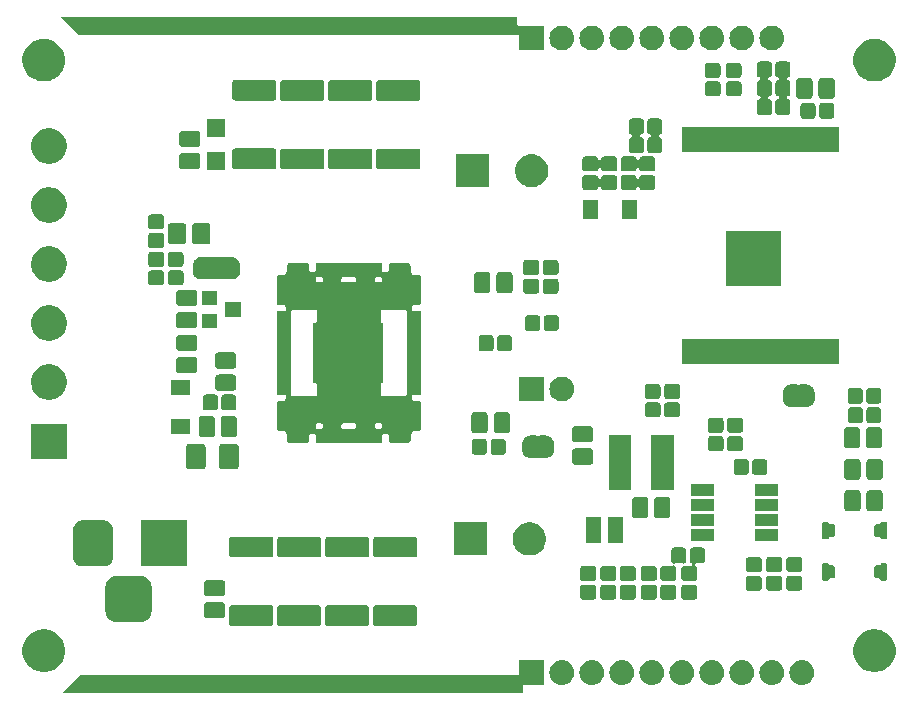
<source format=gbr>
G04 #@! TF.GenerationSoftware,KiCad,Pcbnew,5.0.2-bee76a0~70~ubuntu16.04.1*
G04 #@! TF.CreationDate,2019-02-07T19:47:00-08:00*
G04 #@! TF.ProjectId,wifistepper,77696669-7374-4657-9070-65722e6b6963,rev?*
G04 #@! TF.SameCoordinates,Original*
G04 #@! TF.FileFunction,Soldermask,Top*
G04 #@! TF.FilePolarity,Negative*
%FSLAX46Y46*%
G04 Gerber Fmt 4.6, Leading zero omitted, Abs format (unit mm)*
G04 Created by KiCad (PCBNEW 5.0.2-bee76a0~70~ubuntu16.04.1) date Thu 07 Feb 2019 07:47:00 PM PST*
%MOMM*%
%LPD*%
G01*
G04 APERTURE LIST*
%ADD10C,0.100000*%
G04 APERTURE END LIST*
D10*
G36*
X79790000Y-117890000D02*
X78103000Y-117890000D01*
X78078614Y-117892402D01*
X78055165Y-117899515D01*
X78033554Y-117911066D01*
X78014612Y-117926612D01*
X77999066Y-117945554D01*
X77987515Y-117967165D01*
X77980402Y-117990614D01*
X77978000Y-118015000D01*
X77978000Y-118618000D01*
X38938248Y-118618000D01*
X40449500Y-117094000D01*
X77565000Y-117094000D01*
X77589386Y-117091598D01*
X77612835Y-117084485D01*
X77634446Y-117072934D01*
X77653388Y-117057388D01*
X77668934Y-117038446D01*
X77680485Y-117016835D01*
X77687598Y-116993386D01*
X77690000Y-116969000D01*
X77690000Y-115790000D01*
X79790000Y-115790000D01*
X79790000Y-117890000D01*
X79790000Y-117890000D01*
G37*
G36*
X101728707Y-115797596D02*
X101805836Y-115805193D01*
X101937787Y-115845220D01*
X102003763Y-115865233D01*
X102186172Y-115962733D01*
X102346054Y-116093946D01*
X102477267Y-116253828D01*
X102574767Y-116436237D01*
X102574767Y-116436238D01*
X102634807Y-116634164D01*
X102655080Y-116840000D01*
X102634807Y-117045836D01*
X102594780Y-117177787D01*
X102574767Y-117243763D01*
X102477267Y-117426172D01*
X102346054Y-117586054D01*
X102186172Y-117717267D01*
X102003763Y-117814767D01*
X101937787Y-117834780D01*
X101805836Y-117874807D01*
X101728707Y-117882404D01*
X101651580Y-117890000D01*
X101548420Y-117890000D01*
X101471293Y-117882404D01*
X101394164Y-117874807D01*
X101262213Y-117834780D01*
X101196237Y-117814767D01*
X101013828Y-117717267D01*
X100853946Y-117586054D01*
X100722733Y-117426172D01*
X100625233Y-117243763D01*
X100605220Y-117177787D01*
X100565193Y-117045836D01*
X100544920Y-116840000D01*
X100565193Y-116634164D01*
X100625233Y-116436238D01*
X100625233Y-116436237D01*
X100722733Y-116253828D01*
X100853946Y-116093946D01*
X101013828Y-115962733D01*
X101196237Y-115865233D01*
X101262213Y-115845220D01*
X101394164Y-115805193D01*
X101471293Y-115797596D01*
X101548420Y-115790000D01*
X101651580Y-115790000D01*
X101728707Y-115797596D01*
X101728707Y-115797596D01*
G37*
G36*
X81408707Y-115797596D02*
X81485836Y-115805193D01*
X81617787Y-115845220D01*
X81683763Y-115865233D01*
X81866172Y-115962733D01*
X82026054Y-116093946D01*
X82157267Y-116253828D01*
X82254767Y-116436237D01*
X82254767Y-116436238D01*
X82314807Y-116634164D01*
X82335080Y-116840000D01*
X82314807Y-117045836D01*
X82274780Y-117177787D01*
X82254767Y-117243763D01*
X82157267Y-117426172D01*
X82026054Y-117586054D01*
X81866172Y-117717267D01*
X81683763Y-117814767D01*
X81617787Y-117834780D01*
X81485836Y-117874807D01*
X81408707Y-117882404D01*
X81331580Y-117890000D01*
X81228420Y-117890000D01*
X81151293Y-117882404D01*
X81074164Y-117874807D01*
X80942213Y-117834780D01*
X80876237Y-117814767D01*
X80693828Y-117717267D01*
X80533946Y-117586054D01*
X80402733Y-117426172D01*
X80305233Y-117243763D01*
X80285220Y-117177787D01*
X80245193Y-117045836D01*
X80224920Y-116840000D01*
X80245193Y-116634164D01*
X80305233Y-116436238D01*
X80305233Y-116436237D01*
X80402733Y-116253828D01*
X80533946Y-116093946D01*
X80693828Y-115962733D01*
X80876237Y-115865233D01*
X80942213Y-115845220D01*
X81074164Y-115805193D01*
X81151293Y-115797596D01*
X81228420Y-115790000D01*
X81331580Y-115790000D01*
X81408707Y-115797596D01*
X81408707Y-115797596D01*
G37*
G36*
X83948707Y-115797596D02*
X84025836Y-115805193D01*
X84157787Y-115845220D01*
X84223763Y-115865233D01*
X84406172Y-115962733D01*
X84566054Y-116093946D01*
X84697267Y-116253828D01*
X84794767Y-116436237D01*
X84794767Y-116436238D01*
X84854807Y-116634164D01*
X84875080Y-116840000D01*
X84854807Y-117045836D01*
X84814780Y-117177787D01*
X84794767Y-117243763D01*
X84697267Y-117426172D01*
X84566054Y-117586054D01*
X84406172Y-117717267D01*
X84223763Y-117814767D01*
X84157787Y-117834780D01*
X84025836Y-117874807D01*
X83948707Y-117882404D01*
X83871580Y-117890000D01*
X83768420Y-117890000D01*
X83691293Y-117882404D01*
X83614164Y-117874807D01*
X83482213Y-117834780D01*
X83416237Y-117814767D01*
X83233828Y-117717267D01*
X83073946Y-117586054D01*
X82942733Y-117426172D01*
X82845233Y-117243763D01*
X82825220Y-117177787D01*
X82785193Y-117045836D01*
X82764920Y-116840000D01*
X82785193Y-116634164D01*
X82845233Y-116436238D01*
X82845233Y-116436237D01*
X82942733Y-116253828D01*
X83073946Y-116093946D01*
X83233828Y-115962733D01*
X83416237Y-115865233D01*
X83482213Y-115845220D01*
X83614164Y-115805193D01*
X83691293Y-115797596D01*
X83768420Y-115790000D01*
X83871580Y-115790000D01*
X83948707Y-115797596D01*
X83948707Y-115797596D01*
G37*
G36*
X86488707Y-115797596D02*
X86565836Y-115805193D01*
X86697787Y-115845220D01*
X86763763Y-115865233D01*
X86946172Y-115962733D01*
X87106054Y-116093946D01*
X87237267Y-116253828D01*
X87334767Y-116436237D01*
X87334767Y-116436238D01*
X87394807Y-116634164D01*
X87415080Y-116840000D01*
X87394807Y-117045836D01*
X87354780Y-117177787D01*
X87334767Y-117243763D01*
X87237267Y-117426172D01*
X87106054Y-117586054D01*
X86946172Y-117717267D01*
X86763763Y-117814767D01*
X86697787Y-117834780D01*
X86565836Y-117874807D01*
X86488707Y-117882404D01*
X86411580Y-117890000D01*
X86308420Y-117890000D01*
X86231293Y-117882404D01*
X86154164Y-117874807D01*
X86022213Y-117834780D01*
X85956237Y-117814767D01*
X85773828Y-117717267D01*
X85613946Y-117586054D01*
X85482733Y-117426172D01*
X85385233Y-117243763D01*
X85365220Y-117177787D01*
X85325193Y-117045836D01*
X85304920Y-116840000D01*
X85325193Y-116634164D01*
X85385233Y-116436238D01*
X85385233Y-116436237D01*
X85482733Y-116253828D01*
X85613946Y-116093946D01*
X85773828Y-115962733D01*
X85956237Y-115865233D01*
X86022213Y-115845220D01*
X86154164Y-115805193D01*
X86231293Y-115797596D01*
X86308420Y-115790000D01*
X86411580Y-115790000D01*
X86488707Y-115797596D01*
X86488707Y-115797596D01*
G37*
G36*
X89028707Y-115797596D02*
X89105836Y-115805193D01*
X89237787Y-115845220D01*
X89303763Y-115865233D01*
X89486172Y-115962733D01*
X89646054Y-116093946D01*
X89777267Y-116253828D01*
X89874767Y-116436237D01*
X89874767Y-116436238D01*
X89934807Y-116634164D01*
X89955080Y-116840000D01*
X89934807Y-117045836D01*
X89894780Y-117177787D01*
X89874767Y-117243763D01*
X89777267Y-117426172D01*
X89646054Y-117586054D01*
X89486172Y-117717267D01*
X89303763Y-117814767D01*
X89237787Y-117834780D01*
X89105836Y-117874807D01*
X89028707Y-117882404D01*
X88951580Y-117890000D01*
X88848420Y-117890000D01*
X88771293Y-117882404D01*
X88694164Y-117874807D01*
X88562213Y-117834780D01*
X88496237Y-117814767D01*
X88313828Y-117717267D01*
X88153946Y-117586054D01*
X88022733Y-117426172D01*
X87925233Y-117243763D01*
X87905220Y-117177787D01*
X87865193Y-117045836D01*
X87844920Y-116840000D01*
X87865193Y-116634164D01*
X87925233Y-116436238D01*
X87925233Y-116436237D01*
X88022733Y-116253828D01*
X88153946Y-116093946D01*
X88313828Y-115962733D01*
X88496237Y-115865233D01*
X88562213Y-115845220D01*
X88694164Y-115805193D01*
X88771293Y-115797596D01*
X88848420Y-115790000D01*
X88951580Y-115790000D01*
X89028707Y-115797596D01*
X89028707Y-115797596D01*
G37*
G36*
X94108707Y-115797596D02*
X94185836Y-115805193D01*
X94317787Y-115845220D01*
X94383763Y-115865233D01*
X94566172Y-115962733D01*
X94726054Y-116093946D01*
X94857267Y-116253828D01*
X94954767Y-116436237D01*
X94954767Y-116436238D01*
X95014807Y-116634164D01*
X95035080Y-116840000D01*
X95014807Y-117045836D01*
X94974780Y-117177787D01*
X94954767Y-117243763D01*
X94857267Y-117426172D01*
X94726054Y-117586054D01*
X94566172Y-117717267D01*
X94383763Y-117814767D01*
X94317787Y-117834780D01*
X94185836Y-117874807D01*
X94108707Y-117882404D01*
X94031580Y-117890000D01*
X93928420Y-117890000D01*
X93851293Y-117882404D01*
X93774164Y-117874807D01*
X93642213Y-117834780D01*
X93576237Y-117814767D01*
X93393828Y-117717267D01*
X93233946Y-117586054D01*
X93102733Y-117426172D01*
X93005233Y-117243763D01*
X92985220Y-117177787D01*
X92945193Y-117045836D01*
X92924920Y-116840000D01*
X92945193Y-116634164D01*
X93005233Y-116436238D01*
X93005233Y-116436237D01*
X93102733Y-116253828D01*
X93233946Y-116093946D01*
X93393828Y-115962733D01*
X93576237Y-115865233D01*
X93642213Y-115845220D01*
X93774164Y-115805193D01*
X93851293Y-115797596D01*
X93928420Y-115790000D01*
X94031580Y-115790000D01*
X94108707Y-115797596D01*
X94108707Y-115797596D01*
G37*
G36*
X91568707Y-115797596D02*
X91645836Y-115805193D01*
X91777787Y-115845220D01*
X91843763Y-115865233D01*
X92026172Y-115962733D01*
X92186054Y-116093946D01*
X92317267Y-116253828D01*
X92414767Y-116436237D01*
X92414767Y-116436238D01*
X92474807Y-116634164D01*
X92495080Y-116840000D01*
X92474807Y-117045836D01*
X92434780Y-117177787D01*
X92414767Y-117243763D01*
X92317267Y-117426172D01*
X92186054Y-117586054D01*
X92026172Y-117717267D01*
X91843763Y-117814767D01*
X91777787Y-117834780D01*
X91645836Y-117874807D01*
X91568707Y-117882404D01*
X91491580Y-117890000D01*
X91388420Y-117890000D01*
X91311293Y-117882404D01*
X91234164Y-117874807D01*
X91102213Y-117834780D01*
X91036237Y-117814767D01*
X90853828Y-117717267D01*
X90693946Y-117586054D01*
X90562733Y-117426172D01*
X90465233Y-117243763D01*
X90445220Y-117177787D01*
X90405193Y-117045836D01*
X90384920Y-116840000D01*
X90405193Y-116634164D01*
X90465233Y-116436238D01*
X90465233Y-116436237D01*
X90562733Y-116253828D01*
X90693946Y-116093946D01*
X90853828Y-115962733D01*
X91036237Y-115865233D01*
X91102213Y-115845220D01*
X91234164Y-115805193D01*
X91311293Y-115797596D01*
X91388420Y-115790000D01*
X91491580Y-115790000D01*
X91568707Y-115797596D01*
X91568707Y-115797596D01*
G37*
G36*
X99188707Y-115797596D02*
X99265836Y-115805193D01*
X99397787Y-115845220D01*
X99463763Y-115865233D01*
X99646172Y-115962733D01*
X99806054Y-116093946D01*
X99937267Y-116253828D01*
X100034767Y-116436237D01*
X100034767Y-116436238D01*
X100094807Y-116634164D01*
X100115080Y-116840000D01*
X100094807Y-117045836D01*
X100054780Y-117177787D01*
X100034767Y-117243763D01*
X99937267Y-117426172D01*
X99806054Y-117586054D01*
X99646172Y-117717267D01*
X99463763Y-117814767D01*
X99397787Y-117834780D01*
X99265836Y-117874807D01*
X99188707Y-117882404D01*
X99111580Y-117890000D01*
X99008420Y-117890000D01*
X98931293Y-117882404D01*
X98854164Y-117874807D01*
X98722213Y-117834780D01*
X98656237Y-117814767D01*
X98473828Y-117717267D01*
X98313946Y-117586054D01*
X98182733Y-117426172D01*
X98085233Y-117243763D01*
X98065220Y-117177787D01*
X98025193Y-117045836D01*
X98004920Y-116840000D01*
X98025193Y-116634164D01*
X98085233Y-116436238D01*
X98085233Y-116436237D01*
X98182733Y-116253828D01*
X98313946Y-116093946D01*
X98473828Y-115962733D01*
X98656237Y-115865233D01*
X98722213Y-115845220D01*
X98854164Y-115805193D01*
X98931293Y-115797596D01*
X99008420Y-115790000D01*
X99111580Y-115790000D01*
X99188707Y-115797596D01*
X99188707Y-115797596D01*
G37*
G36*
X96648707Y-115797596D02*
X96725836Y-115805193D01*
X96857787Y-115845220D01*
X96923763Y-115865233D01*
X97106172Y-115962733D01*
X97266054Y-116093946D01*
X97397267Y-116253828D01*
X97494767Y-116436237D01*
X97494767Y-116436238D01*
X97554807Y-116634164D01*
X97575080Y-116840000D01*
X97554807Y-117045836D01*
X97514780Y-117177787D01*
X97494767Y-117243763D01*
X97397267Y-117426172D01*
X97266054Y-117586054D01*
X97106172Y-117717267D01*
X96923763Y-117814767D01*
X96857787Y-117834780D01*
X96725836Y-117874807D01*
X96648707Y-117882404D01*
X96571580Y-117890000D01*
X96468420Y-117890000D01*
X96391293Y-117882404D01*
X96314164Y-117874807D01*
X96182213Y-117834780D01*
X96116237Y-117814767D01*
X95933828Y-117717267D01*
X95773946Y-117586054D01*
X95642733Y-117426172D01*
X95545233Y-117243763D01*
X95525220Y-117177787D01*
X95485193Y-117045836D01*
X95464920Y-116840000D01*
X95485193Y-116634164D01*
X95545233Y-116436238D01*
X95545233Y-116436237D01*
X95642733Y-116253828D01*
X95773946Y-116093946D01*
X95933828Y-115962733D01*
X96116237Y-115865233D01*
X96182213Y-115845220D01*
X96314164Y-115805193D01*
X96391293Y-115797596D01*
X96468420Y-115790000D01*
X96571580Y-115790000D01*
X96648707Y-115797596D01*
X96648707Y-115797596D01*
G37*
G36*
X108153622Y-113246115D02*
X108269541Y-113269173D01*
X108597120Y-113404861D01*
X108888011Y-113599228D01*
X108891936Y-113601851D01*
X109142649Y-113852564D01*
X109339640Y-114147382D01*
X109475327Y-114474960D01*
X109544500Y-114822714D01*
X109544500Y-115177286D01*
X109475327Y-115525040D01*
X109339640Y-115852618D01*
X109142649Y-116147436D01*
X108891936Y-116398149D01*
X108891933Y-116398151D01*
X108597120Y-116595139D01*
X108269541Y-116730827D01*
X108153622Y-116753885D01*
X107921786Y-116800000D01*
X107567214Y-116800000D01*
X107335378Y-116753885D01*
X107219459Y-116730827D01*
X106891880Y-116595139D01*
X106597067Y-116398151D01*
X106597064Y-116398149D01*
X106346351Y-116147436D01*
X106149360Y-115852618D01*
X106013673Y-115525040D01*
X105944500Y-115177286D01*
X105944500Y-114822714D01*
X106013673Y-114474960D01*
X106149360Y-114147382D01*
X106346351Y-113852564D01*
X106597064Y-113601851D01*
X106600989Y-113599228D01*
X106891880Y-113404861D01*
X107219459Y-113269173D01*
X107335378Y-113246115D01*
X107567214Y-113200000D01*
X107921786Y-113200000D01*
X108153622Y-113246115D01*
X108153622Y-113246115D01*
G37*
G36*
X37822122Y-113246115D02*
X37938041Y-113269173D01*
X38265620Y-113404861D01*
X38556511Y-113599228D01*
X38560436Y-113601851D01*
X38811149Y-113852564D01*
X39008140Y-114147382D01*
X39143827Y-114474960D01*
X39213000Y-114822714D01*
X39213000Y-115177286D01*
X39143827Y-115525040D01*
X39008140Y-115852618D01*
X38811149Y-116147436D01*
X38560436Y-116398149D01*
X38560433Y-116398151D01*
X38265620Y-116595139D01*
X37938041Y-116730827D01*
X37822122Y-116753885D01*
X37590286Y-116800000D01*
X37235714Y-116800000D01*
X37003878Y-116753885D01*
X36887959Y-116730827D01*
X36560380Y-116595139D01*
X36265567Y-116398151D01*
X36265564Y-116398149D01*
X36014851Y-116147436D01*
X35817860Y-115852618D01*
X35682173Y-115525040D01*
X35613000Y-115177286D01*
X35613000Y-114822714D01*
X35682173Y-114474960D01*
X35817860Y-114147382D01*
X36014851Y-113852564D01*
X36265564Y-113601851D01*
X36269489Y-113599228D01*
X36560380Y-113404861D01*
X36887959Y-113269173D01*
X37003878Y-113246115D01*
X37235714Y-113200000D01*
X37590286Y-113200000D01*
X37822122Y-113246115D01*
X37822122Y-113246115D01*
G37*
G36*
X60719678Y-111157008D02*
X60765602Y-111170939D01*
X60807915Y-111193555D01*
X60845005Y-111223995D01*
X60875445Y-111261085D01*
X60898061Y-111303398D01*
X60911992Y-111349322D01*
X60917300Y-111403211D01*
X60917300Y-112650189D01*
X60911992Y-112704078D01*
X60898061Y-112750002D01*
X60875445Y-112792315D01*
X60845005Y-112829405D01*
X60807915Y-112859845D01*
X60765602Y-112882461D01*
X60719678Y-112896392D01*
X60665789Y-112901700D01*
X57418811Y-112901700D01*
X57364922Y-112896392D01*
X57318998Y-112882461D01*
X57276685Y-112859845D01*
X57239595Y-112829405D01*
X57209155Y-112792315D01*
X57186539Y-112750002D01*
X57172608Y-112704078D01*
X57167300Y-112650189D01*
X57167300Y-111403211D01*
X57172608Y-111349322D01*
X57186539Y-111303398D01*
X57209155Y-111261085D01*
X57239595Y-111223995D01*
X57276685Y-111193555D01*
X57318998Y-111170939D01*
X57364922Y-111157008D01*
X57418811Y-111151700D01*
X60665789Y-111151700D01*
X60719678Y-111157008D01*
X60719678Y-111157008D01*
G37*
G36*
X68847678Y-111157008D02*
X68893602Y-111170939D01*
X68935915Y-111193555D01*
X68973005Y-111223995D01*
X69003445Y-111261085D01*
X69026061Y-111303398D01*
X69039992Y-111349322D01*
X69045300Y-111403211D01*
X69045300Y-112650189D01*
X69039992Y-112704078D01*
X69026061Y-112750002D01*
X69003445Y-112792315D01*
X68973005Y-112829405D01*
X68935915Y-112859845D01*
X68893602Y-112882461D01*
X68847678Y-112896392D01*
X68793789Y-112901700D01*
X65546811Y-112901700D01*
X65492922Y-112896392D01*
X65446998Y-112882461D01*
X65404685Y-112859845D01*
X65367595Y-112829405D01*
X65337155Y-112792315D01*
X65314539Y-112750002D01*
X65300608Y-112704078D01*
X65295300Y-112650189D01*
X65295300Y-111403211D01*
X65300608Y-111349322D01*
X65314539Y-111303398D01*
X65337155Y-111261085D01*
X65367595Y-111223995D01*
X65404685Y-111193555D01*
X65446998Y-111170939D01*
X65492922Y-111157008D01*
X65546811Y-111151700D01*
X68793789Y-111151700D01*
X68847678Y-111157008D01*
X68847678Y-111157008D01*
G37*
G36*
X64783678Y-111157008D02*
X64829602Y-111170939D01*
X64871915Y-111193555D01*
X64909005Y-111223995D01*
X64939445Y-111261085D01*
X64962061Y-111303398D01*
X64975992Y-111349322D01*
X64981300Y-111403211D01*
X64981300Y-112650189D01*
X64975992Y-112704078D01*
X64962061Y-112750002D01*
X64939445Y-112792315D01*
X64909005Y-112829405D01*
X64871915Y-112859845D01*
X64829602Y-112882461D01*
X64783678Y-112896392D01*
X64729789Y-112901700D01*
X61482811Y-112901700D01*
X61428922Y-112896392D01*
X61382998Y-112882461D01*
X61340685Y-112859845D01*
X61303595Y-112829405D01*
X61273155Y-112792315D01*
X61250539Y-112750002D01*
X61236608Y-112704078D01*
X61231300Y-112650189D01*
X61231300Y-111403211D01*
X61236608Y-111349322D01*
X61250539Y-111303398D01*
X61273155Y-111261085D01*
X61303595Y-111223995D01*
X61340685Y-111193555D01*
X61382998Y-111170939D01*
X61428922Y-111157008D01*
X61482811Y-111151700D01*
X64729789Y-111151700D01*
X64783678Y-111157008D01*
X64783678Y-111157008D01*
G37*
G36*
X56668378Y-111144308D02*
X56714302Y-111158239D01*
X56756615Y-111180855D01*
X56793705Y-111211295D01*
X56824145Y-111248385D01*
X56846761Y-111290698D01*
X56860692Y-111336622D01*
X56866000Y-111390511D01*
X56866000Y-112637489D01*
X56860692Y-112691378D01*
X56846761Y-112737302D01*
X56824145Y-112779615D01*
X56793705Y-112816705D01*
X56756615Y-112847145D01*
X56714302Y-112869761D01*
X56668378Y-112883692D01*
X56614489Y-112889000D01*
X53367511Y-112889000D01*
X53313622Y-112883692D01*
X53267698Y-112869761D01*
X53225385Y-112847145D01*
X53188295Y-112816705D01*
X53157855Y-112779615D01*
X53135239Y-112737302D01*
X53121308Y-112691378D01*
X53116000Y-112637489D01*
X53116000Y-111390511D01*
X53121308Y-111336622D01*
X53135239Y-111290698D01*
X53157855Y-111248385D01*
X53188295Y-111211295D01*
X53225385Y-111180855D01*
X53267698Y-111158239D01*
X53313622Y-111144308D01*
X53367511Y-111139000D01*
X56614489Y-111139000D01*
X56668378Y-111144308D01*
X56668378Y-111144308D01*
G37*
G36*
X45807898Y-108686126D02*
X45978972Y-108738021D01*
X46136621Y-108822286D01*
X46274807Y-108935693D01*
X46388214Y-109073879D01*
X46472479Y-109231528D01*
X46524374Y-109402602D01*
X46542500Y-109586640D01*
X46542500Y-111649360D01*
X46524374Y-111833398D01*
X46472479Y-112004472D01*
X46388214Y-112162121D01*
X46274807Y-112300307D01*
X46136621Y-112413714D01*
X45978972Y-112497979D01*
X45807898Y-112549874D01*
X45623860Y-112568000D01*
X43561140Y-112568000D01*
X43377102Y-112549874D01*
X43206028Y-112497979D01*
X43048379Y-112413714D01*
X42910193Y-112300307D01*
X42796786Y-112162121D01*
X42712521Y-112004472D01*
X42660626Y-111833398D01*
X42642500Y-111649360D01*
X42642500Y-109586640D01*
X42660626Y-109402602D01*
X42712521Y-109231528D01*
X42796786Y-109073879D01*
X42910193Y-108935693D01*
X43048379Y-108822286D01*
X43206028Y-108738021D01*
X43377102Y-108686126D01*
X43561140Y-108668000D01*
X45623860Y-108668000D01*
X45807898Y-108686126D01*
X45807898Y-108686126D01*
G37*
G36*
X52552997Y-110887997D02*
X52605653Y-110903970D01*
X52654165Y-110929900D01*
X52696696Y-110964804D01*
X52731600Y-111007335D01*
X52757530Y-111055847D01*
X52773503Y-111108503D01*
X52779500Y-111169390D01*
X52779500Y-111969610D01*
X52773503Y-112030497D01*
X52757530Y-112083153D01*
X52731600Y-112131665D01*
X52696696Y-112174196D01*
X52654165Y-112209100D01*
X52605653Y-112235030D01*
X52552997Y-112251003D01*
X52492110Y-112257000D01*
X51266890Y-112257000D01*
X51206003Y-112251003D01*
X51153347Y-112235030D01*
X51104835Y-112209100D01*
X51062304Y-112174196D01*
X51027400Y-112131665D01*
X51001470Y-112083153D01*
X50985497Y-112030497D01*
X50979500Y-111969610D01*
X50979500Y-111169390D01*
X50985497Y-111108503D01*
X51001470Y-111055847D01*
X51027400Y-111007335D01*
X51062304Y-110964804D01*
X51104835Y-110929900D01*
X51153347Y-110903970D01*
X51206003Y-110887997D01*
X51266890Y-110882000D01*
X52492110Y-110882000D01*
X52552997Y-110887997D01*
X52552997Y-110887997D01*
G37*
G36*
X89114622Y-109401017D02*
X89162585Y-109415566D01*
X89206775Y-109439186D01*
X89245518Y-109470982D01*
X89277314Y-109509725D01*
X89300934Y-109553915D01*
X89315483Y-109601878D01*
X89321000Y-109657891D01*
X89321000Y-110408109D01*
X89315483Y-110464122D01*
X89300934Y-110512085D01*
X89277314Y-110556275D01*
X89245518Y-110595018D01*
X89206775Y-110626814D01*
X89162585Y-110650434D01*
X89114622Y-110664983D01*
X89058609Y-110670500D01*
X88233391Y-110670500D01*
X88177378Y-110664983D01*
X88129415Y-110650434D01*
X88085225Y-110626814D01*
X88046482Y-110595018D01*
X88014686Y-110556275D01*
X87991066Y-110512085D01*
X87976517Y-110464122D01*
X87971000Y-110408109D01*
X87971000Y-109657891D01*
X87976517Y-109601878D01*
X87991066Y-109553915D01*
X88014686Y-109509725D01*
X88046482Y-109470982D01*
X88085225Y-109439186D01*
X88129415Y-109415566D01*
X88177378Y-109401017D01*
X88233391Y-109395500D01*
X89058609Y-109395500D01*
X89114622Y-109401017D01*
X89114622Y-109401017D01*
G37*
G36*
X83971122Y-109401017D02*
X84019085Y-109415566D01*
X84063275Y-109439186D01*
X84102018Y-109470982D01*
X84133814Y-109509725D01*
X84157434Y-109553915D01*
X84171983Y-109601878D01*
X84177500Y-109657891D01*
X84177500Y-110408109D01*
X84171983Y-110464122D01*
X84157434Y-110512085D01*
X84133814Y-110556275D01*
X84102018Y-110595018D01*
X84063275Y-110626814D01*
X84019085Y-110650434D01*
X83971122Y-110664983D01*
X83915109Y-110670500D01*
X83089891Y-110670500D01*
X83033878Y-110664983D01*
X82985915Y-110650434D01*
X82941725Y-110626814D01*
X82902982Y-110595018D01*
X82871186Y-110556275D01*
X82847566Y-110512085D01*
X82833017Y-110464122D01*
X82827500Y-110408109D01*
X82827500Y-109657891D01*
X82833017Y-109601878D01*
X82847566Y-109553915D01*
X82871186Y-109509725D01*
X82902982Y-109470982D01*
X82941725Y-109439186D01*
X82985915Y-109415566D01*
X83033878Y-109401017D01*
X83089891Y-109395500D01*
X83915109Y-109395500D01*
X83971122Y-109401017D01*
X83971122Y-109401017D01*
G37*
G36*
X85685622Y-109401017D02*
X85733585Y-109415566D01*
X85777775Y-109439186D01*
X85816518Y-109470982D01*
X85848314Y-109509725D01*
X85871934Y-109553915D01*
X85886483Y-109601878D01*
X85892000Y-109657891D01*
X85892000Y-110408109D01*
X85886483Y-110464122D01*
X85871934Y-110512085D01*
X85848314Y-110556275D01*
X85816518Y-110595018D01*
X85777775Y-110626814D01*
X85733585Y-110650434D01*
X85685622Y-110664983D01*
X85629609Y-110670500D01*
X84804391Y-110670500D01*
X84748378Y-110664983D01*
X84700415Y-110650434D01*
X84656225Y-110626814D01*
X84617482Y-110595018D01*
X84585686Y-110556275D01*
X84562066Y-110512085D01*
X84547517Y-110464122D01*
X84542000Y-110408109D01*
X84542000Y-109657891D01*
X84547517Y-109601878D01*
X84562066Y-109553915D01*
X84585686Y-109509725D01*
X84617482Y-109470982D01*
X84656225Y-109439186D01*
X84700415Y-109415566D01*
X84748378Y-109401017D01*
X84804391Y-109395500D01*
X85629609Y-109395500D01*
X85685622Y-109401017D01*
X85685622Y-109401017D01*
G37*
G36*
X90765622Y-109401017D02*
X90813585Y-109415566D01*
X90857775Y-109439186D01*
X90896518Y-109470982D01*
X90928314Y-109509725D01*
X90951934Y-109553915D01*
X90966483Y-109601878D01*
X90972000Y-109657891D01*
X90972000Y-110408109D01*
X90966483Y-110464122D01*
X90951934Y-110512085D01*
X90928314Y-110556275D01*
X90896518Y-110595018D01*
X90857775Y-110626814D01*
X90813585Y-110650434D01*
X90765622Y-110664983D01*
X90709609Y-110670500D01*
X89884391Y-110670500D01*
X89828378Y-110664983D01*
X89780415Y-110650434D01*
X89736225Y-110626814D01*
X89697482Y-110595018D01*
X89665686Y-110556275D01*
X89642066Y-110512085D01*
X89627517Y-110464122D01*
X89622000Y-110408109D01*
X89622000Y-109657891D01*
X89627517Y-109601878D01*
X89642066Y-109553915D01*
X89665686Y-109509725D01*
X89697482Y-109470982D01*
X89736225Y-109439186D01*
X89780415Y-109415566D01*
X89828378Y-109401017D01*
X89884391Y-109395500D01*
X90709609Y-109395500D01*
X90765622Y-109401017D01*
X90765622Y-109401017D01*
G37*
G36*
X87336622Y-109401017D02*
X87384585Y-109415566D01*
X87428775Y-109439186D01*
X87467518Y-109470982D01*
X87499314Y-109509725D01*
X87522934Y-109553915D01*
X87537483Y-109601878D01*
X87543000Y-109657891D01*
X87543000Y-110408109D01*
X87537483Y-110464122D01*
X87522934Y-110512085D01*
X87499314Y-110556275D01*
X87467518Y-110595018D01*
X87428775Y-110626814D01*
X87384585Y-110650434D01*
X87336622Y-110664983D01*
X87280609Y-110670500D01*
X86455391Y-110670500D01*
X86399378Y-110664983D01*
X86351415Y-110650434D01*
X86307225Y-110626814D01*
X86268482Y-110595018D01*
X86236686Y-110556275D01*
X86213066Y-110512085D01*
X86198517Y-110464122D01*
X86193000Y-110408109D01*
X86193000Y-109657891D01*
X86198517Y-109601878D01*
X86213066Y-109553915D01*
X86236686Y-109509725D01*
X86268482Y-109470982D01*
X86307225Y-109439186D01*
X86351415Y-109415566D01*
X86399378Y-109401017D01*
X86455391Y-109395500D01*
X87280609Y-109395500D01*
X87336622Y-109401017D01*
X87336622Y-109401017D01*
G37*
G36*
X92543622Y-109401017D02*
X92591585Y-109415566D01*
X92635775Y-109439186D01*
X92674518Y-109470982D01*
X92706314Y-109509725D01*
X92729934Y-109553915D01*
X92744483Y-109601878D01*
X92750000Y-109657891D01*
X92750000Y-110408109D01*
X92744483Y-110464122D01*
X92729934Y-110512085D01*
X92706314Y-110556275D01*
X92674518Y-110595018D01*
X92635775Y-110626814D01*
X92591585Y-110650434D01*
X92543622Y-110664983D01*
X92487609Y-110670500D01*
X91662391Y-110670500D01*
X91606378Y-110664983D01*
X91558415Y-110650434D01*
X91514225Y-110626814D01*
X91475482Y-110595018D01*
X91443686Y-110556275D01*
X91420066Y-110512085D01*
X91405517Y-110464122D01*
X91400000Y-110408109D01*
X91400000Y-109657891D01*
X91405517Y-109601878D01*
X91420066Y-109553915D01*
X91443686Y-109509725D01*
X91475482Y-109470982D01*
X91514225Y-109439186D01*
X91558415Y-109415566D01*
X91606378Y-109401017D01*
X91662391Y-109395500D01*
X92487609Y-109395500D01*
X92543622Y-109401017D01*
X92543622Y-109401017D01*
G37*
G36*
X52552997Y-109012997D02*
X52605653Y-109028970D01*
X52654165Y-109054900D01*
X52696696Y-109089804D01*
X52731600Y-109132335D01*
X52757530Y-109180847D01*
X52773503Y-109233503D01*
X52779500Y-109294390D01*
X52779500Y-110094610D01*
X52773503Y-110155497D01*
X52757530Y-110208153D01*
X52731600Y-110256665D01*
X52696696Y-110299196D01*
X52654165Y-110334100D01*
X52605653Y-110360030D01*
X52552997Y-110376003D01*
X52492110Y-110382000D01*
X51266890Y-110382000D01*
X51206003Y-110376003D01*
X51153347Y-110360030D01*
X51104835Y-110334100D01*
X51062304Y-110299196D01*
X51027400Y-110256665D01*
X51001470Y-110208153D01*
X50985497Y-110155497D01*
X50979500Y-110094610D01*
X50979500Y-109294390D01*
X50985497Y-109233503D01*
X51001470Y-109180847D01*
X51027400Y-109132335D01*
X51062304Y-109089804D01*
X51104835Y-109054900D01*
X51153347Y-109028970D01*
X51206003Y-109012997D01*
X51266890Y-109007000D01*
X52492110Y-109007000D01*
X52552997Y-109012997D01*
X52552997Y-109012997D01*
G37*
G36*
X98004622Y-108651517D02*
X98052585Y-108666066D01*
X98096775Y-108689686D01*
X98135518Y-108721482D01*
X98167314Y-108760225D01*
X98190934Y-108804415D01*
X98205483Y-108852378D01*
X98211000Y-108908391D01*
X98211000Y-109658609D01*
X98205483Y-109714622D01*
X98190934Y-109762585D01*
X98167314Y-109806775D01*
X98135518Y-109845518D01*
X98096775Y-109877314D01*
X98052585Y-109900934D01*
X98004622Y-109915483D01*
X97948609Y-109921000D01*
X97123391Y-109921000D01*
X97067378Y-109915483D01*
X97019415Y-109900934D01*
X96975225Y-109877314D01*
X96936482Y-109845518D01*
X96904686Y-109806775D01*
X96881066Y-109762585D01*
X96866517Y-109714622D01*
X96861000Y-109658609D01*
X96861000Y-108908391D01*
X96866517Y-108852378D01*
X96881066Y-108804415D01*
X96904686Y-108760225D01*
X96936482Y-108721482D01*
X96975225Y-108689686D01*
X97019415Y-108666066D01*
X97067378Y-108651517D01*
X97123391Y-108646000D01*
X97948609Y-108646000D01*
X98004622Y-108651517D01*
X98004622Y-108651517D01*
G37*
G36*
X99719122Y-108639017D02*
X99767085Y-108653566D01*
X99811275Y-108677186D01*
X99850018Y-108708982D01*
X99881814Y-108747725D01*
X99905434Y-108791915D01*
X99919983Y-108839878D01*
X99925500Y-108895891D01*
X99925500Y-109646109D01*
X99919983Y-109702122D01*
X99905434Y-109750085D01*
X99881814Y-109794275D01*
X99850018Y-109833018D01*
X99811275Y-109864814D01*
X99767085Y-109888434D01*
X99719122Y-109902983D01*
X99663109Y-109908500D01*
X98837891Y-109908500D01*
X98781878Y-109902983D01*
X98733915Y-109888434D01*
X98689725Y-109864814D01*
X98650982Y-109833018D01*
X98619186Y-109794275D01*
X98595566Y-109750085D01*
X98581017Y-109702122D01*
X98575500Y-109646109D01*
X98575500Y-108895891D01*
X98581017Y-108839878D01*
X98595566Y-108791915D01*
X98619186Y-108747725D01*
X98650982Y-108708982D01*
X98689725Y-108677186D01*
X98733915Y-108653566D01*
X98781878Y-108639017D01*
X98837891Y-108633500D01*
X99663109Y-108633500D01*
X99719122Y-108639017D01*
X99719122Y-108639017D01*
G37*
G36*
X101433622Y-108639017D02*
X101481585Y-108653566D01*
X101525775Y-108677186D01*
X101564518Y-108708982D01*
X101596314Y-108747725D01*
X101619934Y-108791915D01*
X101634483Y-108839878D01*
X101640000Y-108895891D01*
X101640000Y-109646109D01*
X101634483Y-109702122D01*
X101619934Y-109750085D01*
X101596314Y-109794275D01*
X101564518Y-109833018D01*
X101525775Y-109864814D01*
X101481585Y-109888434D01*
X101433622Y-109902983D01*
X101377609Y-109908500D01*
X100552391Y-109908500D01*
X100496378Y-109902983D01*
X100448415Y-109888434D01*
X100404225Y-109864814D01*
X100365482Y-109833018D01*
X100333686Y-109794275D01*
X100310066Y-109750085D01*
X100295517Y-109702122D01*
X100290000Y-109646109D01*
X100290000Y-108895891D01*
X100295517Y-108839878D01*
X100310066Y-108791915D01*
X100333686Y-108747725D01*
X100365482Y-108708982D01*
X100404225Y-108677186D01*
X100448415Y-108653566D01*
X100496378Y-108639017D01*
X100552391Y-108633500D01*
X101377609Y-108633500D01*
X101433622Y-108639017D01*
X101433622Y-108639017D01*
G37*
G36*
X85685622Y-107826017D02*
X85733585Y-107840566D01*
X85777775Y-107864186D01*
X85816518Y-107895982D01*
X85848314Y-107934725D01*
X85871934Y-107978915D01*
X85886483Y-108026878D01*
X85892000Y-108082891D01*
X85892000Y-108833109D01*
X85886483Y-108889122D01*
X85871934Y-108937085D01*
X85848314Y-108981275D01*
X85816518Y-109020018D01*
X85777775Y-109051814D01*
X85733585Y-109075434D01*
X85685622Y-109089983D01*
X85629609Y-109095500D01*
X84804391Y-109095500D01*
X84748378Y-109089983D01*
X84700415Y-109075434D01*
X84656225Y-109051814D01*
X84617482Y-109020018D01*
X84585686Y-108981275D01*
X84562066Y-108937085D01*
X84547517Y-108889122D01*
X84542000Y-108833109D01*
X84542000Y-108082891D01*
X84547517Y-108026878D01*
X84562066Y-107978915D01*
X84585686Y-107934725D01*
X84617482Y-107895982D01*
X84656225Y-107864186D01*
X84700415Y-107840566D01*
X84748378Y-107826017D01*
X84804391Y-107820500D01*
X85629609Y-107820500D01*
X85685622Y-107826017D01*
X85685622Y-107826017D01*
G37*
G36*
X90756784Y-107758386D02*
X90763897Y-107781835D01*
X90775448Y-107803446D01*
X90790994Y-107822388D01*
X90809936Y-107837934D01*
X90820458Y-107844240D01*
X90857775Y-107864186D01*
X90896518Y-107895982D01*
X90928314Y-107934725D01*
X90951934Y-107978915D01*
X90966483Y-108026878D01*
X90972000Y-108082891D01*
X90972000Y-108833109D01*
X90966483Y-108889122D01*
X90951934Y-108937085D01*
X90928314Y-108981275D01*
X90896518Y-109020018D01*
X90857775Y-109051814D01*
X90813585Y-109075434D01*
X90765622Y-109089983D01*
X90709609Y-109095500D01*
X89884391Y-109095500D01*
X89828378Y-109089983D01*
X89780415Y-109075434D01*
X89736225Y-109051814D01*
X89697482Y-109020018D01*
X89665686Y-108981275D01*
X89642066Y-108937085D01*
X89627517Y-108889122D01*
X89622000Y-108833109D01*
X89622000Y-108082891D01*
X89627517Y-108026878D01*
X89642066Y-107978915D01*
X89665686Y-107934725D01*
X89697482Y-107895982D01*
X89736225Y-107864186D01*
X89780415Y-107840566D01*
X89828378Y-107826017D01*
X89884391Y-107820500D01*
X90641118Y-107820500D01*
X90665504Y-107818098D01*
X90688953Y-107810985D01*
X90710564Y-107799434D01*
X90729506Y-107783888D01*
X90745052Y-107764946D01*
X90755504Y-107745391D01*
X90756784Y-107758386D01*
X90756784Y-107758386D01*
G37*
G36*
X87336622Y-107826017D02*
X87384585Y-107840566D01*
X87428775Y-107864186D01*
X87467518Y-107895982D01*
X87499314Y-107934725D01*
X87522934Y-107978915D01*
X87537483Y-108026878D01*
X87543000Y-108082891D01*
X87543000Y-108833109D01*
X87537483Y-108889122D01*
X87522934Y-108937085D01*
X87499314Y-108981275D01*
X87467518Y-109020018D01*
X87428775Y-109051814D01*
X87384585Y-109075434D01*
X87336622Y-109089983D01*
X87280609Y-109095500D01*
X86455391Y-109095500D01*
X86399378Y-109089983D01*
X86351415Y-109075434D01*
X86307225Y-109051814D01*
X86268482Y-109020018D01*
X86236686Y-108981275D01*
X86213066Y-108937085D01*
X86198517Y-108889122D01*
X86193000Y-108833109D01*
X86193000Y-108082891D01*
X86198517Y-108026878D01*
X86213066Y-107978915D01*
X86236686Y-107934725D01*
X86268482Y-107895982D01*
X86307225Y-107864186D01*
X86351415Y-107840566D01*
X86399378Y-107826017D01*
X86455391Y-107820500D01*
X87280609Y-107820500D01*
X87336622Y-107826017D01*
X87336622Y-107826017D01*
G37*
G36*
X83971122Y-107826017D02*
X84019085Y-107840566D01*
X84063275Y-107864186D01*
X84102018Y-107895982D01*
X84133814Y-107934725D01*
X84157434Y-107978915D01*
X84171983Y-108026878D01*
X84177500Y-108082891D01*
X84177500Y-108833109D01*
X84171983Y-108889122D01*
X84157434Y-108937085D01*
X84133814Y-108981275D01*
X84102018Y-109020018D01*
X84063275Y-109051814D01*
X84019085Y-109075434D01*
X83971122Y-109089983D01*
X83915109Y-109095500D01*
X83089891Y-109095500D01*
X83033878Y-109089983D01*
X82985915Y-109075434D01*
X82941725Y-109051814D01*
X82902982Y-109020018D01*
X82871186Y-108981275D01*
X82847566Y-108937085D01*
X82833017Y-108889122D01*
X82827500Y-108833109D01*
X82827500Y-108082891D01*
X82833017Y-108026878D01*
X82847566Y-107978915D01*
X82871186Y-107934725D01*
X82902982Y-107895982D01*
X82941725Y-107864186D01*
X82985915Y-107840566D01*
X83033878Y-107826017D01*
X83089891Y-107820500D01*
X83915109Y-107820500D01*
X83971122Y-107826017D01*
X83971122Y-107826017D01*
G37*
G36*
X89114622Y-107826017D02*
X89162585Y-107840566D01*
X89206775Y-107864186D01*
X89245518Y-107895982D01*
X89277314Y-107934725D01*
X89300934Y-107978915D01*
X89315483Y-108026878D01*
X89321000Y-108082891D01*
X89321000Y-108833109D01*
X89315483Y-108889122D01*
X89300934Y-108937085D01*
X89277314Y-108981275D01*
X89245518Y-109020018D01*
X89206775Y-109051814D01*
X89162585Y-109075434D01*
X89114622Y-109089983D01*
X89058609Y-109095500D01*
X88233391Y-109095500D01*
X88177378Y-109089983D01*
X88129415Y-109075434D01*
X88085225Y-109051814D01*
X88046482Y-109020018D01*
X88014686Y-108981275D01*
X87991066Y-108937085D01*
X87976517Y-108889122D01*
X87971000Y-108833109D01*
X87971000Y-108082891D01*
X87976517Y-108026878D01*
X87991066Y-107978915D01*
X88014686Y-107934725D01*
X88046482Y-107895982D01*
X88085225Y-107864186D01*
X88129415Y-107840566D01*
X88177378Y-107826017D01*
X88233391Y-107820500D01*
X89058609Y-107820500D01*
X89114622Y-107826017D01*
X89114622Y-107826017D01*
G37*
G36*
X93192122Y-106264517D02*
X93240085Y-106279066D01*
X93284275Y-106302686D01*
X93323018Y-106334482D01*
X93354814Y-106373225D01*
X93378434Y-106417415D01*
X93392983Y-106465378D01*
X93398500Y-106521391D01*
X93398500Y-107346609D01*
X93392983Y-107402622D01*
X93378434Y-107450585D01*
X93354814Y-107494775D01*
X93323018Y-107533518D01*
X93284275Y-107565314D01*
X93240085Y-107588934D01*
X93192122Y-107603483D01*
X93136109Y-107609000D01*
X92657382Y-107609000D01*
X92632996Y-107611402D01*
X92609547Y-107618515D01*
X92587936Y-107630066D01*
X92568994Y-107645612D01*
X92553448Y-107664554D01*
X92541897Y-107686165D01*
X92534784Y-107709614D01*
X92532382Y-107734000D01*
X92534784Y-107758386D01*
X92541897Y-107781835D01*
X92553448Y-107803446D01*
X92568994Y-107822388D01*
X92587936Y-107837934D01*
X92598458Y-107844240D01*
X92635775Y-107864186D01*
X92674518Y-107895982D01*
X92706314Y-107934725D01*
X92729934Y-107978915D01*
X92744483Y-108026878D01*
X92750000Y-108082891D01*
X92750000Y-108833109D01*
X92744483Y-108889122D01*
X92729934Y-108937085D01*
X92706314Y-108981275D01*
X92674518Y-109020018D01*
X92635775Y-109051814D01*
X92591585Y-109075434D01*
X92543622Y-109089983D01*
X92487609Y-109095500D01*
X91662391Y-109095500D01*
X91606378Y-109089983D01*
X91558415Y-109075434D01*
X91514225Y-109051814D01*
X91475482Y-109020018D01*
X91443686Y-108981275D01*
X91420066Y-108937085D01*
X91405517Y-108889122D01*
X91400000Y-108833109D01*
X91400000Y-108082891D01*
X91405517Y-108026878D01*
X91420066Y-107978915D01*
X91443686Y-107934725D01*
X91475482Y-107895982D01*
X91514225Y-107864186D01*
X91551542Y-107844240D01*
X91571917Y-107830627D01*
X91589244Y-107813299D01*
X91602858Y-107792925D01*
X91612235Y-107770286D01*
X91617016Y-107746253D01*
X91617016Y-107745671D01*
X91620642Y-107754424D01*
X91634255Y-107774799D01*
X91651583Y-107792126D01*
X91671957Y-107805740D01*
X91694596Y-107815117D01*
X91718629Y-107819898D01*
X91730882Y-107820500D01*
X92216118Y-107820500D01*
X92240504Y-107818098D01*
X92263953Y-107810985D01*
X92285564Y-107799434D01*
X92304506Y-107783888D01*
X92320052Y-107764946D01*
X92331603Y-107743335D01*
X92338716Y-107719886D01*
X92341118Y-107695500D01*
X92338716Y-107671114D01*
X92331603Y-107647665D01*
X92320052Y-107626054D01*
X92304506Y-107607112D01*
X92285564Y-107591566D01*
X92275042Y-107585260D01*
X92237725Y-107565314D01*
X92198982Y-107533518D01*
X92167186Y-107494775D01*
X92143566Y-107450585D01*
X92129017Y-107402622D01*
X92123500Y-107346609D01*
X92123500Y-106521391D01*
X92129017Y-106465378D01*
X92143566Y-106417415D01*
X92167186Y-106373225D01*
X92198982Y-106334482D01*
X92237725Y-106302686D01*
X92281915Y-106279066D01*
X92329878Y-106264517D01*
X92385891Y-106259000D01*
X93136109Y-106259000D01*
X93192122Y-106264517D01*
X93192122Y-106264517D01*
G37*
G36*
X108688703Y-107583893D02*
X108688706Y-107583894D01*
X108688707Y-107583894D01*
X108693210Y-107585260D01*
X108726408Y-107595330D01*
X108733036Y-107598873D01*
X108761152Y-107613901D01*
X108761153Y-107613902D01*
X108761155Y-107613903D01*
X108791606Y-107638894D01*
X108816597Y-107669345D01*
X108816598Y-107669347D01*
X108816599Y-107669348D01*
X108824028Y-107683247D01*
X108835170Y-107704092D01*
X108846607Y-107741797D01*
X108851073Y-107787140D01*
X108851073Y-108874860D01*
X108846607Y-108920203D01*
X108835170Y-108957908D01*
X108816597Y-108992655D01*
X108791606Y-109023106D01*
X108761155Y-109048097D01*
X108761153Y-109048098D01*
X108761152Y-109048099D01*
X108748428Y-109054900D01*
X108726408Y-109066670D01*
X108704273Y-109073384D01*
X108688707Y-109078106D01*
X108688706Y-109078106D01*
X108688703Y-109078107D01*
X108643360Y-109082573D01*
X108455640Y-109082573D01*
X108410297Y-109078107D01*
X108410294Y-109078106D01*
X108410293Y-109078106D01*
X108394727Y-109073384D01*
X108372592Y-109066670D01*
X108350572Y-109054900D01*
X108337848Y-109048099D01*
X108337847Y-109048098D01*
X108337845Y-109048097D01*
X108307394Y-109023106D01*
X108282402Y-108992654D01*
X108258882Y-108948650D01*
X108245268Y-108928275D01*
X108227941Y-108910948D01*
X108207567Y-108897334D01*
X108184928Y-108887956D01*
X108160895Y-108883175D01*
X108148641Y-108882573D01*
X107955640Y-108882573D01*
X107910297Y-108878107D01*
X107910294Y-108878106D01*
X107910293Y-108878106D01*
X107894727Y-108873384D01*
X107872592Y-108866670D01*
X107845854Y-108852378D01*
X107837848Y-108848099D01*
X107837847Y-108848098D01*
X107837845Y-108848097D01*
X107807394Y-108823106D01*
X107782403Y-108792655D01*
X107763830Y-108757908D01*
X107752393Y-108720203D01*
X107747927Y-108674860D01*
X107747927Y-107987140D01*
X107752393Y-107941797D01*
X107763830Y-107904092D01*
X107774493Y-107884144D01*
X107782401Y-107869348D01*
X107796412Y-107852276D01*
X107807394Y-107838894D01*
X107837845Y-107813903D01*
X107837847Y-107813902D01*
X107837848Y-107813901D01*
X107853117Y-107805740D01*
X107872592Y-107795330D01*
X107899592Y-107787140D01*
X107910293Y-107783894D01*
X107910294Y-107783894D01*
X107910297Y-107783893D01*
X107955640Y-107779427D01*
X108148641Y-107779427D01*
X108173027Y-107777025D01*
X108196476Y-107769912D01*
X108218087Y-107758361D01*
X108237029Y-107742815D01*
X108252575Y-107723873D01*
X108258882Y-107713350D01*
X108282402Y-107669346D01*
X108307394Y-107638894D01*
X108337845Y-107613903D01*
X108337847Y-107613902D01*
X108337848Y-107613901D01*
X108365964Y-107598873D01*
X108372592Y-107595330D01*
X108405790Y-107585260D01*
X108410293Y-107583894D01*
X108410294Y-107583894D01*
X108410297Y-107583893D01*
X108455640Y-107579427D01*
X108643360Y-107579427D01*
X108688703Y-107583893D01*
X108688703Y-107583893D01*
G37*
G36*
X103738703Y-107583893D02*
X103738706Y-107583894D01*
X103738707Y-107583894D01*
X103743210Y-107585260D01*
X103776408Y-107595330D01*
X103783036Y-107598873D01*
X103811152Y-107613901D01*
X103811153Y-107613902D01*
X103811155Y-107613903D01*
X103841606Y-107638894D01*
X103866598Y-107669346D01*
X103890118Y-107713350D01*
X103903732Y-107733725D01*
X103921059Y-107751052D01*
X103941433Y-107764666D01*
X103964072Y-107774044D01*
X103988105Y-107778825D01*
X104000359Y-107779427D01*
X104193360Y-107779427D01*
X104238703Y-107783893D01*
X104238706Y-107783894D01*
X104238707Y-107783894D01*
X104249408Y-107787140D01*
X104276408Y-107795330D01*
X104295883Y-107805740D01*
X104311152Y-107813901D01*
X104311153Y-107813902D01*
X104311155Y-107813903D01*
X104341606Y-107838894D01*
X104352589Y-107852276D01*
X104366599Y-107869348D01*
X104374507Y-107884144D01*
X104385170Y-107904092D01*
X104396607Y-107941797D01*
X104401073Y-107987140D01*
X104401073Y-108674860D01*
X104396607Y-108720203D01*
X104385170Y-108757908D01*
X104366597Y-108792655D01*
X104341606Y-108823106D01*
X104311155Y-108848097D01*
X104311153Y-108848098D01*
X104311152Y-108848099D01*
X104303146Y-108852378D01*
X104276408Y-108866670D01*
X104254273Y-108873384D01*
X104238707Y-108878106D01*
X104238706Y-108878106D01*
X104238703Y-108878107D01*
X104193360Y-108882573D01*
X104000359Y-108882573D01*
X103975973Y-108884975D01*
X103952524Y-108892088D01*
X103930913Y-108903639D01*
X103911971Y-108919185D01*
X103896425Y-108938127D01*
X103890118Y-108948650D01*
X103866598Y-108992654D01*
X103841606Y-109023106D01*
X103811155Y-109048097D01*
X103811153Y-109048098D01*
X103811152Y-109048099D01*
X103798428Y-109054900D01*
X103776408Y-109066670D01*
X103754273Y-109073384D01*
X103738707Y-109078106D01*
X103738706Y-109078106D01*
X103738703Y-109078107D01*
X103693360Y-109082573D01*
X103505640Y-109082573D01*
X103460297Y-109078107D01*
X103460294Y-109078106D01*
X103460293Y-109078106D01*
X103444727Y-109073384D01*
X103422592Y-109066670D01*
X103400572Y-109054900D01*
X103387848Y-109048099D01*
X103387847Y-109048098D01*
X103387845Y-109048097D01*
X103357394Y-109023106D01*
X103332403Y-108992655D01*
X103313830Y-108957908D01*
X103302393Y-108920203D01*
X103297927Y-108874860D01*
X103297927Y-107787140D01*
X103302393Y-107741797D01*
X103313830Y-107704092D01*
X103324972Y-107683247D01*
X103332401Y-107669348D01*
X103332402Y-107669347D01*
X103332403Y-107669345D01*
X103357394Y-107638894D01*
X103387845Y-107613903D01*
X103387847Y-107613902D01*
X103387848Y-107613901D01*
X103415964Y-107598873D01*
X103422592Y-107595330D01*
X103455790Y-107585260D01*
X103460293Y-107583894D01*
X103460294Y-107583894D01*
X103460297Y-107583893D01*
X103505640Y-107579427D01*
X103693360Y-107579427D01*
X103738703Y-107583893D01*
X103738703Y-107583893D01*
G37*
G36*
X98004622Y-107076517D02*
X98052585Y-107091066D01*
X98096775Y-107114686D01*
X98135518Y-107146482D01*
X98167314Y-107185225D01*
X98190934Y-107229415D01*
X98205483Y-107277378D01*
X98211000Y-107333391D01*
X98211000Y-108083609D01*
X98205483Y-108139622D01*
X98190934Y-108187585D01*
X98167314Y-108231775D01*
X98135518Y-108270518D01*
X98096775Y-108302314D01*
X98052585Y-108325934D01*
X98004622Y-108340483D01*
X97948609Y-108346000D01*
X97123391Y-108346000D01*
X97067378Y-108340483D01*
X97019415Y-108325934D01*
X96975225Y-108302314D01*
X96936482Y-108270518D01*
X96904686Y-108231775D01*
X96881066Y-108187585D01*
X96866517Y-108139622D01*
X96861000Y-108083609D01*
X96861000Y-107333391D01*
X96866517Y-107277378D01*
X96881066Y-107229415D01*
X96904686Y-107185225D01*
X96936482Y-107146482D01*
X96975225Y-107114686D01*
X97019415Y-107091066D01*
X97067378Y-107076517D01*
X97123391Y-107071000D01*
X97948609Y-107071000D01*
X98004622Y-107076517D01*
X98004622Y-107076517D01*
G37*
G36*
X99719122Y-107064017D02*
X99767085Y-107078566D01*
X99811275Y-107102186D01*
X99850018Y-107133982D01*
X99881814Y-107172725D01*
X99905434Y-107216915D01*
X99919983Y-107264878D01*
X99925500Y-107320891D01*
X99925500Y-108071109D01*
X99919983Y-108127122D01*
X99905434Y-108175085D01*
X99881814Y-108219275D01*
X99850018Y-108258018D01*
X99811275Y-108289814D01*
X99767085Y-108313434D01*
X99719122Y-108327983D01*
X99663109Y-108333500D01*
X98837891Y-108333500D01*
X98781878Y-108327983D01*
X98733915Y-108313434D01*
X98689725Y-108289814D01*
X98650982Y-108258018D01*
X98619186Y-108219275D01*
X98595566Y-108175085D01*
X98581017Y-108127122D01*
X98575500Y-108071109D01*
X98575500Y-107320891D01*
X98581017Y-107264878D01*
X98595566Y-107216915D01*
X98619186Y-107172725D01*
X98650982Y-107133982D01*
X98689725Y-107102186D01*
X98733915Y-107078566D01*
X98781878Y-107064017D01*
X98837891Y-107058500D01*
X99663109Y-107058500D01*
X99719122Y-107064017D01*
X99719122Y-107064017D01*
G37*
G36*
X101433622Y-107064017D02*
X101481585Y-107078566D01*
X101525775Y-107102186D01*
X101564518Y-107133982D01*
X101596314Y-107172725D01*
X101619934Y-107216915D01*
X101634483Y-107264878D01*
X101640000Y-107320891D01*
X101640000Y-108071109D01*
X101634483Y-108127122D01*
X101619934Y-108175085D01*
X101596314Y-108219275D01*
X101564518Y-108258018D01*
X101525775Y-108289814D01*
X101481585Y-108313434D01*
X101433622Y-108327983D01*
X101377609Y-108333500D01*
X100552391Y-108333500D01*
X100496378Y-108327983D01*
X100448415Y-108313434D01*
X100404225Y-108289814D01*
X100365482Y-108258018D01*
X100333686Y-108219275D01*
X100310066Y-108175085D01*
X100295517Y-108127122D01*
X100290000Y-108071109D01*
X100290000Y-107320891D01*
X100295517Y-107264878D01*
X100310066Y-107216915D01*
X100333686Y-107172725D01*
X100365482Y-107133982D01*
X100404225Y-107102186D01*
X100448415Y-107078566D01*
X100496378Y-107064017D01*
X100552391Y-107058500D01*
X101377609Y-107058500D01*
X101433622Y-107064017D01*
X101433622Y-107064017D01*
G37*
G36*
X42658517Y-103983724D02*
X42806130Y-104028503D01*
X42942177Y-104101222D01*
X43061419Y-104199081D01*
X43159278Y-104318323D01*
X43231997Y-104454370D01*
X43276776Y-104601983D01*
X43292500Y-104761640D01*
X43292500Y-107074360D01*
X43276776Y-107234017D01*
X43231997Y-107381630D01*
X43159278Y-107517677D01*
X43061419Y-107636919D01*
X42942177Y-107734778D01*
X42806130Y-107807497D01*
X42658517Y-107852276D01*
X42498860Y-107868000D01*
X40686140Y-107868000D01*
X40526483Y-107852276D01*
X40378870Y-107807497D01*
X40242823Y-107734778D01*
X40123581Y-107636919D01*
X40025722Y-107517677D01*
X39953003Y-107381630D01*
X39908224Y-107234017D01*
X39892500Y-107074360D01*
X39892500Y-104761640D01*
X39908224Y-104601983D01*
X39953003Y-104454370D01*
X40025722Y-104318323D01*
X40123581Y-104199081D01*
X40242823Y-104101222D01*
X40378870Y-104028503D01*
X40526483Y-103983724D01*
X40686140Y-103968000D01*
X42498860Y-103968000D01*
X42658517Y-103983724D01*
X42658517Y-103983724D01*
G37*
G36*
X49542500Y-107868000D02*
X45642500Y-107868000D01*
X45642500Y-103968000D01*
X49542500Y-103968000D01*
X49542500Y-107868000D01*
X49542500Y-107868000D01*
G37*
G36*
X91617122Y-106264517D02*
X91665085Y-106279066D01*
X91709275Y-106302686D01*
X91748018Y-106334482D01*
X91779814Y-106373225D01*
X91803434Y-106417415D01*
X91817983Y-106465378D01*
X91823500Y-106521391D01*
X91823500Y-107346609D01*
X91817983Y-107402622D01*
X91803434Y-107450585D01*
X91779814Y-107494775D01*
X91748018Y-107533518D01*
X91709275Y-107565314D01*
X91671958Y-107585260D01*
X91651583Y-107598873D01*
X91634256Y-107616201D01*
X91620642Y-107636575D01*
X91611265Y-107659214D01*
X91606484Y-107683247D01*
X91606484Y-107683829D01*
X91602858Y-107675076D01*
X91589245Y-107654701D01*
X91571917Y-107637374D01*
X91551543Y-107623760D01*
X91528904Y-107614383D01*
X91504871Y-107609602D01*
X91492618Y-107609000D01*
X90879382Y-107609000D01*
X90854996Y-107611402D01*
X90831547Y-107618515D01*
X90809936Y-107630066D01*
X90790994Y-107645612D01*
X90775448Y-107664554D01*
X90764996Y-107684109D01*
X90763716Y-107671114D01*
X90756603Y-107647665D01*
X90745052Y-107626054D01*
X90729506Y-107607112D01*
X90710564Y-107591566D01*
X90700042Y-107585260D01*
X90662725Y-107565314D01*
X90623982Y-107533518D01*
X90592186Y-107494775D01*
X90568566Y-107450585D01*
X90554017Y-107402622D01*
X90548500Y-107346609D01*
X90548500Y-106521391D01*
X90554017Y-106465378D01*
X90568566Y-106417415D01*
X90592186Y-106373225D01*
X90623982Y-106334482D01*
X90662725Y-106302686D01*
X90706915Y-106279066D01*
X90754878Y-106264517D01*
X90810891Y-106259000D01*
X91561109Y-106259000D01*
X91617122Y-106264517D01*
X91617122Y-106264517D01*
G37*
G36*
X60719678Y-105357008D02*
X60765602Y-105370939D01*
X60807915Y-105393555D01*
X60845005Y-105423995D01*
X60875445Y-105461085D01*
X60898061Y-105503398D01*
X60911992Y-105549322D01*
X60917300Y-105603211D01*
X60917300Y-106850189D01*
X60911992Y-106904078D01*
X60898061Y-106950002D01*
X60875445Y-106992315D01*
X60845005Y-107029405D01*
X60807915Y-107059845D01*
X60765602Y-107082461D01*
X60719678Y-107096392D01*
X60665789Y-107101700D01*
X57418811Y-107101700D01*
X57364922Y-107096392D01*
X57318998Y-107082461D01*
X57276685Y-107059845D01*
X57239595Y-107029405D01*
X57209155Y-106992315D01*
X57186539Y-106950002D01*
X57172608Y-106904078D01*
X57167300Y-106850189D01*
X57167300Y-105603211D01*
X57172608Y-105549322D01*
X57186539Y-105503398D01*
X57209155Y-105461085D01*
X57239595Y-105423995D01*
X57276685Y-105393555D01*
X57318998Y-105370939D01*
X57364922Y-105357008D01*
X57418811Y-105351700D01*
X60665789Y-105351700D01*
X60719678Y-105357008D01*
X60719678Y-105357008D01*
G37*
G36*
X64783678Y-105357008D02*
X64829602Y-105370939D01*
X64871915Y-105393555D01*
X64909005Y-105423995D01*
X64939445Y-105461085D01*
X64962061Y-105503398D01*
X64975992Y-105549322D01*
X64981300Y-105603211D01*
X64981300Y-106850189D01*
X64975992Y-106904078D01*
X64962061Y-106950002D01*
X64939445Y-106992315D01*
X64909005Y-107029405D01*
X64871915Y-107059845D01*
X64829602Y-107082461D01*
X64783678Y-107096392D01*
X64729789Y-107101700D01*
X61482811Y-107101700D01*
X61428922Y-107096392D01*
X61382998Y-107082461D01*
X61340685Y-107059845D01*
X61303595Y-107029405D01*
X61273155Y-106992315D01*
X61250539Y-106950002D01*
X61236608Y-106904078D01*
X61231300Y-106850189D01*
X61231300Y-105603211D01*
X61236608Y-105549322D01*
X61250539Y-105503398D01*
X61273155Y-105461085D01*
X61303595Y-105423995D01*
X61340685Y-105393555D01*
X61382998Y-105370939D01*
X61428922Y-105357008D01*
X61482811Y-105351700D01*
X64729789Y-105351700D01*
X64783678Y-105357008D01*
X64783678Y-105357008D01*
G37*
G36*
X68847678Y-105357008D02*
X68893602Y-105370939D01*
X68935915Y-105393555D01*
X68973005Y-105423995D01*
X69003445Y-105461085D01*
X69026061Y-105503398D01*
X69039992Y-105549322D01*
X69045300Y-105603211D01*
X69045300Y-106850189D01*
X69039992Y-106904078D01*
X69026061Y-106950002D01*
X69003445Y-106992315D01*
X68973005Y-107029405D01*
X68935915Y-107059845D01*
X68893602Y-107082461D01*
X68847678Y-107096392D01*
X68793789Y-107101700D01*
X65546811Y-107101700D01*
X65492922Y-107096392D01*
X65446998Y-107082461D01*
X65404685Y-107059845D01*
X65367595Y-107029405D01*
X65337155Y-106992315D01*
X65314539Y-106950002D01*
X65300608Y-106904078D01*
X65295300Y-106850189D01*
X65295300Y-105603211D01*
X65300608Y-105549322D01*
X65314539Y-105503398D01*
X65337155Y-105461085D01*
X65367595Y-105423995D01*
X65404685Y-105393555D01*
X65446998Y-105370939D01*
X65492922Y-105357008D01*
X65546811Y-105351700D01*
X68793789Y-105351700D01*
X68847678Y-105357008D01*
X68847678Y-105357008D01*
G37*
G36*
X56668378Y-105344308D02*
X56714302Y-105358239D01*
X56756615Y-105380855D01*
X56793705Y-105411295D01*
X56824145Y-105448385D01*
X56846761Y-105490698D01*
X56860692Y-105536622D01*
X56866000Y-105590511D01*
X56866000Y-106837489D01*
X56860692Y-106891378D01*
X56846761Y-106937302D01*
X56824145Y-106979615D01*
X56793705Y-107016705D01*
X56756615Y-107047145D01*
X56714302Y-107069761D01*
X56668378Y-107083692D01*
X56614489Y-107089000D01*
X53367511Y-107089000D01*
X53313622Y-107083692D01*
X53267698Y-107069761D01*
X53225385Y-107047145D01*
X53188295Y-107016705D01*
X53157855Y-106979615D01*
X53135239Y-106937302D01*
X53121308Y-106891378D01*
X53116000Y-106837489D01*
X53116000Y-105590511D01*
X53121308Y-105536622D01*
X53135239Y-105490698D01*
X53157855Y-105448385D01*
X53188295Y-105411295D01*
X53225385Y-105380855D01*
X53267698Y-105358239D01*
X53313622Y-105344308D01*
X53367511Y-105339000D01*
X56614489Y-105339000D01*
X56668378Y-105344308D01*
X56668378Y-105344308D01*
G37*
G36*
X74933000Y-106937000D02*
X72133000Y-106937000D01*
X72133000Y-104137000D01*
X74933000Y-104137000D01*
X74933000Y-106937000D01*
X74933000Y-106937000D01*
G37*
G36*
X78806126Y-104163900D02*
X78941365Y-104190801D01*
X79064480Y-104241797D01*
X79193721Y-104295330D01*
X79196149Y-104296336D01*
X79305414Y-104369345D01*
X79425451Y-104449551D01*
X79620449Y-104644549D01*
X79773665Y-104873853D01*
X79879199Y-105128636D01*
X79932647Y-105397334D01*
X79933000Y-105399112D01*
X79933000Y-105674888D01*
X79879199Y-105945365D01*
X79773664Y-106200149D01*
X79730248Y-106265125D01*
X79620449Y-106429451D01*
X79425451Y-106624449D01*
X79425448Y-106624451D01*
X79196149Y-106777664D01*
X78941365Y-106883199D01*
X78900246Y-106891378D01*
X78670889Y-106937000D01*
X78395111Y-106937000D01*
X78165754Y-106891378D01*
X78124635Y-106883199D01*
X77869851Y-106777664D01*
X77640552Y-106624451D01*
X77640549Y-106624449D01*
X77445551Y-106429451D01*
X77335752Y-106265125D01*
X77292336Y-106200149D01*
X77186801Y-105945365D01*
X77133000Y-105674888D01*
X77133000Y-105399112D01*
X77133354Y-105397334D01*
X77186801Y-105128636D01*
X77292335Y-104873853D01*
X77445551Y-104644549D01*
X77640549Y-104449551D01*
X77760586Y-104369345D01*
X77869851Y-104296336D01*
X77872280Y-104295330D01*
X78001520Y-104241797D01*
X78124635Y-104190801D01*
X78259874Y-104163900D01*
X78395111Y-104137000D01*
X78670889Y-104137000D01*
X78806126Y-104163900D01*
X78806126Y-104163900D01*
G37*
G36*
X84577000Y-105879000D02*
X83327000Y-105879000D01*
X83327000Y-103679000D01*
X84577000Y-103679000D01*
X84577000Y-105879000D01*
X84577000Y-105879000D01*
G37*
G36*
X86477000Y-105879000D02*
X85227000Y-105879000D01*
X85227000Y-103679000D01*
X86477000Y-103679000D01*
X86477000Y-105879000D01*
X86477000Y-105879000D01*
G37*
G36*
X94160000Y-105719500D02*
X92210000Y-105719500D01*
X92210000Y-104719500D01*
X94160000Y-104719500D01*
X94160000Y-105719500D01*
X94160000Y-105719500D01*
G37*
G36*
X99560000Y-105719500D02*
X97610000Y-105719500D01*
X97610000Y-104719500D01*
X99560000Y-104719500D01*
X99560000Y-105719500D01*
X99560000Y-105719500D01*
G37*
G36*
X108688703Y-104083893D02*
X108688706Y-104083894D01*
X108688707Y-104083894D01*
X108704273Y-104088616D01*
X108726408Y-104095330D01*
X108737431Y-104101222D01*
X108761152Y-104113901D01*
X108761153Y-104113902D01*
X108761155Y-104113903D01*
X108791606Y-104138894D01*
X108816597Y-104169345D01*
X108835170Y-104204092D01*
X108846607Y-104241797D01*
X108851073Y-104287140D01*
X108851073Y-105374860D01*
X108846607Y-105420203D01*
X108835170Y-105457908D01*
X108816597Y-105492655D01*
X108791606Y-105523106D01*
X108761155Y-105548097D01*
X108761153Y-105548098D01*
X108761152Y-105548099D01*
X108754310Y-105551756D01*
X108726408Y-105566670D01*
X108704273Y-105573384D01*
X108688707Y-105578106D01*
X108688706Y-105578106D01*
X108688703Y-105578107D01*
X108643360Y-105582573D01*
X108455640Y-105582573D01*
X108410297Y-105578107D01*
X108410294Y-105578106D01*
X108410293Y-105578106D01*
X108394727Y-105573384D01*
X108372592Y-105566670D01*
X108344690Y-105551756D01*
X108337848Y-105548099D01*
X108337847Y-105548098D01*
X108337845Y-105548097D01*
X108307394Y-105523106D01*
X108282402Y-105492654D01*
X108258882Y-105448650D01*
X108245268Y-105428275D01*
X108227941Y-105410948D01*
X108207567Y-105397334D01*
X108184928Y-105387956D01*
X108160895Y-105383175D01*
X108148641Y-105382573D01*
X107955640Y-105382573D01*
X107910297Y-105378107D01*
X107910294Y-105378106D01*
X107910293Y-105378106D01*
X107886666Y-105370939D01*
X107872592Y-105366670D01*
X107852644Y-105356007D01*
X107837848Y-105348099D01*
X107837847Y-105348098D01*
X107837845Y-105348097D01*
X107807394Y-105323106D01*
X107782403Y-105292655D01*
X107763830Y-105257908D01*
X107752393Y-105220203D01*
X107747927Y-105174860D01*
X107747927Y-104487140D01*
X107752393Y-104441797D01*
X107763830Y-104404092D01*
X107782403Y-104369345D01*
X107807394Y-104338894D01*
X107837845Y-104313903D01*
X107837847Y-104313902D01*
X107837848Y-104313901D01*
X107852644Y-104305993D01*
X107872592Y-104295330D01*
X107899592Y-104287140D01*
X107910293Y-104283894D01*
X107910294Y-104283894D01*
X107910297Y-104283893D01*
X107955640Y-104279427D01*
X108148641Y-104279427D01*
X108173027Y-104277025D01*
X108196476Y-104269912D01*
X108218087Y-104258361D01*
X108237029Y-104242815D01*
X108252575Y-104223873D01*
X108258882Y-104213350D01*
X108282402Y-104169346D01*
X108307394Y-104138894D01*
X108337845Y-104113903D01*
X108337847Y-104113902D01*
X108337848Y-104113901D01*
X108361569Y-104101222D01*
X108372592Y-104095330D01*
X108394727Y-104088616D01*
X108410293Y-104083894D01*
X108410294Y-104083894D01*
X108410297Y-104083893D01*
X108455640Y-104079427D01*
X108643360Y-104079427D01*
X108688703Y-104083893D01*
X108688703Y-104083893D01*
G37*
G36*
X103738703Y-104083893D02*
X103738706Y-104083894D01*
X103738707Y-104083894D01*
X103754273Y-104088616D01*
X103776408Y-104095330D01*
X103787431Y-104101222D01*
X103811152Y-104113901D01*
X103811153Y-104113902D01*
X103811155Y-104113903D01*
X103841606Y-104138894D01*
X103866598Y-104169346D01*
X103890118Y-104213350D01*
X103903732Y-104233725D01*
X103921059Y-104251052D01*
X103941433Y-104264666D01*
X103964072Y-104274044D01*
X103988105Y-104278825D01*
X104000359Y-104279427D01*
X104193360Y-104279427D01*
X104238703Y-104283893D01*
X104238706Y-104283894D01*
X104238707Y-104283894D01*
X104249408Y-104287140D01*
X104276408Y-104295330D01*
X104296356Y-104305993D01*
X104311152Y-104313901D01*
X104311153Y-104313902D01*
X104311155Y-104313903D01*
X104341606Y-104338894D01*
X104366597Y-104369345D01*
X104385170Y-104404092D01*
X104396607Y-104441797D01*
X104401073Y-104487140D01*
X104401073Y-105174860D01*
X104396607Y-105220203D01*
X104385170Y-105257908D01*
X104366597Y-105292655D01*
X104341606Y-105323106D01*
X104311155Y-105348097D01*
X104311153Y-105348098D01*
X104311152Y-105348099D01*
X104296356Y-105356007D01*
X104276408Y-105366670D01*
X104262334Y-105370939D01*
X104238707Y-105378106D01*
X104238706Y-105378106D01*
X104238703Y-105378107D01*
X104193360Y-105382573D01*
X104000359Y-105382573D01*
X103975973Y-105384975D01*
X103952524Y-105392088D01*
X103930913Y-105403639D01*
X103911971Y-105419185D01*
X103896425Y-105438127D01*
X103890118Y-105448650D01*
X103866598Y-105492654D01*
X103841606Y-105523106D01*
X103811155Y-105548097D01*
X103811153Y-105548098D01*
X103811152Y-105548099D01*
X103804310Y-105551756D01*
X103776408Y-105566670D01*
X103754273Y-105573384D01*
X103738707Y-105578106D01*
X103738706Y-105578106D01*
X103738703Y-105578107D01*
X103693360Y-105582573D01*
X103505640Y-105582573D01*
X103460297Y-105578107D01*
X103460294Y-105578106D01*
X103460293Y-105578106D01*
X103444727Y-105573384D01*
X103422592Y-105566670D01*
X103394690Y-105551756D01*
X103387848Y-105548099D01*
X103387847Y-105548098D01*
X103387845Y-105548097D01*
X103357394Y-105523106D01*
X103332403Y-105492655D01*
X103313830Y-105457908D01*
X103302393Y-105420203D01*
X103297927Y-105374860D01*
X103297927Y-104287140D01*
X103302393Y-104241797D01*
X103313830Y-104204092D01*
X103332403Y-104169345D01*
X103357394Y-104138894D01*
X103387845Y-104113903D01*
X103387847Y-104113902D01*
X103387848Y-104113901D01*
X103411569Y-104101222D01*
X103422592Y-104095330D01*
X103444727Y-104088616D01*
X103460293Y-104083894D01*
X103460294Y-104083894D01*
X103460297Y-104083893D01*
X103505640Y-104079427D01*
X103693360Y-104079427D01*
X103738703Y-104083893D01*
X103738703Y-104083893D01*
G37*
G36*
X99560000Y-104449500D02*
X97610000Y-104449500D01*
X97610000Y-103449500D01*
X99560000Y-103449500D01*
X99560000Y-104449500D01*
X99560000Y-104449500D01*
G37*
G36*
X94160000Y-104449500D02*
X92210000Y-104449500D01*
X92210000Y-103449500D01*
X94160000Y-103449500D01*
X94160000Y-104449500D01*
X94160000Y-104449500D01*
G37*
G36*
X90249997Y-101975997D02*
X90302653Y-101991970D01*
X90351165Y-102017900D01*
X90393696Y-102052804D01*
X90428600Y-102095335D01*
X90454530Y-102143847D01*
X90470503Y-102196503D01*
X90476500Y-102257390D01*
X90476500Y-103482610D01*
X90470503Y-103543497D01*
X90454530Y-103596153D01*
X90428600Y-103644665D01*
X90393696Y-103687196D01*
X90351165Y-103722100D01*
X90302653Y-103748030D01*
X90249997Y-103764003D01*
X90189110Y-103770000D01*
X89388890Y-103770000D01*
X89328003Y-103764003D01*
X89275347Y-103748030D01*
X89226835Y-103722100D01*
X89184304Y-103687196D01*
X89149400Y-103644665D01*
X89123470Y-103596153D01*
X89107497Y-103543497D01*
X89101500Y-103482610D01*
X89101500Y-102257390D01*
X89107497Y-102196503D01*
X89123470Y-102143847D01*
X89149400Y-102095335D01*
X89184304Y-102052804D01*
X89226835Y-102017900D01*
X89275347Y-101991970D01*
X89328003Y-101975997D01*
X89388890Y-101970000D01*
X90189110Y-101970000D01*
X90249997Y-101975997D01*
X90249997Y-101975997D01*
G37*
G36*
X88374997Y-101975997D02*
X88427653Y-101991970D01*
X88476165Y-102017900D01*
X88518696Y-102052804D01*
X88553600Y-102095335D01*
X88579530Y-102143847D01*
X88595503Y-102196503D01*
X88601500Y-102257390D01*
X88601500Y-103482610D01*
X88595503Y-103543497D01*
X88579530Y-103596153D01*
X88553600Y-103644665D01*
X88518696Y-103687196D01*
X88476165Y-103722100D01*
X88427653Y-103748030D01*
X88374997Y-103764003D01*
X88314110Y-103770000D01*
X87513890Y-103770000D01*
X87453003Y-103764003D01*
X87400347Y-103748030D01*
X87351835Y-103722100D01*
X87309304Y-103687196D01*
X87274400Y-103644665D01*
X87248470Y-103596153D01*
X87232497Y-103543497D01*
X87226500Y-103482610D01*
X87226500Y-102257390D01*
X87232497Y-102196503D01*
X87248470Y-102143847D01*
X87274400Y-102095335D01*
X87309304Y-102052804D01*
X87351835Y-102017900D01*
X87400347Y-101991970D01*
X87453003Y-101975997D01*
X87513890Y-101970000D01*
X88314110Y-101970000D01*
X88374997Y-101975997D01*
X88374997Y-101975997D01*
G37*
G36*
X106345497Y-101404497D02*
X106398153Y-101420470D01*
X106446665Y-101446400D01*
X106489196Y-101481304D01*
X106524100Y-101523835D01*
X106550030Y-101572347D01*
X106566003Y-101625003D01*
X106572000Y-101685890D01*
X106572000Y-102911110D01*
X106566003Y-102971997D01*
X106550030Y-103024653D01*
X106524100Y-103073165D01*
X106489196Y-103115696D01*
X106446665Y-103150600D01*
X106398153Y-103176530D01*
X106345497Y-103192503D01*
X106284610Y-103198500D01*
X105484390Y-103198500D01*
X105423503Y-103192503D01*
X105370847Y-103176530D01*
X105322335Y-103150600D01*
X105279804Y-103115696D01*
X105244900Y-103073165D01*
X105218970Y-103024653D01*
X105202997Y-102971997D01*
X105197000Y-102911110D01*
X105197000Y-101685890D01*
X105202997Y-101625003D01*
X105218970Y-101572347D01*
X105244900Y-101523835D01*
X105279804Y-101481304D01*
X105322335Y-101446400D01*
X105370847Y-101420470D01*
X105423503Y-101404497D01*
X105484390Y-101398500D01*
X106284610Y-101398500D01*
X106345497Y-101404497D01*
X106345497Y-101404497D01*
G37*
G36*
X108220497Y-101404497D02*
X108273153Y-101420470D01*
X108321665Y-101446400D01*
X108364196Y-101481304D01*
X108399100Y-101523835D01*
X108425030Y-101572347D01*
X108441003Y-101625003D01*
X108447000Y-101685890D01*
X108447000Y-102911110D01*
X108441003Y-102971997D01*
X108425030Y-103024653D01*
X108399100Y-103073165D01*
X108364196Y-103115696D01*
X108321665Y-103150600D01*
X108273153Y-103176530D01*
X108220497Y-103192503D01*
X108159610Y-103198500D01*
X107359390Y-103198500D01*
X107298503Y-103192503D01*
X107245847Y-103176530D01*
X107197335Y-103150600D01*
X107154804Y-103115696D01*
X107119900Y-103073165D01*
X107093970Y-103024653D01*
X107077997Y-102971997D01*
X107072000Y-102911110D01*
X107072000Y-101685890D01*
X107077997Y-101625003D01*
X107093970Y-101572347D01*
X107119900Y-101523835D01*
X107154804Y-101481304D01*
X107197335Y-101446400D01*
X107245847Y-101420470D01*
X107298503Y-101404497D01*
X107359390Y-101398500D01*
X108159610Y-101398500D01*
X108220497Y-101404497D01*
X108220497Y-101404497D01*
G37*
G36*
X94160000Y-103179500D02*
X92210000Y-103179500D01*
X92210000Y-102179500D01*
X94160000Y-102179500D01*
X94160000Y-103179500D01*
X94160000Y-103179500D01*
G37*
G36*
X99560000Y-103179500D02*
X97610000Y-103179500D01*
X97610000Y-102179500D01*
X99560000Y-102179500D01*
X99560000Y-103179500D01*
X99560000Y-103179500D01*
G37*
G36*
X94160000Y-101909500D02*
X92210000Y-101909500D01*
X92210000Y-100909500D01*
X94160000Y-100909500D01*
X94160000Y-101909500D01*
X94160000Y-101909500D01*
G37*
G36*
X99560000Y-101909500D02*
X97610000Y-101909500D01*
X97610000Y-100909500D01*
X99560000Y-100909500D01*
X99560000Y-101909500D01*
X99560000Y-101909500D01*
G37*
G36*
X90751700Y-101372700D02*
X88851700Y-101372700D01*
X88851700Y-96772700D01*
X90751700Y-96772700D01*
X90751700Y-101372700D01*
X90751700Y-101372700D01*
G37*
G36*
X87151700Y-101372700D02*
X85251700Y-101372700D01*
X85251700Y-96772700D01*
X87151700Y-96772700D01*
X87151700Y-101372700D01*
X87151700Y-101372700D01*
G37*
G36*
X108220497Y-98737497D02*
X108273153Y-98753470D01*
X108321665Y-98779400D01*
X108364196Y-98814304D01*
X108399100Y-98856835D01*
X108425030Y-98905347D01*
X108441003Y-98958003D01*
X108447000Y-99018890D01*
X108447000Y-100244110D01*
X108441003Y-100304997D01*
X108425030Y-100357653D01*
X108399100Y-100406165D01*
X108364196Y-100448696D01*
X108321665Y-100483600D01*
X108273153Y-100509530D01*
X108220497Y-100525503D01*
X108159610Y-100531500D01*
X107359390Y-100531500D01*
X107298503Y-100525503D01*
X107245847Y-100509530D01*
X107197335Y-100483600D01*
X107154804Y-100448696D01*
X107119900Y-100406165D01*
X107093970Y-100357653D01*
X107077997Y-100304997D01*
X107072000Y-100244110D01*
X107072000Y-99018890D01*
X107077997Y-98958003D01*
X107093970Y-98905347D01*
X107119900Y-98856835D01*
X107154804Y-98814304D01*
X107197335Y-98779400D01*
X107245847Y-98753470D01*
X107298503Y-98737497D01*
X107359390Y-98731500D01*
X108159610Y-98731500D01*
X108220497Y-98737497D01*
X108220497Y-98737497D01*
G37*
G36*
X106345497Y-98737497D02*
X106398153Y-98753470D01*
X106446665Y-98779400D01*
X106489196Y-98814304D01*
X106524100Y-98856835D01*
X106550030Y-98905347D01*
X106566003Y-98958003D01*
X106572000Y-99018890D01*
X106572000Y-100244110D01*
X106566003Y-100304997D01*
X106550030Y-100357653D01*
X106524100Y-100406165D01*
X106489196Y-100448696D01*
X106446665Y-100483600D01*
X106398153Y-100509530D01*
X106345497Y-100525503D01*
X106284610Y-100531500D01*
X105484390Y-100531500D01*
X105423503Y-100525503D01*
X105370847Y-100509530D01*
X105322335Y-100483600D01*
X105279804Y-100448696D01*
X105244900Y-100406165D01*
X105218970Y-100357653D01*
X105202997Y-100304997D01*
X105197000Y-100244110D01*
X105197000Y-99018890D01*
X105202997Y-98958003D01*
X105218970Y-98905347D01*
X105244900Y-98856835D01*
X105279804Y-98814304D01*
X105322335Y-98779400D01*
X105370847Y-98753470D01*
X105423503Y-98737497D01*
X105484390Y-98731500D01*
X106284610Y-98731500D01*
X106345497Y-98737497D01*
X106345497Y-98737497D01*
G37*
G36*
X98462622Y-98771517D02*
X98510585Y-98786066D01*
X98554775Y-98809686D01*
X98593518Y-98841482D01*
X98625314Y-98880225D01*
X98648934Y-98924415D01*
X98663483Y-98972378D01*
X98669000Y-99028391D01*
X98669000Y-99853609D01*
X98663483Y-99909622D01*
X98648934Y-99957585D01*
X98625314Y-100001775D01*
X98593518Y-100040518D01*
X98554775Y-100072314D01*
X98510585Y-100095934D01*
X98462622Y-100110483D01*
X98406609Y-100116000D01*
X97656391Y-100116000D01*
X97600378Y-100110483D01*
X97552415Y-100095934D01*
X97508225Y-100072314D01*
X97469482Y-100040518D01*
X97437686Y-100001775D01*
X97414066Y-99957585D01*
X97399517Y-99909622D01*
X97394000Y-99853609D01*
X97394000Y-99028391D01*
X97399517Y-98972378D01*
X97414066Y-98924415D01*
X97437686Y-98880225D01*
X97469482Y-98841482D01*
X97508225Y-98809686D01*
X97552415Y-98786066D01*
X97600378Y-98771517D01*
X97656391Y-98766000D01*
X98406609Y-98766000D01*
X98462622Y-98771517D01*
X98462622Y-98771517D01*
G37*
G36*
X96887622Y-98771517D02*
X96935585Y-98786066D01*
X96979775Y-98809686D01*
X97018518Y-98841482D01*
X97050314Y-98880225D01*
X97073934Y-98924415D01*
X97088483Y-98972378D01*
X97094000Y-99028391D01*
X97094000Y-99853609D01*
X97088483Y-99909622D01*
X97073934Y-99957585D01*
X97050314Y-100001775D01*
X97018518Y-100040518D01*
X96979775Y-100072314D01*
X96935585Y-100095934D01*
X96887622Y-100110483D01*
X96831609Y-100116000D01*
X96081391Y-100116000D01*
X96025378Y-100110483D01*
X95977415Y-100095934D01*
X95933225Y-100072314D01*
X95894482Y-100040518D01*
X95862686Y-100001775D01*
X95839066Y-99957585D01*
X95824517Y-99909622D01*
X95819000Y-99853609D01*
X95819000Y-99028391D01*
X95824517Y-98972378D01*
X95839066Y-98924415D01*
X95862686Y-98880225D01*
X95894482Y-98841482D01*
X95933225Y-98809686D01*
X95977415Y-98786066D01*
X96025378Y-98771517D01*
X96081391Y-98766000D01*
X96831609Y-98766000D01*
X96887622Y-98771517D01*
X96887622Y-98771517D01*
G37*
G36*
X53705628Y-97482493D02*
X53753354Y-97496970D01*
X53797336Y-97520479D01*
X53835885Y-97552115D01*
X53867521Y-97590664D01*
X53891030Y-97634646D01*
X53905507Y-97682372D01*
X53911000Y-97738141D01*
X53911000Y-99365859D01*
X53905507Y-99421628D01*
X53891030Y-99469354D01*
X53867521Y-99513336D01*
X53835885Y-99551885D01*
X53797336Y-99583521D01*
X53753354Y-99607030D01*
X53705628Y-99621507D01*
X53649859Y-99627000D01*
X52522141Y-99627000D01*
X52466372Y-99621507D01*
X52418646Y-99607030D01*
X52374664Y-99583521D01*
X52336115Y-99551885D01*
X52304479Y-99513336D01*
X52280970Y-99469354D01*
X52266493Y-99421628D01*
X52261000Y-99365859D01*
X52261000Y-97738141D01*
X52266493Y-97682372D01*
X52280970Y-97634646D01*
X52304479Y-97590664D01*
X52336115Y-97552115D01*
X52374664Y-97520479D01*
X52418646Y-97496970D01*
X52466372Y-97482493D01*
X52522141Y-97477000D01*
X53649859Y-97477000D01*
X53705628Y-97482493D01*
X53705628Y-97482493D01*
G37*
G36*
X50905628Y-97482493D02*
X50953354Y-97496970D01*
X50997336Y-97520479D01*
X51035885Y-97552115D01*
X51067521Y-97590664D01*
X51091030Y-97634646D01*
X51105507Y-97682372D01*
X51111000Y-97738141D01*
X51111000Y-99365859D01*
X51105507Y-99421628D01*
X51091030Y-99469354D01*
X51067521Y-99513336D01*
X51035885Y-99551885D01*
X50997336Y-99583521D01*
X50953354Y-99607030D01*
X50905628Y-99621507D01*
X50849859Y-99627000D01*
X49722141Y-99627000D01*
X49666372Y-99621507D01*
X49618646Y-99607030D01*
X49574664Y-99583521D01*
X49536115Y-99551885D01*
X49504479Y-99513336D01*
X49480970Y-99469354D01*
X49466493Y-99421628D01*
X49461000Y-99365859D01*
X49461000Y-97738141D01*
X49466493Y-97682372D01*
X49480970Y-97634646D01*
X49504479Y-97590664D01*
X49536115Y-97552115D01*
X49574664Y-97520479D01*
X49618646Y-97496970D01*
X49666372Y-97482493D01*
X49722141Y-97477000D01*
X50849859Y-97477000D01*
X50905628Y-97482493D01*
X50905628Y-97482493D01*
G37*
G36*
X83731497Y-97870497D02*
X83784153Y-97886470D01*
X83832665Y-97912400D01*
X83875196Y-97947304D01*
X83910100Y-97989835D01*
X83936030Y-98038347D01*
X83952003Y-98091003D01*
X83958000Y-98151890D01*
X83958000Y-98952110D01*
X83952003Y-99012997D01*
X83936030Y-99065653D01*
X83910100Y-99114165D01*
X83875196Y-99156696D01*
X83832665Y-99191600D01*
X83784153Y-99217530D01*
X83731497Y-99233503D01*
X83670610Y-99239500D01*
X82445390Y-99239500D01*
X82384503Y-99233503D01*
X82331847Y-99217530D01*
X82283335Y-99191600D01*
X82240804Y-99156696D01*
X82205900Y-99114165D01*
X82179970Y-99065653D01*
X82163997Y-99012997D01*
X82158000Y-98952110D01*
X82158000Y-98151890D01*
X82163997Y-98091003D01*
X82179970Y-98038347D01*
X82205900Y-97989835D01*
X82240804Y-97947304D01*
X82283335Y-97912400D01*
X82331847Y-97886470D01*
X82384503Y-97870497D01*
X82445390Y-97864500D01*
X83670610Y-97864500D01*
X83731497Y-97870497D01*
X83731497Y-97870497D01*
G37*
G36*
X39346000Y-98763000D02*
X36346000Y-98763000D01*
X36346000Y-95763000D01*
X39346000Y-95763000D01*
X39346000Y-98763000D01*
X39346000Y-98763000D01*
G37*
G36*
X79152203Y-96779393D02*
X79152206Y-96779394D01*
X79152207Y-96779394D01*
X79189907Y-96790830D01*
X79189908Y-96790830D01*
X79189913Y-96790832D01*
X79204078Y-96798403D01*
X79226717Y-96807780D01*
X79250750Y-96812560D01*
X79275255Y-96812560D01*
X79299288Y-96807779D01*
X79321922Y-96798403D01*
X79336087Y-96790832D01*
X79336092Y-96790830D01*
X79336093Y-96790830D01*
X79373793Y-96779394D01*
X79373794Y-96779394D01*
X79373797Y-96779393D01*
X79419140Y-96774927D01*
X79906860Y-96774927D01*
X79925197Y-96776733D01*
X79937449Y-96777335D01*
X79955869Y-96777335D01*
X80007358Y-96782406D01*
X80091443Y-96799132D01*
X80119949Y-96807779D01*
X80135048Y-96812359D01*
X80135050Y-96812360D01*
X80140955Y-96814151D01*
X80220164Y-96846960D01*
X80265787Y-96871346D01*
X80337082Y-96918984D01*
X80377076Y-96951806D01*
X80437694Y-97012424D01*
X80470516Y-97052418D01*
X80518154Y-97123713D01*
X80542540Y-97169336D01*
X80575349Y-97248545D01*
X80590368Y-97298057D01*
X80607094Y-97382142D01*
X80612165Y-97433631D01*
X80612165Y-97452051D01*
X80612767Y-97464303D01*
X80614573Y-97482640D01*
X80614573Y-97970360D01*
X80612767Y-97988697D01*
X80612165Y-98000949D01*
X80612165Y-98019369D01*
X80607094Y-98070858D01*
X80590368Y-98154943D01*
X80575349Y-98204455D01*
X80542540Y-98283664D01*
X80518154Y-98329287D01*
X80470516Y-98400582D01*
X80437694Y-98440576D01*
X80377076Y-98501194D01*
X80337082Y-98534016D01*
X80265787Y-98581654D01*
X80220164Y-98606040D01*
X80140955Y-98638849D01*
X80135050Y-98640640D01*
X80135048Y-98640641D01*
X80125296Y-98643599D01*
X80091443Y-98653868D01*
X80007358Y-98670594D01*
X79955869Y-98675665D01*
X79937449Y-98675665D01*
X79925197Y-98676267D01*
X79906860Y-98678073D01*
X79419140Y-98678073D01*
X79373797Y-98673607D01*
X79373794Y-98673606D01*
X79373793Y-98673606D01*
X79336093Y-98662170D01*
X79336092Y-98662170D01*
X79336087Y-98662168D01*
X79321922Y-98654597D01*
X79299283Y-98645220D01*
X79275250Y-98640440D01*
X79250745Y-98640440D01*
X79226712Y-98645221D01*
X79204078Y-98654597D01*
X79189913Y-98662168D01*
X79189908Y-98662170D01*
X79189907Y-98662170D01*
X79152207Y-98673606D01*
X79152206Y-98673606D01*
X79152203Y-98673607D01*
X79106860Y-98678073D01*
X78619140Y-98678073D01*
X78600803Y-98676267D01*
X78588551Y-98675665D01*
X78570131Y-98675665D01*
X78518642Y-98670594D01*
X78434557Y-98653868D01*
X78400704Y-98643599D01*
X78390952Y-98640641D01*
X78390950Y-98640640D01*
X78385045Y-98638849D01*
X78305836Y-98606040D01*
X78260213Y-98581654D01*
X78188918Y-98534016D01*
X78148924Y-98501194D01*
X78088306Y-98440576D01*
X78055484Y-98400582D01*
X78007846Y-98329287D01*
X77983460Y-98283664D01*
X77950651Y-98204455D01*
X77935632Y-98154943D01*
X77918906Y-98070858D01*
X77913835Y-98019369D01*
X77913835Y-98000949D01*
X77913233Y-97988697D01*
X77911427Y-97970360D01*
X77911427Y-97482640D01*
X77913233Y-97464303D01*
X77913835Y-97452051D01*
X77913835Y-97433631D01*
X77918906Y-97382142D01*
X77935632Y-97298057D01*
X77950651Y-97248545D01*
X77983460Y-97169336D01*
X78007846Y-97123713D01*
X78055484Y-97052418D01*
X78088306Y-97012424D01*
X78148924Y-96951806D01*
X78188918Y-96918984D01*
X78260213Y-96871346D01*
X78305836Y-96846960D01*
X78385045Y-96814151D01*
X78390950Y-96812360D01*
X78390952Y-96812359D01*
X78406051Y-96807779D01*
X78434557Y-96799132D01*
X78518642Y-96782406D01*
X78570131Y-96777335D01*
X78588551Y-96777335D01*
X78600803Y-96776733D01*
X78619140Y-96774927D01*
X79106860Y-96774927D01*
X79152203Y-96779393D01*
X79152203Y-96779393D01*
G37*
G36*
X74738622Y-97057017D02*
X74786585Y-97071566D01*
X74830775Y-97095186D01*
X74869518Y-97126982D01*
X74901314Y-97165725D01*
X74924934Y-97209915D01*
X74939483Y-97257878D01*
X74945000Y-97313891D01*
X74945000Y-98139109D01*
X74939483Y-98195122D01*
X74924934Y-98243085D01*
X74901314Y-98287275D01*
X74869518Y-98326018D01*
X74830775Y-98357814D01*
X74786585Y-98381434D01*
X74738622Y-98395983D01*
X74682609Y-98401500D01*
X73932391Y-98401500D01*
X73876378Y-98395983D01*
X73828415Y-98381434D01*
X73784225Y-98357814D01*
X73745482Y-98326018D01*
X73713686Y-98287275D01*
X73690066Y-98243085D01*
X73675517Y-98195122D01*
X73670000Y-98139109D01*
X73670000Y-97313891D01*
X73675517Y-97257878D01*
X73690066Y-97209915D01*
X73713686Y-97165725D01*
X73745482Y-97126982D01*
X73784225Y-97095186D01*
X73828415Y-97071566D01*
X73876378Y-97057017D01*
X73932391Y-97051500D01*
X74682609Y-97051500D01*
X74738622Y-97057017D01*
X74738622Y-97057017D01*
G37*
G36*
X76313622Y-97057017D02*
X76361585Y-97071566D01*
X76405775Y-97095186D01*
X76444518Y-97126982D01*
X76476314Y-97165725D01*
X76499934Y-97209915D01*
X76514483Y-97257878D01*
X76520000Y-97313891D01*
X76520000Y-98139109D01*
X76514483Y-98195122D01*
X76499934Y-98243085D01*
X76476314Y-98287275D01*
X76444518Y-98326018D01*
X76405775Y-98357814D01*
X76361585Y-98381434D01*
X76313622Y-98395983D01*
X76257609Y-98401500D01*
X75507391Y-98401500D01*
X75451378Y-98395983D01*
X75403415Y-98381434D01*
X75359225Y-98357814D01*
X75320482Y-98326018D01*
X75288686Y-98287275D01*
X75265066Y-98243085D01*
X75250517Y-98195122D01*
X75245000Y-98139109D01*
X75245000Y-97313891D01*
X75250517Y-97257878D01*
X75265066Y-97209915D01*
X75288686Y-97165725D01*
X75320482Y-97126982D01*
X75359225Y-97095186D01*
X75403415Y-97071566D01*
X75451378Y-97057017D01*
X75507391Y-97051500D01*
X76257609Y-97051500D01*
X76313622Y-97057017D01*
X76313622Y-97057017D01*
G37*
G36*
X94766122Y-96840517D02*
X94814085Y-96855066D01*
X94858275Y-96878686D01*
X94897018Y-96910482D01*
X94928814Y-96949225D01*
X94952434Y-96993415D01*
X94966983Y-97041378D01*
X94972500Y-97097391D01*
X94972500Y-97847609D01*
X94966983Y-97903622D01*
X94952434Y-97951585D01*
X94928814Y-97995775D01*
X94897018Y-98034518D01*
X94858275Y-98066314D01*
X94814085Y-98089934D01*
X94766122Y-98104483D01*
X94710109Y-98110000D01*
X93884891Y-98110000D01*
X93828878Y-98104483D01*
X93780915Y-98089934D01*
X93736725Y-98066314D01*
X93697982Y-98034518D01*
X93666186Y-97995775D01*
X93642566Y-97951585D01*
X93628017Y-97903622D01*
X93622500Y-97847609D01*
X93622500Y-97097391D01*
X93628017Y-97041378D01*
X93642566Y-96993415D01*
X93666186Y-96949225D01*
X93697982Y-96910482D01*
X93736725Y-96878686D01*
X93780915Y-96855066D01*
X93828878Y-96840517D01*
X93884891Y-96835000D01*
X94710109Y-96835000D01*
X94766122Y-96840517D01*
X94766122Y-96840517D01*
G37*
G36*
X96417122Y-96840517D02*
X96465085Y-96855066D01*
X96509275Y-96878686D01*
X96548018Y-96910482D01*
X96579814Y-96949225D01*
X96603434Y-96993415D01*
X96617983Y-97041378D01*
X96623500Y-97097391D01*
X96623500Y-97847609D01*
X96617983Y-97903622D01*
X96603434Y-97951585D01*
X96579814Y-97995775D01*
X96548018Y-98034518D01*
X96509275Y-98066314D01*
X96465085Y-98089934D01*
X96417122Y-98104483D01*
X96361109Y-98110000D01*
X95535891Y-98110000D01*
X95479878Y-98104483D01*
X95431915Y-98089934D01*
X95387725Y-98066314D01*
X95348982Y-98034518D01*
X95317186Y-97995775D01*
X95293566Y-97951585D01*
X95279017Y-97903622D01*
X95273500Y-97847609D01*
X95273500Y-97097391D01*
X95279017Y-97041378D01*
X95293566Y-96993415D01*
X95317186Y-96949225D01*
X95348982Y-96910482D01*
X95387725Y-96878686D01*
X95431915Y-96855066D01*
X95479878Y-96840517D01*
X95535891Y-96835000D01*
X96361109Y-96835000D01*
X96417122Y-96840517D01*
X96417122Y-96840517D01*
G37*
G36*
X106315497Y-96070497D02*
X106368153Y-96086470D01*
X106416665Y-96112400D01*
X106459196Y-96147304D01*
X106494100Y-96189835D01*
X106520030Y-96238347D01*
X106536003Y-96291003D01*
X106542000Y-96351890D01*
X106542000Y-97577110D01*
X106536003Y-97637997D01*
X106520030Y-97690653D01*
X106494100Y-97739165D01*
X106459196Y-97781696D01*
X106416665Y-97816600D01*
X106368153Y-97842530D01*
X106315497Y-97858503D01*
X106254610Y-97864500D01*
X105454390Y-97864500D01*
X105393503Y-97858503D01*
X105340847Y-97842530D01*
X105292335Y-97816600D01*
X105249804Y-97781696D01*
X105214900Y-97739165D01*
X105188970Y-97690653D01*
X105172997Y-97637997D01*
X105167000Y-97577110D01*
X105167000Y-96351890D01*
X105172997Y-96291003D01*
X105188970Y-96238347D01*
X105214900Y-96189835D01*
X105249804Y-96147304D01*
X105292335Y-96112400D01*
X105340847Y-96086470D01*
X105393503Y-96070497D01*
X105454390Y-96064500D01*
X106254610Y-96064500D01*
X106315497Y-96070497D01*
X106315497Y-96070497D01*
G37*
G36*
X108190497Y-96070497D02*
X108243153Y-96086470D01*
X108291665Y-96112400D01*
X108334196Y-96147304D01*
X108369100Y-96189835D01*
X108395030Y-96238347D01*
X108411003Y-96291003D01*
X108417000Y-96351890D01*
X108417000Y-97577110D01*
X108411003Y-97637997D01*
X108395030Y-97690653D01*
X108369100Y-97739165D01*
X108334196Y-97781696D01*
X108291665Y-97816600D01*
X108243153Y-97842530D01*
X108190497Y-97858503D01*
X108129610Y-97864500D01*
X107329390Y-97864500D01*
X107268503Y-97858503D01*
X107215847Y-97842530D01*
X107167335Y-97816600D01*
X107124804Y-97781696D01*
X107089900Y-97739165D01*
X107063970Y-97690653D01*
X107047997Y-97637997D01*
X107042000Y-97577110D01*
X107042000Y-96351890D01*
X107047997Y-96291003D01*
X107063970Y-96238347D01*
X107089900Y-96189835D01*
X107124804Y-96147304D01*
X107167335Y-96112400D01*
X107215847Y-96086470D01*
X107268503Y-96070497D01*
X107329390Y-96064500D01*
X108129610Y-96064500D01*
X108190497Y-96070497D01*
X108190497Y-96070497D01*
G37*
G36*
X59705203Y-82191893D02*
X59705206Y-82191894D01*
X59705207Y-82191894D01*
X59720773Y-82196616D01*
X59742908Y-82203330D01*
X59762856Y-82213993D01*
X59777652Y-82221901D01*
X59777653Y-82221902D01*
X59777655Y-82221903D01*
X59808106Y-82246894D01*
X59833097Y-82277345D01*
X59851670Y-82312092D01*
X59863107Y-82349797D01*
X59867573Y-82395140D01*
X59867573Y-82782427D01*
X59869975Y-82806813D01*
X59877088Y-82830262D01*
X59888639Y-82851873D01*
X59904185Y-82870815D01*
X59923127Y-82886361D01*
X59944738Y-82897912D01*
X59968187Y-82905025D01*
X59992573Y-82907427D01*
X60219860Y-82907427D01*
X60265208Y-82911893D01*
X60274714Y-82914777D01*
X60298748Y-82919558D01*
X60323252Y-82919558D01*
X60347285Y-82914778D01*
X60369924Y-82905400D01*
X60390299Y-82891786D01*
X60407626Y-82874459D01*
X60421240Y-82854085D01*
X60430617Y-82831446D01*
X60435398Y-82807412D01*
X60436000Y-82795160D01*
X60436000Y-82189000D01*
X66056000Y-82189000D01*
X66056000Y-82795160D01*
X66058402Y-82819546D01*
X66065515Y-82842995D01*
X66077066Y-82864606D01*
X66092612Y-82883548D01*
X66111554Y-82899094D01*
X66133165Y-82910645D01*
X66156614Y-82917758D01*
X66181000Y-82920160D01*
X66205386Y-82917758D01*
X66217286Y-82914777D01*
X66226792Y-82911893D01*
X66272140Y-82907427D01*
X66499427Y-82907427D01*
X66523813Y-82905025D01*
X66547262Y-82897912D01*
X66568873Y-82886361D01*
X66587815Y-82870815D01*
X66603361Y-82851873D01*
X66614912Y-82830262D01*
X66622025Y-82806813D01*
X66624427Y-82782427D01*
X66624427Y-82395140D01*
X66628893Y-82349797D01*
X66640330Y-82312092D01*
X66658903Y-82277345D01*
X66683894Y-82246894D01*
X66714345Y-82221903D01*
X66714347Y-82221902D01*
X66714348Y-82221901D01*
X66729144Y-82213993D01*
X66749092Y-82203330D01*
X66771227Y-82196616D01*
X66786793Y-82191894D01*
X66786794Y-82191894D01*
X66786797Y-82191893D01*
X66832140Y-82187427D01*
X68259860Y-82187427D01*
X68305203Y-82191893D01*
X68305206Y-82191894D01*
X68305207Y-82191894D01*
X68320773Y-82196616D01*
X68342908Y-82203330D01*
X68362856Y-82213993D01*
X68377652Y-82221901D01*
X68377653Y-82221902D01*
X68377655Y-82221903D01*
X68408106Y-82246894D01*
X68433097Y-82277345D01*
X68451670Y-82312092D01*
X68463107Y-82349797D01*
X68467573Y-82395140D01*
X68467573Y-82841681D01*
X68469975Y-82866067D01*
X68477088Y-82889516D01*
X68488639Y-82911127D01*
X68513273Y-82938307D01*
X68517653Y-82941901D01*
X68517652Y-82941901D01*
X68537096Y-82957858D01*
X68548108Y-82966896D01*
X68573097Y-82997345D01*
X68591670Y-83032092D01*
X68603107Y-83069796D01*
X68603588Y-83074680D01*
X68608369Y-83098713D01*
X68617746Y-83121352D01*
X68631360Y-83141726D01*
X68648687Y-83159054D01*
X68669062Y-83172667D01*
X68691701Y-83182045D01*
X68727986Y-83187427D01*
X69129860Y-83187427D01*
X69175203Y-83191893D01*
X69175206Y-83191894D01*
X69175207Y-83191894D01*
X69190773Y-83196616D01*
X69212908Y-83203330D01*
X69232856Y-83213993D01*
X69247652Y-83221901D01*
X69247653Y-83221902D01*
X69247655Y-83221903D01*
X69278106Y-83246894D01*
X69303097Y-83277345D01*
X69321670Y-83312092D01*
X69333107Y-83349797D01*
X69337573Y-83395140D01*
X69337573Y-85552860D01*
X69333107Y-85598203D01*
X69321670Y-85635908D01*
X69303097Y-85670655D01*
X69278106Y-85701106D01*
X69247655Y-85726097D01*
X69247653Y-85726098D01*
X69247652Y-85726099D01*
X69232856Y-85734007D01*
X69212908Y-85744670D01*
X69196760Y-85749568D01*
X69175207Y-85756106D01*
X69175206Y-85756106D01*
X69175203Y-85756107D01*
X69129860Y-85760573D01*
X68732573Y-85760573D01*
X68708187Y-85762975D01*
X68684738Y-85770088D01*
X68663127Y-85781639D01*
X68644185Y-85797185D01*
X68628639Y-85816127D01*
X68617088Y-85837738D01*
X68609975Y-85861187D01*
X68607573Y-85885573D01*
X68607573Y-85952860D01*
X68603107Y-85998203D01*
X68591670Y-86035908D01*
X68581424Y-86055076D01*
X68572047Y-86077715D01*
X68567267Y-86101749D01*
X68567267Y-86126253D01*
X68572048Y-86150286D01*
X68581425Y-86172925D01*
X68595039Y-86193300D01*
X68612366Y-86210627D01*
X68632741Y-86224241D01*
X68655380Y-86233618D01*
X68691665Y-86239000D01*
X69346000Y-86239000D01*
X69346000Y-93339000D01*
X68691665Y-93339000D01*
X68667279Y-93341402D01*
X68643830Y-93348515D01*
X68622219Y-93360066D01*
X68603277Y-93375612D01*
X68587731Y-93394554D01*
X68576180Y-93416165D01*
X68569067Y-93439614D01*
X68566665Y-93464000D01*
X68569067Y-93488386D01*
X68581423Y-93522922D01*
X68584956Y-93529532D01*
X68591670Y-93542092D01*
X68603107Y-93579797D01*
X68607573Y-93625140D01*
X68607573Y-93692427D01*
X68609975Y-93716813D01*
X68617088Y-93740262D01*
X68628639Y-93761873D01*
X68644185Y-93780815D01*
X68663127Y-93796361D01*
X68684738Y-93807912D01*
X68708187Y-93815025D01*
X68732573Y-93817427D01*
X69129860Y-93817427D01*
X69175203Y-93821893D01*
X69175206Y-93821894D01*
X69175207Y-93821894D01*
X69190773Y-93826616D01*
X69212908Y-93833330D01*
X69219667Y-93836943D01*
X69247652Y-93851901D01*
X69247653Y-93851902D01*
X69247655Y-93851903D01*
X69278106Y-93876894D01*
X69303097Y-93907345D01*
X69321670Y-93942092D01*
X69333107Y-93979797D01*
X69337573Y-94025140D01*
X69337573Y-96182860D01*
X69333107Y-96228203D01*
X69321670Y-96265908D01*
X69303097Y-96300655D01*
X69278106Y-96331106D01*
X69247655Y-96356097D01*
X69247653Y-96356098D01*
X69247652Y-96356099D01*
X69232856Y-96364007D01*
X69212908Y-96374670D01*
X69190773Y-96381384D01*
X69175207Y-96386106D01*
X69175206Y-96386106D01*
X69175203Y-96386107D01*
X69129860Y-96390573D01*
X68727986Y-96390573D01*
X68703600Y-96392975D01*
X68680151Y-96400088D01*
X68658540Y-96411639D01*
X68639598Y-96427185D01*
X68624052Y-96446127D01*
X68612501Y-96467738D01*
X68603588Y-96503320D01*
X68603107Y-96508204D01*
X68591670Y-96545908D01*
X68573097Y-96580655D01*
X68548108Y-96611104D01*
X68513273Y-96639693D01*
X68495946Y-96657021D01*
X68482332Y-96677395D01*
X68472955Y-96700035D01*
X68467573Y-96736319D01*
X68467573Y-97182860D01*
X68463107Y-97228203D01*
X68451670Y-97265908D01*
X68433097Y-97300655D01*
X68408106Y-97331106D01*
X68377655Y-97356097D01*
X68377653Y-97356098D01*
X68377652Y-97356099D01*
X68373154Y-97358503D01*
X68342908Y-97374670D01*
X68320773Y-97381384D01*
X68305207Y-97386106D01*
X68305206Y-97386106D01*
X68305203Y-97386107D01*
X68259860Y-97390573D01*
X66832140Y-97390573D01*
X66786797Y-97386107D01*
X66786794Y-97386106D01*
X66786793Y-97386106D01*
X66771227Y-97381384D01*
X66749092Y-97374670D01*
X66718846Y-97358503D01*
X66714348Y-97356099D01*
X66714347Y-97356098D01*
X66714345Y-97356097D01*
X66683894Y-97331106D01*
X66658903Y-97300655D01*
X66640330Y-97265908D01*
X66628893Y-97228203D01*
X66624427Y-97182860D01*
X66624427Y-96795573D01*
X66622025Y-96771187D01*
X66614912Y-96747738D01*
X66603361Y-96726127D01*
X66587815Y-96707185D01*
X66568873Y-96691639D01*
X66547262Y-96680088D01*
X66523813Y-96672975D01*
X66499427Y-96670573D01*
X66272140Y-96670573D01*
X66226792Y-96666107D01*
X66217286Y-96663223D01*
X66193252Y-96658442D01*
X66168748Y-96658442D01*
X66144715Y-96663222D01*
X66122076Y-96672600D01*
X66101701Y-96686214D01*
X66084374Y-96703541D01*
X66070760Y-96723915D01*
X66061383Y-96746554D01*
X66056602Y-96770588D01*
X66056000Y-96782840D01*
X66056000Y-97389000D01*
X60436000Y-97389000D01*
X60436000Y-96782840D01*
X60433598Y-96758454D01*
X60426485Y-96735005D01*
X60414934Y-96713394D01*
X60399388Y-96694452D01*
X60380446Y-96678906D01*
X60358835Y-96667355D01*
X60335386Y-96660242D01*
X60311000Y-96657840D01*
X60286614Y-96660242D01*
X60274714Y-96663223D01*
X60265208Y-96666107D01*
X60219860Y-96670573D01*
X59992573Y-96670573D01*
X59968187Y-96672975D01*
X59944738Y-96680088D01*
X59923127Y-96691639D01*
X59904185Y-96707185D01*
X59888639Y-96726127D01*
X59877088Y-96747738D01*
X59869975Y-96771187D01*
X59867573Y-96795573D01*
X59867573Y-97182860D01*
X59863107Y-97228203D01*
X59851670Y-97265908D01*
X59833097Y-97300655D01*
X59808106Y-97331106D01*
X59777655Y-97356097D01*
X59777653Y-97356098D01*
X59777652Y-97356099D01*
X59773154Y-97358503D01*
X59742908Y-97374670D01*
X59720773Y-97381384D01*
X59705207Y-97386106D01*
X59705206Y-97386106D01*
X59705203Y-97386107D01*
X59659860Y-97390573D01*
X58232140Y-97390573D01*
X58186797Y-97386107D01*
X58186794Y-97386106D01*
X58186793Y-97386106D01*
X58171227Y-97381384D01*
X58149092Y-97374670D01*
X58118846Y-97358503D01*
X58114348Y-97356099D01*
X58114347Y-97356098D01*
X58114345Y-97356097D01*
X58083894Y-97331106D01*
X58058903Y-97300655D01*
X58040330Y-97265908D01*
X58028893Y-97228203D01*
X58024427Y-97182860D01*
X58024427Y-96736319D01*
X58022025Y-96711933D01*
X58014912Y-96688484D01*
X58003361Y-96666873D01*
X57978727Y-96639693D01*
X57943892Y-96611104D01*
X57918903Y-96580655D01*
X57900330Y-96545908D01*
X57888893Y-96508204D01*
X57888412Y-96503320D01*
X57883631Y-96479287D01*
X57874254Y-96456648D01*
X57860640Y-96436274D01*
X57843313Y-96418946D01*
X57822938Y-96405333D01*
X57800299Y-96395955D01*
X57764014Y-96390573D01*
X57362140Y-96390573D01*
X57316797Y-96386107D01*
X57316794Y-96386106D01*
X57316793Y-96386106D01*
X57301227Y-96381384D01*
X57279092Y-96374670D01*
X57259144Y-96364007D01*
X57244348Y-96356099D01*
X57244347Y-96356098D01*
X57244345Y-96356097D01*
X57213894Y-96331106D01*
X57188903Y-96300655D01*
X57170330Y-96265908D01*
X57158893Y-96228203D01*
X57154427Y-96182860D01*
X57154427Y-95884000D01*
X60427573Y-95884000D01*
X60427573Y-96064000D01*
X60429975Y-96088386D01*
X60437088Y-96111835D01*
X60448639Y-96133446D01*
X60464185Y-96152388D01*
X60483127Y-96167934D01*
X60504738Y-96179485D01*
X60528187Y-96186598D01*
X60552573Y-96189000D01*
X60931000Y-96189000D01*
X60955386Y-96186598D01*
X60978835Y-96179485D01*
X61000446Y-96167934D01*
X61019388Y-96152388D01*
X61034934Y-96133446D01*
X61046485Y-96111835D01*
X61053598Y-96088386D01*
X61056000Y-96064000D01*
X61056000Y-95884000D01*
X62616000Y-95884000D01*
X62616000Y-96064000D01*
X62618402Y-96088386D01*
X62625515Y-96111835D01*
X62637066Y-96133446D01*
X62652612Y-96152388D01*
X62671554Y-96167934D01*
X62693165Y-96179485D01*
X62716614Y-96186598D01*
X62741000Y-96189000D01*
X63751000Y-96189000D01*
X63775386Y-96186598D01*
X63798835Y-96179485D01*
X63820446Y-96167934D01*
X63839388Y-96152388D01*
X63854934Y-96133446D01*
X63866485Y-96111835D01*
X63873598Y-96088386D01*
X63876000Y-96064000D01*
X63876000Y-95884000D01*
X65436000Y-95884000D01*
X65436000Y-96064000D01*
X65438402Y-96088386D01*
X65445515Y-96111835D01*
X65457066Y-96133446D01*
X65472612Y-96152388D01*
X65491554Y-96167934D01*
X65513165Y-96179485D01*
X65536614Y-96186598D01*
X65561000Y-96189000D01*
X65939427Y-96189000D01*
X65963813Y-96186598D01*
X65987262Y-96179485D01*
X66008873Y-96167934D01*
X66027815Y-96152388D01*
X66043361Y-96133446D01*
X66054912Y-96111835D01*
X66062025Y-96088386D01*
X66064427Y-96064000D01*
X66064427Y-95884000D01*
X66062025Y-95859614D01*
X66054912Y-95836165D01*
X66043361Y-95814554D01*
X66027815Y-95795612D01*
X66008873Y-95780066D01*
X65987262Y-95768515D01*
X65963813Y-95761402D01*
X65939427Y-95759000D01*
X65561000Y-95759000D01*
X65536614Y-95761402D01*
X65513165Y-95768515D01*
X65491554Y-95780066D01*
X65472612Y-95795612D01*
X65457066Y-95814554D01*
X65445515Y-95836165D01*
X65438402Y-95859614D01*
X65436000Y-95884000D01*
X63876000Y-95884000D01*
X63873598Y-95859614D01*
X63866485Y-95836165D01*
X63854934Y-95814554D01*
X63839388Y-95795612D01*
X63820446Y-95780066D01*
X63798835Y-95768515D01*
X63775386Y-95761402D01*
X63751000Y-95759000D01*
X62741000Y-95759000D01*
X62716614Y-95761402D01*
X62693165Y-95768515D01*
X62671554Y-95780066D01*
X62652612Y-95795612D01*
X62637066Y-95814554D01*
X62625515Y-95836165D01*
X62618402Y-95859614D01*
X62616000Y-95884000D01*
X61056000Y-95884000D01*
X61053598Y-95859614D01*
X61046485Y-95836165D01*
X61034934Y-95814554D01*
X61019388Y-95795612D01*
X61000446Y-95780066D01*
X60978835Y-95768515D01*
X60955386Y-95761402D01*
X60931000Y-95759000D01*
X60552573Y-95759000D01*
X60528187Y-95761402D01*
X60504738Y-95768515D01*
X60483127Y-95780066D01*
X60464185Y-95795612D01*
X60448639Y-95814554D01*
X60437088Y-95836165D01*
X60429975Y-95859614D01*
X60427573Y-95884000D01*
X57154427Y-95884000D01*
X57154427Y-94025140D01*
X57158893Y-93979797D01*
X57170330Y-93942092D01*
X57188903Y-93907345D01*
X57213894Y-93876894D01*
X57244345Y-93851903D01*
X57244347Y-93851902D01*
X57244348Y-93851901D01*
X57272333Y-93836943D01*
X57279092Y-93833330D01*
X57301227Y-93826616D01*
X57316793Y-93821894D01*
X57316794Y-93821894D01*
X57316797Y-93821893D01*
X57362140Y-93817427D01*
X57759427Y-93817427D01*
X57783813Y-93815025D01*
X57807262Y-93807912D01*
X57828873Y-93796361D01*
X57847815Y-93780815D01*
X57863361Y-93761873D01*
X57874912Y-93740262D01*
X57882025Y-93716813D01*
X57884427Y-93692427D01*
X57884427Y-93625140D01*
X57888893Y-93579797D01*
X57900330Y-93542092D01*
X57907044Y-93529532D01*
X57910577Y-93522922D01*
X57919953Y-93500285D01*
X57924733Y-93476251D01*
X57924733Y-93451747D01*
X57919952Y-93427714D01*
X57910575Y-93405075D01*
X57896961Y-93384700D01*
X57879634Y-93367373D01*
X57859259Y-93353759D01*
X57836620Y-93344382D01*
X57800335Y-93339000D01*
X57146000Y-93339000D01*
X57146000Y-86285573D01*
X58346000Y-86285573D01*
X58346000Y-93292427D01*
X58348402Y-93316813D01*
X58355515Y-93340262D01*
X58367066Y-93361873D01*
X58382612Y-93380815D01*
X58401554Y-93396361D01*
X58423165Y-93407912D01*
X58446614Y-93415025D01*
X58471000Y-93417427D01*
X60219860Y-93417427D01*
X60265203Y-93421893D01*
X60265206Y-93421894D01*
X60265207Y-93421894D01*
X60280773Y-93426616D01*
X60302908Y-93433330D01*
X60314664Y-93439614D01*
X60337652Y-93451901D01*
X60337653Y-93451902D01*
X60342076Y-93454266D01*
X60364715Y-93463643D01*
X60388749Y-93468423D01*
X60413253Y-93468423D01*
X60437286Y-93463642D01*
X60459925Y-93454265D01*
X60480300Y-93440651D01*
X60497627Y-93423323D01*
X60511241Y-93402949D01*
X60520618Y-93380310D01*
X60526000Y-93344025D01*
X60526000Y-92454000D01*
X60523598Y-92429614D01*
X60516485Y-92406165D01*
X60504934Y-92384554D01*
X60489388Y-92365612D01*
X60470446Y-92350066D01*
X60448835Y-92338515D01*
X60425386Y-92331402D01*
X60401000Y-92329000D01*
X60216000Y-92329000D01*
X60216000Y-87249000D01*
X60401000Y-87249000D01*
X60425386Y-87246598D01*
X60448835Y-87239485D01*
X60470446Y-87227934D01*
X60489388Y-87212388D01*
X60504934Y-87193446D01*
X60516485Y-87171835D01*
X60523598Y-87148386D01*
X60526000Y-87124000D01*
X60526000Y-86233975D01*
X65966000Y-86233975D01*
X65966000Y-87124000D01*
X65968402Y-87148386D01*
X65975515Y-87171835D01*
X65987066Y-87193446D01*
X66002612Y-87212388D01*
X66021554Y-87227934D01*
X66043165Y-87239485D01*
X66066614Y-87246598D01*
X66091000Y-87249000D01*
X66116000Y-87249000D01*
X66116000Y-92329000D01*
X66091000Y-92329000D01*
X66066614Y-92331402D01*
X66043165Y-92338515D01*
X66021554Y-92350066D01*
X66002612Y-92365612D01*
X65987066Y-92384554D01*
X65975515Y-92406165D01*
X65968402Y-92429614D01*
X65966000Y-92454000D01*
X65966000Y-93344025D01*
X65968402Y-93368411D01*
X65975515Y-93391860D01*
X65987066Y-93413471D01*
X66002612Y-93432413D01*
X66021554Y-93447959D01*
X66043165Y-93459510D01*
X66066614Y-93466623D01*
X66091000Y-93469025D01*
X66115386Y-93466623D01*
X66149924Y-93454266D01*
X66154347Y-93451902D01*
X66154348Y-93451901D01*
X66177336Y-93439614D01*
X66189092Y-93433330D01*
X66211227Y-93426616D01*
X66226793Y-93421894D01*
X66226794Y-93421894D01*
X66226797Y-93421893D01*
X66272140Y-93417427D01*
X68021000Y-93417427D01*
X68045386Y-93415025D01*
X68068835Y-93407912D01*
X68090446Y-93396361D01*
X68109388Y-93380815D01*
X68124934Y-93361873D01*
X68136485Y-93340262D01*
X68143598Y-93316813D01*
X68146000Y-93292427D01*
X68146000Y-86285573D01*
X68143598Y-86261187D01*
X68136485Y-86237738D01*
X68124934Y-86216127D01*
X68109388Y-86197185D01*
X68090446Y-86181639D01*
X68068835Y-86170088D01*
X68045386Y-86162975D01*
X68021000Y-86160573D01*
X66272140Y-86160573D01*
X66226797Y-86156107D01*
X66226794Y-86156106D01*
X66226793Y-86156106D01*
X66207607Y-86150286D01*
X66189092Y-86144670D01*
X66161723Y-86130041D01*
X66154348Y-86126099D01*
X66154347Y-86126098D01*
X66149924Y-86123734D01*
X66127285Y-86114357D01*
X66103251Y-86109577D01*
X66078747Y-86109577D01*
X66054714Y-86114358D01*
X66032075Y-86123735D01*
X66011700Y-86137349D01*
X65994373Y-86154677D01*
X65980759Y-86175051D01*
X65971382Y-86197690D01*
X65966000Y-86233975D01*
X60526000Y-86233975D01*
X60523598Y-86209589D01*
X60516485Y-86186140D01*
X60504934Y-86164529D01*
X60489388Y-86145587D01*
X60470446Y-86130041D01*
X60448835Y-86118490D01*
X60425386Y-86111377D01*
X60401000Y-86108975D01*
X60376614Y-86111377D01*
X60342076Y-86123734D01*
X60337653Y-86126098D01*
X60337652Y-86126099D01*
X60330277Y-86130041D01*
X60302908Y-86144670D01*
X60284393Y-86150286D01*
X60265207Y-86156106D01*
X60265206Y-86156106D01*
X60265203Y-86156107D01*
X60219860Y-86160573D01*
X58471000Y-86160573D01*
X58446614Y-86162975D01*
X58423165Y-86170088D01*
X58401554Y-86181639D01*
X58382612Y-86197185D01*
X58367066Y-86216127D01*
X58355515Y-86237738D01*
X58348402Y-86261187D01*
X58346000Y-86285573D01*
X57146000Y-86285573D01*
X57146000Y-86239000D01*
X57800335Y-86239000D01*
X57824721Y-86236598D01*
X57848170Y-86229485D01*
X57869781Y-86217934D01*
X57888723Y-86202388D01*
X57904269Y-86183446D01*
X57915820Y-86161835D01*
X57922933Y-86138386D01*
X57925335Y-86114000D01*
X57922933Y-86089614D01*
X57910576Y-86055076D01*
X57900330Y-86035908D01*
X57888893Y-85998203D01*
X57884427Y-85952860D01*
X57884427Y-85885573D01*
X57882025Y-85861187D01*
X57874912Y-85837738D01*
X57863361Y-85816127D01*
X57847815Y-85797185D01*
X57828873Y-85781639D01*
X57807262Y-85770088D01*
X57783813Y-85762975D01*
X57759427Y-85760573D01*
X57362140Y-85760573D01*
X57316797Y-85756107D01*
X57316794Y-85756106D01*
X57316793Y-85756106D01*
X57295240Y-85749568D01*
X57279092Y-85744670D01*
X57259144Y-85734007D01*
X57244348Y-85726099D01*
X57244347Y-85726098D01*
X57244345Y-85726097D01*
X57213894Y-85701106D01*
X57188903Y-85670655D01*
X57170330Y-85635908D01*
X57158893Y-85598203D01*
X57154427Y-85552860D01*
X57154427Y-83514000D01*
X60427573Y-83514000D01*
X60427573Y-83694000D01*
X60429975Y-83718386D01*
X60437088Y-83741835D01*
X60448639Y-83763446D01*
X60464185Y-83782388D01*
X60483127Y-83797934D01*
X60504738Y-83809485D01*
X60528187Y-83816598D01*
X60552573Y-83819000D01*
X60931000Y-83819000D01*
X60955386Y-83816598D01*
X60978835Y-83809485D01*
X61000446Y-83797934D01*
X61019388Y-83782388D01*
X61034934Y-83763446D01*
X61046485Y-83741835D01*
X61053598Y-83718386D01*
X61056000Y-83694000D01*
X61056000Y-83514000D01*
X62616000Y-83514000D01*
X62616000Y-83694000D01*
X62618402Y-83718386D01*
X62625515Y-83741835D01*
X62637066Y-83763446D01*
X62652612Y-83782388D01*
X62671554Y-83797934D01*
X62693165Y-83809485D01*
X62716614Y-83816598D01*
X62741000Y-83819000D01*
X63751000Y-83819000D01*
X63775386Y-83816598D01*
X63798835Y-83809485D01*
X63820446Y-83797934D01*
X63839388Y-83782388D01*
X63854934Y-83763446D01*
X63866485Y-83741835D01*
X63873598Y-83718386D01*
X63876000Y-83694000D01*
X63876000Y-83514000D01*
X65436000Y-83514000D01*
X65436000Y-83694000D01*
X65438402Y-83718386D01*
X65445515Y-83741835D01*
X65457066Y-83763446D01*
X65472612Y-83782388D01*
X65491554Y-83797934D01*
X65513165Y-83809485D01*
X65536614Y-83816598D01*
X65561000Y-83819000D01*
X65939427Y-83819000D01*
X65963813Y-83816598D01*
X65987262Y-83809485D01*
X66008873Y-83797934D01*
X66027815Y-83782388D01*
X66043361Y-83763446D01*
X66054912Y-83741835D01*
X66062025Y-83718386D01*
X66064427Y-83694000D01*
X66064427Y-83514000D01*
X66062025Y-83489614D01*
X66054912Y-83466165D01*
X66043361Y-83444554D01*
X66027815Y-83425612D01*
X66008873Y-83410066D01*
X65987262Y-83398515D01*
X65963813Y-83391402D01*
X65939427Y-83389000D01*
X65561000Y-83389000D01*
X65536614Y-83391402D01*
X65513165Y-83398515D01*
X65491554Y-83410066D01*
X65472612Y-83425612D01*
X65457066Y-83444554D01*
X65445515Y-83466165D01*
X65438402Y-83489614D01*
X65436000Y-83514000D01*
X63876000Y-83514000D01*
X63873598Y-83489614D01*
X63866485Y-83466165D01*
X63854934Y-83444554D01*
X63839388Y-83425612D01*
X63820446Y-83410066D01*
X63798835Y-83398515D01*
X63775386Y-83391402D01*
X63751000Y-83389000D01*
X62741000Y-83389000D01*
X62716614Y-83391402D01*
X62693165Y-83398515D01*
X62671554Y-83410066D01*
X62652612Y-83425612D01*
X62637066Y-83444554D01*
X62625515Y-83466165D01*
X62618402Y-83489614D01*
X62616000Y-83514000D01*
X61056000Y-83514000D01*
X61053598Y-83489614D01*
X61046485Y-83466165D01*
X61034934Y-83444554D01*
X61019388Y-83425612D01*
X61000446Y-83410066D01*
X60978835Y-83398515D01*
X60955386Y-83391402D01*
X60931000Y-83389000D01*
X60552573Y-83389000D01*
X60528187Y-83391402D01*
X60504738Y-83398515D01*
X60483127Y-83410066D01*
X60464185Y-83425612D01*
X60448639Y-83444554D01*
X60437088Y-83466165D01*
X60429975Y-83489614D01*
X60427573Y-83514000D01*
X57154427Y-83514000D01*
X57154427Y-83395140D01*
X57158893Y-83349797D01*
X57170330Y-83312092D01*
X57188903Y-83277345D01*
X57213894Y-83246894D01*
X57244345Y-83221903D01*
X57244347Y-83221902D01*
X57244348Y-83221901D01*
X57259144Y-83213993D01*
X57279092Y-83203330D01*
X57301227Y-83196616D01*
X57316793Y-83191894D01*
X57316794Y-83191894D01*
X57316797Y-83191893D01*
X57362140Y-83187427D01*
X57764014Y-83187427D01*
X57788400Y-83185025D01*
X57811849Y-83177912D01*
X57833460Y-83166361D01*
X57852402Y-83150815D01*
X57867948Y-83131873D01*
X57879499Y-83110262D01*
X57888412Y-83074680D01*
X57888893Y-83069796D01*
X57900330Y-83032092D01*
X57918903Y-82997345D01*
X57943892Y-82966896D01*
X57954905Y-82957858D01*
X57974348Y-82941901D01*
X57974347Y-82941901D01*
X57978727Y-82938307D01*
X57996054Y-82920979D01*
X58009668Y-82900605D01*
X58019045Y-82877965D01*
X58024427Y-82841681D01*
X58024427Y-82395140D01*
X58028893Y-82349797D01*
X58040330Y-82312092D01*
X58058903Y-82277345D01*
X58083894Y-82246894D01*
X58114345Y-82221903D01*
X58114347Y-82221902D01*
X58114348Y-82221901D01*
X58129144Y-82213993D01*
X58149092Y-82203330D01*
X58171227Y-82196616D01*
X58186793Y-82191894D01*
X58186794Y-82191894D01*
X58186797Y-82191893D01*
X58232140Y-82187427D01*
X59659860Y-82187427D01*
X59705203Y-82191893D01*
X59705203Y-82191893D01*
G37*
G36*
X83731497Y-95995497D02*
X83784153Y-96011470D01*
X83832665Y-96037400D01*
X83875196Y-96072304D01*
X83910100Y-96114835D01*
X83936030Y-96163347D01*
X83952003Y-96216003D01*
X83958000Y-96276890D01*
X83958000Y-97077110D01*
X83952003Y-97137997D01*
X83936030Y-97190653D01*
X83910100Y-97239165D01*
X83875196Y-97281696D01*
X83832665Y-97316600D01*
X83784153Y-97342530D01*
X83731497Y-97358503D01*
X83670610Y-97364500D01*
X82445390Y-97364500D01*
X82384503Y-97358503D01*
X82331847Y-97342530D01*
X82283335Y-97316600D01*
X82240804Y-97281696D01*
X82205900Y-97239165D01*
X82179970Y-97190653D01*
X82163997Y-97137997D01*
X82158000Y-97077110D01*
X82158000Y-96276890D01*
X82163997Y-96216003D01*
X82179970Y-96163347D01*
X82205900Y-96114835D01*
X82240804Y-96072304D01*
X82283335Y-96037400D01*
X82331847Y-96011470D01*
X82384503Y-95995497D01*
X82445390Y-95989500D01*
X83670610Y-95989500D01*
X83731497Y-95995497D01*
X83731497Y-95995497D01*
G37*
G36*
X53546997Y-95117997D02*
X53599653Y-95133970D01*
X53648165Y-95159900D01*
X53690696Y-95194804D01*
X53725600Y-95237335D01*
X53751530Y-95285847D01*
X53767503Y-95338503D01*
X53773500Y-95399390D01*
X53773500Y-96624610D01*
X53767503Y-96685497D01*
X53751530Y-96738153D01*
X53725600Y-96786665D01*
X53690696Y-96829196D01*
X53648165Y-96864100D01*
X53599653Y-96890030D01*
X53546997Y-96906003D01*
X53486110Y-96912000D01*
X52685890Y-96912000D01*
X52625003Y-96906003D01*
X52572347Y-96890030D01*
X52523835Y-96864100D01*
X52481304Y-96829196D01*
X52446400Y-96786665D01*
X52420470Y-96738153D01*
X52404497Y-96685497D01*
X52398500Y-96624610D01*
X52398500Y-95399390D01*
X52404497Y-95338503D01*
X52420470Y-95285847D01*
X52446400Y-95237335D01*
X52481304Y-95194804D01*
X52523835Y-95159900D01*
X52572347Y-95133970D01*
X52625003Y-95117997D01*
X52685890Y-95112000D01*
X53486110Y-95112000D01*
X53546997Y-95117997D01*
X53546997Y-95117997D01*
G37*
G36*
X51671997Y-95117997D02*
X51724653Y-95133970D01*
X51773165Y-95159900D01*
X51815696Y-95194804D01*
X51850600Y-95237335D01*
X51876530Y-95285847D01*
X51892503Y-95338503D01*
X51898500Y-95399390D01*
X51898500Y-96624610D01*
X51892503Y-96685497D01*
X51876530Y-96738153D01*
X51850600Y-96786665D01*
X51815696Y-96829196D01*
X51773165Y-96864100D01*
X51724653Y-96890030D01*
X51671997Y-96906003D01*
X51611110Y-96912000D01*
X50810890Y-96912000D01*
X50750003Y-96906003D01*
X50697347Y-96890030D01*
X50648835Y-96864100D01*
X50606304Y-96829196D01*
X50571400Y-96786665D01*
X50545470Y-96738153D01*
X50529497Y-96685497D01*
X50523500Y-96624610D01*
X50523500Y-95399390D01*
X50529497Y-95338503D01*
X50545470Y-95285847D01*
X50571400Y-95237335D01*
X50606304Y-95194804D01*
X50648835Y-95159900D01*
X50697347Y-95133970D01*
X50750003Y-95117997D01*
X50810890Y-95112000D01*
X51611110Y-95112000D01*
X51671997Y-95117997D01*
X51671997Y-95117997D01*
G37*
G36*
X49822000Y-96660000D02*
X48222000Y-96660000D01*
X48222000Y-95360000D01*
X49822000Y-95360000D01*
X49822000Y-96660000D01*
X49822000Y-96660000D01*
G37*
G36*
X76645997Y-94800497D02*
X76698653Y-94816470D01*
X76747165Y-94842400D01*
X76789696Y-94877304D01*
X76824600Y-94919835D01*
X76850530Y-94968347D01*
X76866503Y-95021003D01*
X76872500Y-95081890D01*
X76872500Y-96307110D01*
X76866503Y-96367997D01*
X76850530Y-96420653D01*
X76824600Y-96469165D01*
X76789696Y-96511696D01*
X76747165Y-96546600D01*
X76698653Y-96572530D01*
X76645997Y-96588503D01*
X76585110Y-96594500D01*
X75784890Y-96594500D01*
X75724003Y-96588503D01*
X75671347Y-96572530D01*
X75622835Y-96546600D01*
X75580304Y-96511696D01*
X75545400Y-96469165D01*
X75519470Y-96420653D01*
X75503497Y-96367997D01*
X75497500Y-96307110D01*
X75497500Y-95081890D01*
X75503497Y-95021003D01*
X75519470Y-94968347D01*
X75545400Y-94919835D01*
X75580304Y-94877304D01*
X75622835Y-94842400D01*
X75671347Y-94816470D01*
X75724003Y-94800497D01*
X75784890Y-94794500D01*
X76585110Y-94794500D01*
X76645997Y-94800497D01*
X76645997Y-94800497D01*
G37*
G36*
X74770997Y-94800497D02*
X74823653Y-94816470D01*
X74872165Y-94842400D01*
X74914696Y-94877304D01*
X74949600Y-94919835D01*
X74975530Y-94968347D01*
X74991503Y-95021003D01*
X74997500Y-95081890D01*
X74997500Y-96307110D01*
X74991503Y-96367997D01*
X74975530Y-96420653D01*
X74949600Y-96469165D01*
X74914696Y-96511696D01*
X74872165Y-96546600D01*
X74823653Y-96572530D01*
X74770997Y-96588503D01*
X74710110Y-96594500D01*
X73909890Y-96594500D01*
X73849003Y-96588503D01*
X73796347Y-96572530D01*
X73747835Y-96546600D01*
X73705304Y-96511696D01*
X73670400Y-96469165D01*
X73644470Y-96420653D01*
X73628497Y-96367997D01*
X73622500Y-96307110D01*
X73622500Y-95081890D01*
X73628497Y-95021003D01*
X73644470Y-94968347D01*
X73670400Y-94919835D01*
X73705304Y-94877304D01*
X73747835Y-94842400D01*
X73796347Y-94816470D01*
X73849003Y-94800497D01*
X73909890Y-94794500D01*
X74710110Y-94794500D01*
X74770997Y-94800497D01*
X74770997Y-94800497D01*
G37*
G36*
X96417122Y-95265517D02*
X96465085Y-95280066D01*
X96509275Y-95303686D01*
X96548018Y-95335482D01*
X96579814Y-95374225D01*
X96603434Y-95418415D01*
X96617983Y-95466378D01*
X96623500Y-95522391D01*
X96623500Y-96272609D01*
X96617983Y-96328622D01*
X96603434Y-96376585D01*
X96579814Y-96420775D01*
X96548018Y-96459518D01*
X96509275Y-96491314D01*
X96465085Y-96514934D01*
X96417122Y-96529483D01*
X96361109Y-96535000D01*
X95535891Y-96535000D01*
X95479878Y-96529483D01*
X95431915Y-96514934D01*
X95387725Y-96491314D01*
X95348982Y-96459518D01*
X95317186Y-96420775D01*
X95293566Y-96376585D01*
X95279017Y-96328622D01*
X95273500Y-96272609D01*
X95273500Y-95522391D01*
X95279017Y-95466378D01*
X95293566Y-95418415D01*
X95317186Y-95374225D01*
X95348982Y-95335482D01*
X95387725Y-95303686D01*
X95431915Y-95280066D01*
X95479878Y-95265517D01*
X95535891Y-95260000D01*
X96361109Y-95260000D01*
X96417122Y-95265517D01*
X96417122Y-95265517D01*
G37*
G36*
X94766122Y-95265517D02*
X94814085Y-95280066D01*
X94858275Y-95303686D01*
X94897018Y-95335482D01*
X94928814Y-95374225D01*
X94952434Y-95418415D01*
X94966983Y-95466378D01*
X94972500Y-95522391D01*
X94972500Y-96272609D01*
X94966983Y-96328622D01*
X94952434Y-96376585D01*
X94928814Y-96420775D01*
X94897018Y-96459518D01*
X94858275Y-96491314D01*
X94814085Y-96514934D01*
X94766122Y-96529483D01*
X94710109Y-96535000D01*
X93884891Y-96535000D01*
X93828878Y-96529483D01*
X93780915Y-96514934D01*
X93736725Y-96491314D01*
X93697982Y-96459518D01*
X93666186Y-96420775D01*
X93642566Y-96376585D01*
X93628017Y-96328622D01*
X93622500Y-96272609D01*
X93622500Y-95522391D01*
X93628017Y-95466378D01*
X93642566Y-95418415D01*
X93666186Y-95374225D01*
X93697982Y-95335482D01*
X93736725Y-95303686D01*
X93780915Y-95280066D01*
X93828878Y-95265517D01*
X93884891Y-95260000D01*
X94710109Y-95260000D01*
X94766122Y-95265517D01*
X94766122Y-95265517D01*
G37*
G36*
X106552122Y-94390017D02*
X106600085Y-94404566D01*
X106644275Y-94428186D01*
X106683018Y-94459982D01*
X106714814Y-94498725D01*
X106738434Y-94542915D01*
X106752983Y-94590878D01*
X106758500Y-94646891D01*
X106758500Y-95472109D01*
X106752983Y-95528122D01*
X106738434Y-95576085D01*
X106714814Y-95620275D01*
X106683018Y-95659018D01*
X106644275Y-95690814D01*
X106600085Y-95714434D01*
X106552122Y-95728983D01*
X106496109Y-95734500D01*
X105745891Y-95734500D01*
X105689878Y-95728983D01*
X105641915Y-95714434D01*
X105597725Y-95690814D01*
X105558982Y-95659018D01*
X105527186Y-95620275D01*
X105503566Y-95576085D01*
X105489017Y-95528122D01*
X105483500Y-95472109D01*
X105483500Y-94646891D01*
X105489017Y-94590878D01*
X105503566Y-94542915D01*
X105527186Y-94498725D01*
X105558982Y-94459982D01*
X105597725Y-94428186D01*
X105641915Y-94404566D01*
X105689878Y-94390017D01*
X105745891Y-94384500D01*
X106496109Y-94384500D01*
X106552122Y-94390017D01*
X106552122Y-94390017D01*
G37*
G36*
X108127122Y-94390017D02*
X108175085Y-94404566D01*
X108219275Y-94428186D01*
X108258018Y-94459982D01*
X108289814Y-94498725D01*
X108313434Y-94542915D01*
X108327983Y-94590878D01*
X108333500Y-94646891D01*
X108333500Y-95472109D01*
X108327983Y-95528122D01*
X108313434Y-95576085D01*
X108289814Y-95620275D01*
X108258018Y-95659018D01*
X108219275Y-95690814D01*
X108175085Y-95714434D01*
X108127122Y-95728983D01*
X108071109Y-95734500D01*
X107320891Y-95734500D01*
X107264878Y-95728983D01*
X107216915Y-95714434D01*
X107172725Y-95690814D01*
X107133982Y-95659018D01*
X107102186Y-95620275D01*
X107078566Y-95576085D01*
X107064017Y-95528122D01*
X107058500Y-95472109D01*
X107058500Y-94646891D01*
X107064017Y-94590878D01*
X107078566Y-94542915D01*
X107102186Y-94498725D01*
X107133982Y-94459982D01*
X107172725Y-94428186D01*
X107216915Y-94404566D01*
X107264878Y-94390017D01*
X107320891Y-94384500D01*
X108071109Y-94384500D01*
X108127122Y-94390017D01*
X108127122Y-94390017D01*
G37*
G36*
X91083122Y-93970517D02*
X91131085Y-93985066D01*
X91175275Y-94008686D01*
X91214018Y-94040482D01*
X91245814Y-94079225D01*
X91269434Y-94123415D01*
X91283983Y-94171378D01*
X91289500Y-94227391D01*
X91289500Y-94977609D01*
X91283983Y-95033622D01*
X91269434Y-95081585D01*
X91245814Y-95125775D01*
X91214018Y-95164518D01*
X91175275Y-95196314D01*
X91131085Y-95219934D01*
X91083122Y-95234483D01*
X91027109Y-95240000D01*
X90201891Y-95240000D01*
X90145878Y-95234483D01*
X90097915Y-95219934D01*
X90053725Y-95196314D01*
X90014982Y-95164518D01*
X89983186Y-95125775D01*
X89959566Y-95081585D01*
X89945017Y-95033622D01*
X89939500Y-94977609D01*
X89939500Y-94227391D01*
X89945017Y-94171378D01*
X89959566Y-94123415D01*
X89983186Y-94079225D01*
X90014982Y-94040482D01*
X90053725Y-94008686D01*
X90097915Y-93985066D01*
X90145878Y-93970517D01*
X90201891Y-93965000D01*
X91027109Y-93965000D01*
X91083122Y-93970517D01*
X91083122Y-93970517D01*
G37*
G36*
X89432122Y-93970517D02*
X89480085Y-93985066D01*
X89524275Y-94008686D01*
X89563018Y-94040482D01*
X89594814Y-94079225D01*
X89618434Y-94123415D01*
X89632983Y-94171378D01*
X89638500Y-94227391D01*
X89638500Y-94977609D01*
X89632983Y-95033622D01*
X89618434Y-95081585D01*
X89594814Y-95125775D01*
X89563018Y-95164518D01*
X89524275Y-95196314D01*
X89480085Y-95219934D01*
X89432122Y-95234483D01*
X89376109Y-95240000D01*
X88550891Y-95240000D01*
X88494878Y-95234483D01*
X88446915Y-95219934D01*
X88402725Y-95196314D01*
X88363982Y-95164518D01*
X88332186Y-95125775D01*
X88308566Y-95081585D01*
X88294017Y-95033622D01*
X88288500Y-94977609D01*
X88288500Y-94227391D01*
X88294017Y-94171378D01*
X88308566Y-94123415D01*
X88332186Y-94079225D01*
X88363982Y-94040482D01*
X88402725Y-94008686D01*
X88446915Y-93985066D01*
X88494878Y-93970517D01*
X88550891Y-93965000D01*
X89376109Y-93965000D01*
X89432122Y-93970517D01*
X89432122Y-93970517D01*
G37*
G36*
X51942122Y-93310517D02*
X51990085Y-93325066D01*
X52034275Y-93348686D01*
X52073018Y-93380482D01*
X52104814Y-93419225D01*
X52128434Y-93463415D01*
X52142983Y-93511378D01*
X52148500Y-93567391D01*
X52148500Y-94392609D01*
X52142983Y-94448622D01*
X52128434Y-94496585D01*
X52104814Y-94540775D01*
X52073018Y-94579518D01*
X52034275Y-94611314D01*
X51990085Y-94634934D01*
X51942122Y-94649483D01*
X51886109Y-94655000D01*
X51135891Y-94655000D01*
X51079878Y-94649483D01*
X51031915Y-94634934D01*
X50987725Y-94611314D01*
X50948982Y-94579518D01*
X50917186Y-94540775D01*
X50893566Y-94496585D01*
X50879017Y-94448622D01*
X50873500Y-94392609D01*
X50873500Y-93567391D01*
X50879017Y-93511378D01*
X50893566Y-93463415D01*
X50917186Y-93419225D01*
X50948982Y-93380482D01*
X50987725Y-93348686D01*
X51031915Y-93325066D01*
X51079878Y-93310517D01*
X51135891Y-93305000D01*
X51886109Y-93305000D01*
X51942122Y-93310517D01*
X51942122Y-93310517D01*
G37*
G36*
X53517122Y-93310517D02*
X53565085Y-93325066D01*
X53609275Y-93348686D01*
X53648018Y-93380482D01*
X53679814Y-93419225D01*
X53703434Y-93463415D01*
X53717983Y-93511378D01*
X53723500Y-93567391D01*
X53723500Y-94392609D01*
X53717983Y-94448622D01*
X53703434Y-94496585D01*
X53679814Y-94540775D01*
X53648018Y-94579518D01*
X53609275Y-94611314D01*
X53565085Y-94634934D01*
X53517122Y-94649483D01*
X53461109Y-94655000D01*
X52710891Y-94655000D01*
X52654878Y-94649483D01*
X52606915Y-94634934D01*
X52562725Y-94611314D01*
X52523982Y-94579518D01*
X52492186Y-94540775D01*
X52468566Y-94496585D01*
X52454017Y-94448622D01*
X52448500Y-94392609D01*
X52448500Y-93567391D01*
X52454017Y-93511378D01*
X52468566Y-93463415D01*
X52492186Y-93419225D01*
X52523982Y-93380482D01*
X52562725Y-93348686D01*
X52606915Y-93325066D01*
X52654878Y-93310517D01*
X52710891Y-93305000D01*
X53461109Y-93305000D01*
X53517122Y-93310517D01*
X53517122Y-93310517D01*
G37*
G36*
X101220203Y-92461393D02*
X101220206Y-92461394D01*
X101220207Y-92461394D01*
X101257907Y-92472830D01*
X101257908Y-92472830D01*
X101257913Y-92472832D01*
X101272078Y-92480403D01*
X101294717Y-92489780D01*
X101318750Y-92494560D01*
X101343255Y-92494560D01*
X101367288Y-92489779D01*
X101389922Y-92480403D01*
X101404087Y-92472832D01*
X101404092Y-92472830D01*
X101404093Y-92472830D01*
X101441793Y-92461394D01*
X101441794Y-92461394D01*
X101441797Y-92461393D01*
X101487140Y-92456927D01*
X101974860Y-92456927D01*
X101993197Y-92458733D01*
X102005449Y-92459335D01*
X102023869Y-92459335D01*
X102075358Y-92464406D01*
X102159443Y-92481132D01*
X102187949Y-92489779D01*
X102203048Y-92494359D01*
X102203050Y-92494360D01*
X102208955Y-92496151D01*
X102288164Y-92528960D01*
X102333787Y-92553346D01*
X102405082Y-92600984D01*
X102445076Y-92633806D01*
X102505694Y-92694424D01*
X102538516Y-92734418D01*
X102586154Y-92805713D01*
X102610540Y-92851336D01*
X102643349Y-92930545D01*
X102645140Y-92936450D01*
X102645141Y-92936452D01*
X102646180Y-92939878D01*
X102658368Y-92980057D01*
X102675094Y-93064142D01*
X102680165Y-93115631D01*
X102680165Y-93134051D01*
X102680767Y-93146303D01*
X102682573Y-93164640D01*
X102682573Y-93652360D01*
X102680767Y-93670697D01*
X102680165Y-93682949D01*
X102680165Y-93701369D01*
X102675094Y-93752858D01*
X102658368Y-93836943D01*
X102643349Y-93886455D01*
X102610540Y-93965664D01*
X102586154Y-94011287D01*
X102538516Y-94082582D01*
X102505694Y-94122576D01*
X102445076Y-94183194D01*
X102405082Y-94216016D01*
X102333787Y-94263654D01*
X102288164Y-94288040D01*
X102208955Y-94320849D01*
X102203050Y-94322640D01*
X102203048Y-94322641D01*
X102193296Y-94325599D01*
X102159443Y-94335868D01*
X102075358Y-94352594D01*
X102023869Y-94357665D01*
X102005449Y-94357665D01*
X101993197Y-94358267D01*
X101974860Y-94360073D01*
X101487140Y-94360073D01*
X101441797Y-94355607D01*
X101441794Y-94355606D01*
X101441793Y-94355606D01*
X101404093Y-94344170D01*
X101404092Y-94344170D01*
X101404087Y-94344168D01*
X101389922Y-94336597D01*
X101367283Y-94327220D01*
X101343250Y-94322440D01*
X101318745Y-94322440D01*
X101294712Y-94327221D01*
X101272078Y-94336597D01*
X101257913Y-94344168D01*
X101257908Y-94344170D01*
X101257907Y-94344170D01*
X101220207Y-94355606D01*
X101220206Y-94355606D01*
X101220203Y-94355607D01*
X101174860Y-94360073D01*
X100687140Y-94360073D01*
X100668803Y-94358267D01*
X100656551Y-94357665D01*
X100638131Y-94357665D01*
X100586642Y-94352594D01*
X100502557Y-94335868D01*
X100468704Y-94325599D01*
X100458952Y-94322641D01*
X100458950Y-94322640D01*
X100453045Y-94320849D01*
X100373836Y-94288040D01*
X100328213Y-94263654D01*
X100256918Y-94216016D01*
X100216924Y-94183194D01*
X100156306Y-94122576D01*
X100123484Y-94082582D01*
X100075846Y-94011287D01*
X100051460Y-93965664D01*
X100018651Y-93886455D01*
X100003632Y-93836943D01*
X99986906Y-93752858D01*
X99981835Y-93701369D01*
X99981835Y-93682949D01*
X99981233Y-93670697D01*
X99979427Y-93652360D01*
X99979427Y-93164640D01*
X99981233Y-93146303D01*
X99981835Y-93134051D01*
X99981835Y-93115631D01*
X99986906Y-93064142D01*
X100003632Y-92980057D01*
X100015820Y-92939878D01*
X100016859Y-92936452D01*
X100016860Y-92936450D01*
X100018651Y-92930545D01*
X100051460Y-92851336D01*
X100075846Y-92805713D01*
X100123484Y-92734418D01*
X100156306Y-92694424D01*
X100216924Y-92633806D01*
X100256918Y-92600984D01*
X100328213Y-92553346D01*
X100373836Y-92528960D01*
X100453045Y-92496151D01*
X100458950Y-92494360D01*
X100458952Y-92494359D01*
X100474051Y-92489779D01*
X100502557Y-92481132D01*
X100586642Y-92464406D01*
X100638131Y-92459335D01*
X100656551Y-92459335D01*
X100668803Y-92458733D01*
X100687140Y-92456927D01*
X101174860Y-92456927D01*
X101220203Y-92461393D01*
X101220203Y-92461393D01*
G37*
G36*
X108114622Y-92739017D02*
X108162585Y-92753566D01*
X108206775Y-92777186D01*
X108245518Y-92808982D01*
X108277314Y-92847725D01*
X108300934Y-92891915D01*
X108315483Y-92939878D01*
X108321000Y-92995891D01*
X108321000Y-93821109D01*
X108315483Y-93877122D01*
X108300934Y-93925085D01*
X108277314Y-93969275D01*
X108245518Y-94008018D01*
X108206775Y-94039814D01*
X108162585Y-94063434D01*
X108114622Y-94077983D01*
X108058609Y-94083500D01*
X107308391Y-94083500D01*
X107252378Y-94077983D01*
X107204415Y-94063434D01*
X107160225Y-94039814D01*
X107121482Y-94008018D01*
X107089686Y-93969275D01*
X107066066Y-93925085D01*
X107051517Y-93877122D01*
X107046000Y-93821109D01*
X107046000Y-92995891D01*
X107051517Y-92939878D01*
X107066066Y-92891915D01*
X107089686Y-92847725D01*
X107121482Y-92808982D01*
X107160225Y-92777186D01*
X107204415Y-92753566D01*
X107252378Y-92739017D01*
X107308391Y-92733500D01*
X108058609Y-92733500D01*
X108114622Y-92739017D01*
X108114622Y-92739017D01*
G37*
G36*
X106539622Y-92739017D02*
X106587585Y-92753566D01*
X106631775Y-92777186D01*
X106670518Y-92808982D01*
X106702314Y-92847725D01*
X106725934Y-92891915D01*
X106740483Y-92939878D01*
X106746000Y-92995891D01*
X106746000Y-93821109D01*
X106740483Y-93877122D01*
X106725934Y-93925085D01*
X106702314Y-93969275D01*
X106670518Y-94008018D01*
X106631775Y-94039814D01*
X106587585Y-94063434D01*
X106539622Y-94077983D01*
X106483609Y-94083500D01*
X105733391Y-94083500D01*
X105677378Y-94077983D01*
X105629415Y-94063434D01*
X105585225Y-94039814D01*
X105546482Y-94008018D01*
X105514686Y-93969275D01*
X105491066Y-93925085D01*
X105476517Y-93877122D01*
X105471000Y-93821109D01*
X105471000Y-92995891D01*
X105476517Y-92939878D01*
X105491066Y-92891915D01*
X105514686Y-92847725D01*
X105546482Y-92808982D01*
X105585225Y-92777186D01*
X105629415Y-92753566D01*
X105677378Y-92739017D01*
X105733391Y-92733500D01*
X106483609Y-92733500D01*
X106539622Y-92739017D01*
X106539622Y-92739017D01*
G37*
G36*
X79790000Y-93887000D02*
X77690000Y-93887000D01*
X77690000Y-91787000D01*
X79790000Y-91787000D01*
X79790000Y-93887000D01*
X79790000Y-93887000D01*
G37*
G36*
X81408707Y-91794596D02*
X81485836Y-91802193D01*
X81562560Y-91825467D01*
X81683763Y-91862233D01*
X81866172Y-91959733D01*
X82026054Y-92090946D01*
X82157267Y-92250828D01*
X82254767Y-92433237D01*
X82273308Y-92494359D01*
X82314807Y-92631164D01*
X82335080Y-92837000D01*
X82314807Y-93042836D01*
X82294888Y-93108500D01*
X82254767Y-93240763D01*
X82157267Y-93423172D01*
X82026054Y-93583054D01*
X81866172Y-93714267D01*
X81683763Y-93811767D01*
X81650381Y-93821893D01*
X81485836Y-93871807D01*
X81408707Y-93879403D01*
X81331580Y-93887000D01*
X81228420Y-93887000D01*
X81151293Y-93879403D01*
X81074164Y-93871807D01*
X80909619Y-93821893D01*
X80876237Y-93811767D01*
X80693828Y-93714267D01*
X80533946Y-93583054D01*
X80402733Y-93423172D01*
X80305233Y-93240763D01*
X80265112Y-93108500D01*
X80245193Y-93042836D01*
X80224920Y-92837000D01*
X80245193Y-92631164D01*
X80286692Y-92494359D01*
X80305233Y-92433237D01*
X80402733Y-92250828D01*
X80533946Y-92090946D01*
X80693828Y-91959733D01*
X80876237Y-91862233D01*
X80997440Y-91825467D01*
X81074164Y-91802193D01*
X81151293Y-91794596D01*
X81228420Y-91787000D01*
X81331580Y-91787000D01*
X81408707Y-91794596D01*
X81408707Y-91794596D01*
G37*
G36*
X38186935Y-90801429D02*
X38283534Y-90820644D01*
X38556517Y-90933717D01*
X38671906Y-91010818D01*
X38802197Y-91097876D01*
X39011124Y-91306803D01*
X39011126Y-91306806D01*
X39175283Y-91552483D01*
X39287626Y-91823703D01*
X39288356Y-91825467D01*
X39346000Y-92115261D01*
X39346000Y-92410739D01*
X39312015Y-92581593D01*
X39288356Y-92700534D01*
X39243435Y-92808982D01*
X39178234Y-92966394D01*
X39175283Y-92973517D01*
X39080325Y-93115631D01*
X39011124Y-93219197D01*
X38802197Y-93428124D01*
X38802194Y-93428126D01*
X38556517Y-93592283D01*
X38283534Y-93705356D01*
X38186935Y-93724571D01*
X37993739Y-93763000D01*
X37698261Y-93763000D01*
X37505065Y-93724571D01*
X37408466Y-93705356D01*
X37135483Y-93592283D01*
X36889806Y-93428126D01*
X36889803Y-93428124D01*
X36680876Y-93219197D01*
X36611675Y-93115631D01*
X36516717Y-92973517D01*
X36513767Y-92966394D01*
X36448565Y-92808982D01*
X36403644Y-92700534D01*
X36379985Y-92581593D01*
X36346000Y-92410739D01*
X36346000Y-92115261D01*
X36403644Y-91825467D01*
X36404375Y-91823703D01*
X36516717Y-91552483D01*
X36680874Y-91306806D01*
X36680876Y-91306803D01*
X36889803Y-91097876D01*
X37020094Y-91010818D01*
X37135483Y-90933717D01*
X37408466Y-90820644D01*
X37505065Y-90801429D01*
X37698261Y-90763000D01*
X37993739Y-90763000D01*
X38186935Y-90801429D01*
X38186935Y-90801429D01*
G37*
G36*
X89432122Y-92395517D02*
X89480085Y-92410066D01*
X89524275Y-92433686D01*
X89563018Y-92465482D01*
X89594814Y-92504225D01*
X89618434Y-92548415D01*
X89632983Y-92596378D01*
X89638500Y-92652391D01*
X89638500Y-93402609D01*
X89632983Y-93458622D01*
X89618434Y-93506585D01*
X89594814Y-93550775D01*
X89563018Y-93589518D01*
X89524275Y-93621314D01*
X89480085Y-93644934D01*
X89432122Y-93659483D01*
X89376109Y-93665000D01*
X88550891Y-93665000D01*
X88494878Y-93659483D01*
X88446915Y-93644934D01*
X88402725Y-93621314D01*
X88363982Y-93589518D01*
X88332186Y-93550775D01*
X88308566Y-93506585D01*
X88294017Y-93458622D01*
X88288500Y-93402609D01*
X88288500Y-92652391D01*
X88294017Y-92596378D01*
X88308566Y-92548415D01*
X88332186Y-92504225D01*
X88363982Y-92465482D01*
X88402725Y-92433686D01*
X88446915Y-92410066D01*
X88494878Y-92395517D01*
X88550891Y-92390000D01*
X89376109Y-92390000D01*
X89432122Y-92395517D01*
X89432122Y-92395517D01*
G37*
G36*
X91083122Y-92395517D02*
X91131085Y-92410066D01*
X91175275Y-92433686D01*
X91214018Y-92465482D01*
X91245814Y-92504225D01*
X91269434Y-92548415D01*
X91283983Y-92596378D01*
X91289500Y-92652391D01*
X91289500Y-93402609D01*
X91283983Y-93458622D01*
X91269434Y-93506585D01*
X91245814Y-93550775D01*
X91214018Y-93589518D01*
X91175275Y-93621314D01*
X91131085Y-93644934D01*
X91083122Y-93659483D01*
X91027109Y-93665000D01*
X90201891Y-93665000D01*
X90145878Y-93659483D01*
X90097915Y-93644934D01*
X90053725Y-93621314D01*
X90014982Y-93589518D01*
X89983186Y-93550775D01*
X89959566Y-93506585D01*
X89945017Y-93458622D01*
X89939500Y-93402609D01*
X89939500Y-92652391D01*
X89945017Y-92596378D01*
X89959566Y-92548415D01*
X89983186Y-92504225D01*
X90014982Y-92465482D01*
X90053725Y-92433686D01*
X90097915Y-92410066D01*
X90145878Y-92395517D01*
X90201891Y-92390000D01*
X91027109Y-92390000D01*
X91083122Y-92395517D01*
X91083122Y-92395517D01*
G37*
G36*
X49822000Y-93360000D02*
X48222000Y-93360000D01*
X48222000Y-92060000D01*
X49822000Y-92060000D01*
X49822000Y-93360000D01*
X49822000Y-93360000D01*
G37*
G36*
X53505497Y-91617497D02*
X53558153Y-91633470D01*
X53606665Y-91659400D01*
X53649196Y-91694304D01*
X53684100Y-91736835D01*
X53710030Y-91785347D01*
X53726003Y-91838003D01*
X53732000Y-91898890D01*
X53732000Y-92699110D01*
X53726003Y-92759997D01*
X53710030Y-92812653D01*
X53684100Y-92861165D01*
X53649196Y-92903696D01*
X53606665Y-92938600D01*
X53558153Y-92964530D01*
X53505497Y-92980503D01*
X53444610Y-92986500D01*
X52219390Y-92986500D01*
X52158503Y-92980503D01*
X52105847Y-92964530D01*
X52057335Y-92938600D01*
X52014804Y-92903696D01*
X51979900Y-92861165D01*
X51953970Y-92812653D01*
X51937997Y-92759997D01*
X51932000Y-92699110D01*
X51932000Y-91898890D01*
X51937997Y-91838003D01*
X51953970Y-91785347D01*
X51979900Y-91736835D01*
X52014804Y-91694304D01*
X52057335Y-91659400D01*
X52105847Y-91633470D01*
X52158503Y-91617497D01*
X52219390Y-91611500D01*
X53444610Y-91611500D01*
X53505497Y-91617497D01*
X53505497Y-91617497D01*
G37*
G36*
X50203497Y-90123497D02*
X50256153Y-90139470D01*
X50304665Y-90165400D01*
X50347196Y-90200304D01*
X50382100Y-90242835D01*
X50408030Y-90291347D01*
X50424003Y-90344003D01*
X50430000Y-90404890D01*
X50430000Y-91205110D01*
X50424003Y-91265997D01*
X50408030Y-91318653D01*
X50382100Y-91367165D01*
X50347196Y-91409696D01*
X50304665Y-91444600D01*
X50256153Y-91470530D01*
X50203497Y-91486503D01*
X50142610Y-91492500D01*
X48917390Y-91492500D01*
X48856503Y-91486503D01*
X48803847Y-91470530D01*
X48755335Y-91444600D01*
X48712804Y-91409696D01*
X48677900Y-91367165D01*
X48651970Y-91318653D01*
X48635997Y-91265997D01*
X48630000Y-91205110D01*
X48630000Y-90404890D01*
X48635997Y-90344003D01*
X48651970Y-90291347D01*
X48677900Y-90242835D01*
X48712804Y-90200304D01*
X48755335Y-90165400D01*
X48803847Y-90139470D01*
X48856503Y-90123497D01*
X48917390Y-90117500D01*
X50142610Y-90117500D01*
X50203497Y-90123497D01*
X50203497Y-90123497D01*
G37*
G36*
X53505497Y-89742497D02*
X53558153Y-89758470D01*
X53606665Y-89784400D01*
X53649196Y-89819304D01*
X53684100Y-89861835D01*
X53710030Y-89910347D01*
X53726003Y-89963003D01*
X53732000Y-90023890D01*
X53732000Y-90824110D01*
X53726003Y-90884997D01*
X53710030Y-90937653D01*
X53684100Y-90986165D01*
X53649196Y-91028696D01*
X53606665Y-91063600D01*
X53558153Y-91089530D01*
X53505497Y-91105503D01*
X53444610Y-91111500D01*
X52219390Y-91111500D01*
X52158503Y-91105503D01*
X52105847Y-91089530D01*
X52057335Y-91063600D01*
X52014804Y-91028696D01*
X51979900Y-90986165D01*
X51953970Y-90937653D01*
X51937997Y-90884997D01*
X51932000Y-90824110D01*
X51932000Y-90023890D01*
X51937997Y-89963003D01*
X51953970Y-89910347D01*
X51979900Y-89861835D01*
X52014804Y-89819304D01*
X52057335Y-89784400D01*
X52105847Y-89758470D01*
X52158503Y-89742497D01*
X52219390Y-89736500D01*
X53444610Y-89736500D01*
X53505497Y-89742497D01*
X53505497Y-89742497D01*
G37*
G36*
X104736000Y-90741500D02*
X91436000Y-90741500D01*
X91436000Y-88641500D01*
X104736000Y-88641500D01*
X104736000Y-90741500D01*
X104736000Y-90741500D01*
G37*
G36*
X76872622Y-88294017D02*
X76920585Y-88308566D01*
X76964775Y-88332186D01*
X77003518Y-88363982D01*
X77035314Y-88402725D01*
X77058934Y-88446915D01*
X77073483Y-88494878D01*
X77079000Y-88550891D01*
X77079000Y-89376109D01*
X77073483Y-89432122D01*
X77058934Y-89480085D01*
X77035314Y-89524275D01*
X77003518Y-89563018D01*
X76964775Y-89594814D01*
X76920585Y-89618434D01*
X76872622Y-89632983D01*
X76816609Y-89638500D01*
X76066391Y-89638500D01*
X76010378Y-89632983D01*
X75962415Y-89618434D01*
X75918225Y-89594814D01*
X75879482Y-89563018D01*
X75847686Y-89524275D01*
X75824066Y-89480085D01*
X75809517Y-89432122D01*
X75804000Y-89376109D01*
X75804000Y-88550891D01*
X75809517Y-88494878D01*
X75824066Y-88446915D01*
X75847686Y-88402725D01*
X75879482Y-88363982D01*
X75918225Y-88332186D01*
X75962415Y-88308566D01*
X76010378Y-88294017D01*
X76066391Y-88288500D01*
X76816609Y-88288500D01*
X76872622Y-88294017D01*
X76872622Y-88294017D01*
G37*
G36*
X75297622Y-88294017D02*
X75345585Y-88308566D01*
X75389775Y-88332186D01*
X75428518Y-88363982D01*
X75460314Y-88402725D01*
X75483934Y-88446915D01*
X75498483Y-88494878D01*
X75504000Y-88550891D01*
X75504000Y-89376109D01*
X75498483Y-89432122D01*
X75483934Y-89480085D01*
X75460314Y-89524275D01*
X75428518Y-89563018D01*
X75389775Y-89594814D01*
X75345585Y-89618434D01*
X75297622Y-89632983D01*
X75241609Y-89638500D01*
X74491391Y-89638500D01*
X74435378Y-89632983D01*
X74387415Y-89618434D01*
X74343225Y-89594814D01*
X74304482Y-89563018D01*
X74272686Y-89524275D01*
X74249066Y-89480085D01*
X74234517Y-89432122D01*
X74229000Y-89376109D01*
X74229000Y-88550891D01*
X74234517Y-88494878D01*
X74249066Y-88446915D01*
X74272686Y-88402725D01*
X74304482Y-88363982D01*
X74343225Y-88332186D01*
X74387415Y-88308566D01*
X74435378Y-88294017D01*
X74491391Y-88288500D01*
X75241609Y-88288500D01*
X75297622Y-88294017D01*
X75297622Y-88294017D01*
G37*
G36*
X50203497Y-88248497D02*
X50256153Y-88264470D01*
X50304665Y-88290400D01*
X50347196Y-88325304D01*
X50382100Y-88367835D01*
X50408030Y-88416347D01*
X50424003Y-88469003D01*
X50430000Y-88529890D01*
X50430000Y-89330110D01*
X50424003Y-89390997D01*
X50408030Y-89443653D01*
X50382100Y-89492165D01*
X50347196Y-89534696D01*
X50304665Y-89569600D01*
X50256153Y-89595530D01*
X50203497Y-89611503D01*
X50142610Y-89617500D01*
X48917390Y-89617500D01*
X48856503Y-89611503D01*
X48803847Y-89595530D01*
X48755335Y-89569600D01*
X48712804Y-89534696D01*
X48677900Y-89492165D01*
X48651970Y-89443653D01*
X48635997Y-89390997D01*
X48630000Y-89330110D01*
X48630000Y-88529890D01*
X48635997Y-88469003D01*
X48651970Y-88416347D01*
X48677900Y-88367835D01*
X48712804Y-88325304D01*
X48755335Y-88290400D01*
X48803847Y-88264470D01*
X48856503Y-88248497D01*
X48917390Y-88242500D01*
X50142610Y-88242500D01*
X50203497Y-88248497D01*
X50203497Y-88248497D01*
G37*
G36*
X38165597Y-85797185D02*
X38283534Y-85820644D01*
X38556517Y-85933717D01*
X38761454Y-86070652D01*
X38802197Y-86097876D01*
X39011124Y-86306803D01*
X39011126Y-86306806D01*
X39175283Y-86552483D01*
X39222867Y-86667360D01*
X39288356Y-86825467D01*
X39346000Y-87115261D01*
X39346000Y-87410739D01*
X39322332Y-87529727D01*
X39303467Y-87624568D01*
X39288356Y-87700533D01*
X39175284Y-87973515D01*
X39011124Y-88219197D01*
X38802197Y-88428124D01*
X38802194Y-88428126D01*
X38556517Y-88592283D01*
X38556516Y-88592284D01*
X38556515Y-88592284D01*
X38476560Y-88625402D01*
X38283534Y-88705356D01*
X38186935Y-88724571D01*
X37993739Y-88763000D01*
X37698261Y-88763000D01*
X37505065Y-88724571D01*
X37408466Y-88705356D01*
X37215440Y-88625402D01*
X37135485Y-88592284D01*
X37135484Y-88592284D01*
X37135483Y-88592283D01*
X36889806Y-88428126D01*
X36889803Y-88428124D01*
X36680876Y-88219197D01*
X36516716Y-87973515D01*
X36403644Y-87700533D01*
X36388534Y-87624568D01*
X36369668Y-87529727D01*
X36346000Y-87410739D01*
X36346000Y-87115261D01*
X36403644Y-86825467D01*
X36469134Y-86667360D01*
X36516717Y-86552483D01*
X36680874Y-86306806D01*
X36680876Y-86306803D01*
X36889803Y-86097876D01*
X36930546Y-86070652D01*
X37135483Y-85933717D01*
X37408466Y-85820644D01*
X37526403Y-85797185D01*
X37698261Y-85763000D01*
X37993739Y-85763000D01*
X38165597Y-85797185D01*
X38165597Y-85797185D01*
G37*
G36*
X80809622Y-86579517D02*
X80857585Y-86594066D01*
X80901775Y-86617686D01*
X80940518Y-86649482D01*
X80972314Y-86688225D01*
X80995934Y-86732415D01*
X81010483Y-86780378D01*
X81016000Y-86836391D01*
X81016000Y-87661609D01*
X81010483Y-87717622D01*
X80995934Y-87765585D01*
X80972314Y-87809775D01*
X80940518Y-87848518D01*
X80901775Y-87880314D01*
X80857585Y-87903934D01*
X80809622Y-87918483D01*
X80753609Y-87924000D01*
X80003391Y-87924000D01*
X79947378Y-87918483D01*
X79899415Y-87903934D01*
X79855225Y-87880314D01*
X79816482Y-87848518D01*
X79784686Y-87809775D01*
X79761066Y-87765585D01*
X79746517Y-87717622D01*
X79741000Y-87661609D01*
X79741000Y-86836391D01*
X79746517Y-86780378D01*
X79761066Y-86732415D01*
X79784686Y-86688225D01*
X79816482Y-86649482D01*
X79855225Y-86617686D01*
X79899415Y-86594066D01*
X79947378Y-86579517D01*
X80003391Y-86574000D01*
X80753609Y-86574000D01*
X80809622Y-86579517D01*
X80809622Y-86579517D01*
G37*
G36*
X79234622Y-86579517D02*
X79282585Y-86594066D01*
X79326775Y-86617686D01*
X79365518Y-86649482D01*
X79397314Y-86688225D01*
X79420934Y-86732415D01*
X79435483Y-86780378D01*
X79441000Y-86836391D01*
X79441000Y-87661609D01*
X79435483Y-87717622D01*
X79420934Y-87765585D01*
X79397314Y-87809775D01*
X79365518Y-87848518D01*
X79326775Y-87880314D01*
X79282585Y-87903934D01*
X79234622Y-87918483D01*
X79178609Y-87924000D01*
X78428391Y-87924000D01*
X78372378Y-87918483D01*
X78324415Y-87903934D01*
X78280225Y-87880314D01*
X78241482Y-87848518D01*
X78209686Y-87809775D01*
X78186066Y-87765585D01*
X78171517Y-87717622D01*
X78166000Y-87661609D01*
X78166000Y-86836391D01*
X78171517Y-86780378D01*
X78186066Y-86732415D01*
X78209686Y-86688225D01*
X78241482Y-86649482D01*
X78280225Y-86617686D01*
X78324415Y-86594066D01*
X78372378Y-86579517D01*
X78428391Y-86574000D01*
X79178609Y-86574000D01*
X79234622Y-86579517D01*
X79234622Y-86579517D01*
G37*
G36*
X50203497Y-86313497D02*
X50256153Y-86329470D01*
X50304665Y-86355400D01*
X50347196Y-86390304D01*
X50382100Y-86432835D01*
X50408030Y-86481347D01*
X50424003Y-86534003D01*
X50430000Y-86594890D01*
X50430000Y-87395110D01*
X50424003Y-87455997D01*
X50408030Y-87508653D01*
X50382100Y-87557165D01*
X50347196Y-87599696D01*
X50304665Y-87634600D01*
X50256153Y-87660530D01*
X50203497Y-87676503D01*
X50142610Y-87682500D01*
X48917390Y-87682500D01*
X48856503Y-87676503D01*
X48803847Y-87660530D01*
X48755335Y-87634600D01*
X48712804Y-87599696D01*
X48677900Y-87557165D01*
X48651970Y-87508653D01*
X48635997Y-87455997D01*
X48630000Y-87395110D01*
X48630000Y-86594890D01*
X48635997Y-86534003D01*
X48651970Y-86481347D01*
X48677900Y-86432835D01*
X48712804Y-86390304D01*
X48755335Y-86355400D01*
X48803847Y-86329470D01*
X48856503Y-86313497D01*
X48917390Y-86307500D01*
X50142610Y-86307500D01*
X50203497Y-86313497D01*
X50203497Y-86313497D01*
G37*
G36*
X52101000Y-87656000D02*
X50801000Y-87656000D01*
X50801000Y-86456000D01*
X52101000Y-86456000D01*
X52101000Y-87656000D01*
X52101000Y-87656000D01*
G37*
G36*
X54101000Y-86706000D02*
X52801000Y-86706000D01*
X52801000Y-85506000D01*
X54101000Y-85506000D01*
X54101000Y-86706000D01*
X54101000Y-86706000D01*
G37*
G36*
X50203497Y-84438497D02*
X50256153Y-84454470D01*
X50304665Y-84480400D01*
X50347196Y-84515304D01*
X50382100Y-84557835D01*
X50408030Y-84606347D01*
X50424003Y-84659003D01*
X50430000Y-84719890D01*
X50430000Y-85520110D01*
X50424003Y-85580997D01*
X50408030Y-85633653D01*
X50382100Y-85682165D01*
X50347196Y-85724696D01*
X50304665Y-85759600D01*
X50256153Y-85785530D01*
X50203497Y-85801503D01*
X50142610Y-85807500D01*
X48917390Y-85807500D01*
X48856503Y-85801503D01*
X48803847Y-85785530D01*
X48755335Y-85759600D01*
X48712804Y-85724696D01*
X48677900Y-85682165D01*
X48651970Y-85633653D01*
X48635997Y-85580997D01*
X48630000Y-85520110D01*
X48630000Y-84719890D01*
X48635997Y-84659003D01*
X48651970Y-84606347D01*
X48677900Y-84557835D01*
X48712804Y-84515304D01*
X48755335Y-84480400D01*
X48803847Y-84454470D01*
X48856503Y-84438497D01*
X48917390Y-84432500D01*
X50142610Y-84432500D01*
X50203497Y-84438497D01*
X50203497Y-84438497D01*
G37*
G36*
X52101000Y-85756000D02*
X50801000Y-85756000D01*
X50801000Y-84556000D01*
X52101000Y-84556000D01*
X52101000Y-85756000D01*
X52101000Y-85756000D01*
G37*
G36*
X79145122Y-83493017D02*
X79193085Y-83507566D01*
X79237275Y-83531186D01*
X79276018Y-83562982D01*
X79307814Y-83601725D01*
X79331434Y-83645915D01*
X79345983Y-83693878D01*
X79351500Y-83749891D01*
X79351500Y-84500109D01*
X79345983Y-84556122D01*
X79331434Y-84604085D01*
X79307814Y-84648275D01*
X79276018Y-84687018D01*
X79237275Y-84718814D01*
X79193085Y-84742434D01*
X79145122Y-84756983D01*
X79089109Y-84762500D01*
X78263891Y-84762500D01*
X78207878Y-84756983D01*
X78159915Y-84742434D01*
X78115725Y-84718814D01*
X78076982Y-84687018D01*
X78045186Y-84648275D01*
X78021566Y-84604085D01*
X78007017Y-84556122D01*
X78001500Y-84500109D01*
X78001500Y-83749891D01*
X78007017Y-83693878D01*
X78021566Y-83645915D01*
X78045186Y-83601725D01*
X78076982Y-83562982D01*
X78115725Y-83531186D01*
X78159915Y-83507566D01*
X78207878Y-83493017D01*
X78263891Y-83487500D01*
X79089109Y-83487500D01*
X79145122Y-83493017D01*
X79145122Y-83493017D01*
G37*
G36*
X80796122Y-83493017D02*
X80844085Y-83507566D01*
X80888275Y-83531186D01*
X80927018Y-83562982D01*
X80958814Y-83601725D01*
X80982434Y-83645915D01*
X80996983Y-83693878D01*
X81002500Y-83749891D01*
X81002500Y-84500109D01*
X80996983Y-84556122D01*
X80982434Y-84604085D01*
X80958814Y-84648275D01*
X80927018Y-84687018D01*
X80888275Y-84718814D01*
X80844085Y-84742434D01*
X80796122Y-84756983D01*
X80740109Y-84762500D01*
X79914891Y-84762500D01*
X79858878Y-84756983D01*
X79810915Y-84742434D01*
X79766725Y-84718814D01*
X79727982Y-84687018D01*
X79696186Y-84648275D01*
X79672566Y-84604085D01*
X79658017Y-84556122D01*
X79652500Y-84500109D01*
X79652500Y-83749891D01*
X79658017Y-83693878D01*
X79672566Y-83645915D01*
X79696186Y-83601725D01*
X79727982Y-83562982D01*
X79766725Y-83531186D01*
X79810915Y-83507566D01*
X79858878Y-83493017D01*
X79914891Y-83487500D01*
X80740109Y-83487500D01*
X80796122Y-83493017D01*
X80796122Y-83493017D01*
G37*
G36*
X75009997Y-82925997D02*
X75062653Y-82941970D01*
X75111165Y-82967900D01*
X75153696Y-83002804D01*
X75188600Y-83045335D01*
X75214530Y-83093847D01*
X75230503Y-83146503D01*
X75236500Y-83207390D01*
X75236500Y-84432610D01*
X75230503Y-84493497D01*
X75214530Y-84546153D01*
X75188600Y-84594665D01*
X75153696Y-84637196D01*
X75111165Y-84672100D01*
X75062653Y-84698030D01*
X75009997Y-84714003D01*
X74949110Y-84720000D01*
X74148890Y-84720000D01*
X74088003Y-84714003D01*
X74035347Y-84698030D01*
X73986835Y-84672100D01*
X73944304Y-84637196D01*
X73909400Y-84594665D01*
X73883470Y-84546153D01*
X73867497Y-84493497D01*
X73861500Y-84432610D01*
X73861500Y-83207390D01*
X73867497Y-83146503D01*
X73883470Y-83093847D01*
X73909400Y-83045335D01*
X73944304Y-83002804D01*
X73986835Y-82967900D01*
X74035347Y-82941970D01*
X74088003Y-82925997D01*
X74148890Y-82920000D01*
X74949110Y-82920000D01*
X75009997Y-82925997D01*
X75009997Y-82925997D01*
G37*
G36*
X76884997Y-82925997D02*
X76937653Y-82941970D01*
X76986165Y-82967900D01*
X77028696Y-83002804D01*
X77063600Y-83045335D01*
X77089530Y-83093847D01*
X77105503Y-83146503D01*
X77111500Y-83207390D01*
X77111500Y-84432610D01*
X77105503Y-84493497D01*
X77089530Y-84546153D01*
X77063600Y-84594665D01*
X77028696Y-84637196D01*
X76986165Y-84672100D01*
X76937653Y-84698030D01*
X76884997Y-84714003D01*
X76824110Y-84720000D01*
X76023890Y-84720000D01*
X75963003Y-84714003D01*
X75910347Y-84698030D01*
X75861835Y-84672100D01*
X75819304Y-84637196D01*
X75784400Y-84594665D01*
X75758470Y-84546153D01*
X75742497Y-84493497D01*
X75736500Y-84432610D01*
X75736500Y-83207390D01*
X75742497Y-83146503D01*
X75758470Y-83093847D01*
X75784400Y-83045335D01*
X75819304Y-83002804D01*
X75861835Y-82967900D01*
X75910347Y-82941970D01*
X75963003Y-82925997D01*
X76023890Y-82920000D01*
X76824110Y-82920000D01*
X76884997Y-82925997D01*
X76884997Y-82925997D01*
G37*
G36*
X99856000Y-84161500D02*
X95156000Y-84161500D01*
X95156000Y-79461500D01*
X99856000Y-79461500D01*
X99856000Y-84161500D01*
X99856000Y-84161500D01*
G37*
G36*
X49046122Y-82794517D02*
X49094085Y-82809066D01*
X49138275Y-82832686D01*
X49177018Y-82864482D01*
X49208814Y-82903225D01*
X49232434Y-82947415D01*
X49246983Y-82995378D01*
X49252500Y-83051391D01*
X49252500Y-83801609D01*
X49246983Y-83857622D01*
X49232434Y-83905585D01*
X49208814Y-83949775D01*
X49177018Y-83988518D01*
X49138275Y-84020314D01*
X49094085Y-84043934D01*
X49046122Y-84058483D01*
X48990109Y-84064000D01*
X48164891Y-84064000D01*
X48108878Y-84058483D01*
X48060915Y-84043934D01*
X48016725Y-84020314D01*
X47977982Y-83988518D01*
X47946186Y-83949775D01*
X47922566Y-83905585D01*
X47908017Y-83857622D01*
X47902500Y-83801609D01*
X47902500Y-83051391D01*
X47908017Y-82995378D01*
X47922566Y-82947415D01*
X47946186Y-82903225D01*
X47977982Y-82864482D01*
X48016725Y-82832686D01*
X48060915Y-82809066D01*
X48108878Y-82794517D01*
X48164891Y-82789000D01*
X48990109Y-82789000D01*
X49046122Y-82794517D01*
X49046122Y-82794517D01*
G37*
G36*
X47395122Y-82794517D02*
X47443085Y-82809066D01*
X47487275Y-82832686D01*
X47526018Y-82864482D01*
X47557814Y-82903225D01*
X47581434Y-82947415D01*
X47595983Y-82995378D01*
X47601500Y-83051391D01*
X47601500Y-83801609D01*
X47595983Y-83857622D01*
X47581434Y-83905585D01*
X47557814Y-83949775D01*
X47526018Y-83988518D01*
X47487275Y-84020314D01*
X47443085Y-84043934D01*
X47395122Y-84058483D01*
X47339109Y-84064000D01*
X46513891Y-84064000D01*
X46457878Y-84058483D01*
X46409915Y-84043934D01*
X46365725Y-84020314D01*
X46326982Y-83988518D01*
X46295186Y-83949775D01*
X46271566Y-83905585D01*
X46257017Y-83857622D01*
X46251500Y-83801609D01*
X46251500Y-83051391D01*
X46257017Y-82995378D01*
X46271566Y-82947415D01*
X46295186Y-82903225D01*
X46326982Y-82864482D01*
X46365725Y-82832686D01*
X46409915Y-82809066D01*
X46457878Y-82794517D01*
X46513891Y-82789000D01*
X47339109Y-82789000D01*
X47395122Y-82794517D01*
X47395122Y-82794517D01*
G37*
G36*
X38186935Y-80801429D02*
X38283534Y-80820644D01*
X38556517Y-80933717D01*
X38798920Y-81095687D01*
X38802197Y-81097876D01*
X39011124Y-81306803D01*
X39011126Y-81306806D01*
X39175283Y-81552483D01*
X39288356Y-81825466D01*
X39305668Y-81912500D01*
X39346000Y-82115261D01*
X39346000Y-82410739D01*
X39335259Y-82464737D01*
X39288356Y-82700534D01*
X39233617Y-82832686D01*
X39189868Y-82938307D01*
X39175283Y-82973517D01*
X39039918Y-83176104D01*
X39011124Y-83219197D01*
X38802197Y-83428124D01*
X38802194Y-83428126D01*
X38556517Y-83592283D01*
X38283534Y-83705356D01*
X38186935Y-83724571D01*
X37993739Y-83763000D01*
X37698261Y-83763000D01*
X37505065Y-83724571D01*
X37408466Y-83705356D01*
X37135483Y-83592283D01*
X36889806Y-83428126D01*
X36889803Y-83428124D01*
X36680876Y-83219197D01*
X36652082Y-83176104D01*
X36516717Y-82973517D01*
X36502133Y-82938307D01*
X36458383Y-82832686D01*
X36403644Y-82700534D01*
X36356741Y-82464737D01*
X36346000Y-82410739D01*
X36346000Y-82115261D01*
X36386332Y-81912500D01*
X36403644Y-81825466D01*
X36516717Y-81552483D01*
X36680874Y-81306806D01*
X36680876Y-81306803D01*
X36889803Y-81097876D01*
X36893080Y-81095687D01*
X37135483Y-80933717D01*
X37408466Y-80820644D01*
X37505065Y-80801429D01*
X37698261Y-80763000D01*
X37993739Y-80763000D01*
X38186935Y-80801429D01*
X38186935Y-80801429D01*
G37*
G36*
X51290219Y-81662898D02*
X51302471Y-81663500D01*
X52770529Y-81663500D01*
X52782781Y-81662898D01*
X52792640Y-81661927D01*
X53330360Y-81661927D01*
X53348697Y-81663733D01*
X53360949Y-81664335D01*
X53379369Y-81664335D01*
X53430858Y-81669406D01*
X53514943Y-81686132D01*
X53548668Y-81696362D01*
X53558548Y-81699359D01*
X53558550Y-81699360D01*
X53564455Y-81701151D01*
X53643664Y-81733960D01*
X53689287Y-81758346D01*
X53760582Y-81805984D01*
X53800576Y-81838806D01*
X53861194Y-81899424D01*
X53894016Y-81939418D01*
X53941654Y-82010713D01*
X53966040Y-82056336D01*
X53998849Y-82135545D01*
X54013868Y-82185057D01*
X54030594Y-82269142D01*
X54035665Y-82320631D01*
X54035665Y-82339051D01*
X54036267Y-82351303D01*
X54038073Y-82369640D01*
X54038073Y-82857360D01*
X54036267Y-82875697D01*
X54035665Y-82887949D01*
X54035665Y-82906369D01*
X54030594Y-82957858D01*
X54013868Y-83041943D01*
X53998849Y-83091455D01*
X53966040Y-83170664D01*
X53941654Y-83216287D01*
X53894016Y-83287582D01*
X53861194Y-83327576D01*
X53800576Y-83388194D01*
X53760582Y-83421016D01*
X53689287Y-83468654D01*
X53643664Y-83493040D01*
X53564455Y-83525849D01*
X53558550Y-83527640D01*
X53558548Y-83527641D01*
X53548796Y-83530599D01*
X53514943Y-83540868D01*
X53430858Y-83557594D01*
X53379369Y-83562665D01*
X53360949Y-83562665D01*
X53348697Y-83563267D01*
X53330360Y-83565073D01*
X52792640Y-83565073D01*
X52782781Y-83564102D01*
X52770529Y-83563500D01*
X51302471Y-83563500D01*
X51290219Y-83564102D01*
X51280360Y-83565073D01*
X50742640Y-83565073D01*
X50724303Y-83563267D01*
X50712051Y-83562665D01*
X50693631Y-83562665D01*
X50642142Y-83557594D01*
X50558057Y-83540868D01*
X50524204Y-83530599D01*
X50514452Y-83527641D01*
X50514450Y-83527640D01*
X50508545Y-83525849D01*
X50429336Y-83493040D01*
X50383713Y-83468654D01*
X50312418Y-83421016D01*
X50272424Y-83388194D01*
X50211806Y-83327576D01*
X50178984Y-83287582D01*
X50131346Y-83216287D01*
X50106960Y-83170664D01*
X50074151Y-83091455D01*
X50059132Y-83041943D01*
X50042406Y-82957858D01*
X50037335Y-82906369D01*
X50037335Y-82887949D01*
X50036733Y-82875697D01*
X50034927Y-82857360D01*
X50034927Y-82369640D01*
X50036733Y-82351303D01*
X50037335Y-82339051D01*
X50037335Y-82320631D01*
X50042406Y-82269142D01*
X50059132Y-82185057D01*
X50074151Y-82135545D01*
X50106960Y-82056336D01*
X50131346Y-82010713D01*
X50178984Y-81939418D01*
X50211806Y-81899424D01*
X50272424Y-81838806D01*
X50312418Y-81805984D01*
X50383713Y-81758346D01*
X50429336Y-81733960D01*
X50508545Y-81701151D01*
X50514450Y-81699360D01*
X50514452Y-81699359D01*
X50524332Y-81696362D01*
X50558057Y-81686132D01*
X50642142Y-81669406D01*
X50693631Y-81664335D01*
X50712051Y-81664335D01*
X50724303Y-81663733D01*
X50742640Y-81661927D01*
X51280360Y-81661927D01*
X51290219Y-81662898D01*
X51290219Y-81662898D01*
G37*
G36*
X80796122Y-81918017D02*
X80844085Y-81932566D01*
X80888275Y-81956186D01*
X80927018Y-81987982D01*
X80958814Y-82026725D01*
X80982434Y-82070915D01*
X80996983Y-82118878D01*
X81002500Y-82174891D01*
X81002500Y-82925109D01*
X80996983Y-82981122D01*
X80982434Y-83029085D01*
X80958814Y-83073275D01*
X80927018Y-83112018D01*
X80888275Y-83143814D01*
X80844085Y-83167434D01*
X80796122Y-83181983D01*
X80740109Y-83187500D01*
X79914891Y-83187500D01*
X79858878Y-83181983D01*
X79810915Y-83167434D01*
X79766725Y-83143814D01*
X79727982Y-83112018D01*
X79696186Y-83073275D01*
X79672566Y-83029085D01*
X79658017Y-82981122D01*
X79652500Y-82925109D01*
X79652500Y-82174891D01*
X79658017Y-82118878D01*
X79672566Y-82070915D01*
X79696186Y-82026725D01*
X79727982Y-81987982D01*
X79766725Y-81956186D01*
X79810915Y-81932566D01*
X79858878Y-81918017D01*
X79914891Y-81912500D01*
X80740109Y-81912500D01*
X80796122Y-81918017D01*
X80796122Y-81918017D01*
G37*
G36*
X79145122Y-81918017D02*
X79193085Y-81932566D01*
X79237275Y-81956186D01*
X79276018Y-81987982D01*
X79307814Y-82026725D01*
X79331434Y-82070915D01*
X79345983Y-82118878D01*
X79351500Y-82174891D01*
X79351500Y-82925109D01*
X79345983Y-82981122D01*
X79331434Y-83029085D01*
X79307814Y-83073275D01*
X79276018Y-83112018D01*
X79237275Y-83143814D01*
X79193085Y-83167434D01*
X79145122Y-83181983D01*
X79089109Y-83187500D01*
X78263891Y-83187500D01*
X78207878Y-83181983D01*
X78159915Y-83167434D01*
X78115725Y-83143814D01*
X78076982Y-83112018D01*
X78045186Y-83073275D01*
X78021566Y-83029085D01*
X78007017Y-82981122D01*
X78001500Y-82925109D01*
X78001500Y-82174891D01*
X78007017Y-82118878D01*
X78021566Y-82070915D01*
X78045186Y-82026725D01*
X78076982Y-81987982D01*
X78115725Y-81956186D01*
X78159915Y-81932566D01*
X78207878Y-81918017D01*
X78263891Y-81912500D01*
X79089109Y-81912500D01*
X79145122Y-81918017D01*
X79145122Y-81918017D01*
G37*
G36*
X47395122Y-81219517D02*
X47443085Y-81234066D01*
X47487275Y-81257686D01*
X47526018Y-81289482D01*
X47557814Y-81328225D01*
X47581434Y-81372415D01*
X47595983Y-81420378D01*
X47601500Y-81476391D01*
X47601500Y-82226609D01*
X47595983Y-82282622D01*
X47581434Y-82330585D01*
X47557814Y-82374775D01*
X47526018Y-82413518D01*
X47487275Y-82445314D01*
X47443085Y-82468934D01*
X47395122Y-82483483D01*
X47339109Y-82489000D01*
X46513891Y-82489000D01*
X46457878Y-82483483D01*
X46409915Y-82468934D01*
X46365725Y-82445314D01*
X46326982Y-82413518D01*
X46295186Y-82374775D01*
X46271566Y-82330585D01*
X46257017Y-82282622D01*
X46251500Y-82226609D01*
X46251500Y-81476391D01*
X46257017Y-81420378D01*
X46271566Y-81372415D01*
X46295186Y-81328225D01*
X46326982Y-81289482D01*
X46365725Y-81257686D01*
X46409915Y-81234066D01*
X46457878Y-81219517D01*
X46513891Y-81214000D01*
X47339109Y-81214000D01*
X47395122Y-81219517D01*
X47395122Y-81219517D01*
G37*
G36*
X49046122Y-81219517D02*
X49094085Y-81234066D01*
X49138275Y-81257686D01*
X49177018Y-81289482D01*
X49208814Y-81328225D01*
X49232434Y-81372415D01*
X49246983Y-81420378D01*
X49252500Y-81476391D01*
X49252500Y-82226609D01*
X49246983Y-82282622D01*
X49232434Y-82330585D01*
X49208814Y-82374775D01*
X49177018Y-82413518D01*
X49138275Y-82445314D01*
X49094085Y-82468934D01*
X49046122Y-82483483D01*
X48990109Y-82489000D01*
X48164891Y-82489000D01*
X48108878Y-82483483D01*
X48060915Y-82468934D01*
X48016725Y-82445314D01*
X47977982Y-82413518D01*
X47946186Y-82374775D01*
X47922566Y-82330585D01*
X47908017Y-82282622D01*
X47902500Y-82226609D01*
X47902500Y-81476391D01*
X47908017Y-81420378D01*
X47922566Y-81372415D01*
X47946186Y-81328225D01*
X47977982Y-81289482D01*
X48016725Y-81257686D01*
X48060915Y-81234066D01*
X48108878Y-81219517D01*
X48164891Y-81214000D01*
X48990109Y-81214000D01*
X49046122Y-81219517D01*
X49046122Y-81219517D01*
G37*
G36*
X47395122Y-79632017D02*
X47443085Y-79646566D01*
X47487275Y-79670186D01*
X47526018Y-79701982D01*
X47557814Y-79740725D01*
X47581434Y-79784915D01*
X47595983Y-79832878D01*
X47601500Y-79888891D01*
X47601500Y-80639109D01*
X47595983Y-80695122D01*
X47581434Y-80743085D01*
X47557814Y-80787275D01*
X47526018Y-80826018D01*
X47487275Y-80857814D01*
X47443085Y-80881434D01*
X47395122Y-80895983D01*
X47339109Y-80901500D01*
X46513891Y-80901500D01*
X46457878Y-80895983D01*
X46409915Y-80881434D01*
X46365725Y-80857814D01*
X46326982Y-80826018D01*
X46295186Y-80787275D01*
X46271566Y-80743085D01*
X46257017Y-80695122D01*
X46251500Y-80639109D01*
X46251500Y-79888891D01*
X46257017Y-79832878D01*
X46271566Y-79784915D01*
X46295186Y-79740725D01*
X46326982Y-79701982D01*
X46365725Y-79670186D01*
X46409915Y-79646566D01*
X46457878Y-79632017D01*
X46513891Y-79626500D01*
X47339109Y-79626500D01*
X47395122Y-79632017D01*
X47395122Y-79632017D01*
G37*
G36*
X51315599Y-78798196D02*
X51365305Y-78813275D01*
X51411127Y-78837767D01*
X51451280Y-78870720D01*
X51484233Y-78910873D01*
X51508725Y-78956695D01*
X51523804Y-79006401D01*
X51529500Y-79064240D01*
X51529500Y-80320760D01*
X51523804Y-80378599D01*
X51508725Y-80428305D01*
X51484233Y-80474127D01*
X51451280Y-80514280D01*
X51411127Y-80547233D01*
X51365305Y-80571725D01*
X51315599Y-80586804D01*
X51257760Y-80592500D01*
X50251240Y-80592500D01*
X50193401Y-80586804D01*
X50143695Y-80571725D01*
X50097873Y-80547233D01*
X50057720Y-80514280D01*
X50024767Y-80474127D01*
X50000275Y-80428305D01*
X49985196Y-80378599D01*
X49979500Y-80320760D01*
X49979500Y-79064240D01*
X49985196Y-79006401D01*
X50000275Y-78956695D01*
X50024767Y-78910873D01*
X50057720Y-78870720D01*
X50097873Y-78837767D01*
X50143695Y-78813275D01*
X50193401Y-78798196D01*
X50251240Y-78792500D01*
X51257760Y-78792500D01*
X51315599Y-78798196D01*
X51315599Y-78798196D01*
G37*
G36*
X49265599Y-78798196D02*
X49315305Y-78813275D01*
X49361127Y-78837767D01*
X49401280Y-78870720D01*
X49434233Y-78910873D01*
X49458725Y-78956695D01*
X49473804Y-79006401D01*
X49479500Y-79064240D01*
X49479500Y-80320760D01*
X49473804Y-80378599D01*
X49458725Y-80428305D01*
X49434233Y-80474127D01*
X49401280Y-80514280D01*
X49361127Y-80547233D01*
X49315305Y-80571725D01*
X49265599Y-80586804D01*
X49207760Y-80592500D01*
X48201240Y-80592500D01*
X48143401Y-80586804D01*
X48093695Y-80571725D01*
X48047873Y-80547233D01*
X48007720Y-80514280D01*
X47974767Y-80474127D01*
X47950275Y-80428305D01*
X47935196Y-80378599D01*
X47929500Y-80320760D01*
X47929500Y-79064240D01*
X47935196Y-79006401D01*
X47950275Y-78956695D01*
X47974767Y-78910873D01*
X48007720Y-78870720D01*
X48047873Y-78837767D01*
X48093695Y-78813275D01*
X48143401Y-78798196D01*
X48201240Y-78792500D01*
X49207760Y-78792500D01*
X49265599Y-78798196D01*
X49265599Y-78798196D01*
G37*
G36*
X47395122Y-78057017D02*
X47443085Y-78071566D01*
X47487275Y-78095186D01*
X47526018Y-78126982D01*
X47557814Y-78165725D01*
X47581434Y-78209915D01*
X47595983Y-78257878D01*
X47601500Y-78313891D01*
X47601500Y-79064109D01*
X47595983Y-79120122D01*
X47581434Y-79168085D01*
X47557814Y-79212275D01*
X47526018Y-79251018D01*
X47487275Y-79282814D01*
X47443085Y-79306434D01*
X47395122Y-79320983D01*
X47339109Y-79326500D01*
X46513891Y-79326500D01*
X46457878Y-79320983D01*
X46409915Y-79306434D01*
X46365725Y-79282814D01*
X46326982Y-79251018D01*
X46295186Y-79212275D01*
X46271566Y-79168085D01*
X46257017Y-79120122D01*
X46251500Y-79064109D01*
X46251500Y-78313891D01*
X46257017Y-78257878D01*
X46271566Y-78209915D01*
X46295186Y-78165725D01*
X46326982Y-78126982D01*
X46365725Y-78095186D01*
X46409915Y-78071566D01*
X46457878Y-78057017D01*
X46513891Y-78051500D01*
X47339109Y-78051500D01*
X47395122Y-78057017D01*
X47395122Y-78057017D01*
G37*
G36*
X38145171Y-75793122D02*
X38283534Y-75820644D01*
X38373328Y-75857838D01*
X38533102Y-75924018D01*
X38556517Y-75933717D01*
X38798920Y-76095687D01*
X38802197Y-76097876D01*
X39011124Y-76306803D01*
X39011126Y-76306806D01*
X39175283Y-76552483D01*
X39288356Y-76825466D01*
X39346000Y-77115263D01*
X39346000Y-77410737D01*
X39288356Y-77700534D01*
X39175283Y-77973517D01*
X39109768Y-78071566D01*
X39011124Y-78219197D01*
X38802197Y-78428124D01*
X38802194Y-78428126D01*
X38556517Y-78592283D01*
X38283534Y-78705356D01*
X38186935Y-78724571D01*
X37993739Y-78763000D01*
X37698261Y-78763000D01*
X37505065Y-78724571D01*
X37408466Y-78705356D01*
X37135483Y-78592283D01*
X36889806Y-78428126D01*
X36889803Y-78428124D01*
X36680876Y-78219197D01*
X36582232Y-78071566D01*
X36516717Y-77973517D01*
X36403644Y-77700534D01*
X36346000Y-77410737D01*
X36346000Y-77115263D01*
X36403644Y-76825466D01*
X36516717Y-76552483D01*
X36680874Y-76306806D01*
X36680876Y-76306803D01*
X36889803Y-76097876D01*
X36893080Y-76095687D01*
X37135483Y-75933717D01*
X37158899Y-75924018D01*
X37318672Y-75857838D01*
X37408466Y-75820644D01*
X37546829Y-75793122D01*
X37698261Y-75763000D01*
X37993739Y-75763000D01*
X38145171Y-75793122D01*
X38145171Y-75793122D01*
G37*
G36*
X87645000Y-78460500D02*
X86345000Y-78460500D01*
X86345000Y-76860500D01*
X87645000Y-76860500D01*
X87645000Y-78460500D01*
X87645000Y-78460500D01*
G37*
G36*
X84345000Y-78460500D02*
X83045000Y-78460500D01*
X83045000Y-76860500D01*
X84345000Y-76860500D01*
X84345000Y-78460500D01*
X84345000Y-78460500D01*
G37*
G36*
X87400122Y-74730017D02*
X87448085Y-74744566D01*
X87492275Y-74768186D01*
X87531018Y-74799982D01*
X87562814Y-74838725D01*
X87586434Y-74882915D01*
X87601371Y-74932156D01*
X87605633Y-74953582D01*
X87615010Y-74976221D01*
X87628624Y-74996596D01*
X87645952Y-75013923D01*
X87666326Y-75027537D01*
X87688965Y-75036914D01*
X87712999Y-75041694D01*
X87737503Y-75041694D01*
X87761536Y-75036913D01*
X87784175Y-75027536D01*
X87804550Y-75013922D01*
X87821877Y-74996594D01*
X87835491Y-74976220D01*
X87844868Y-74953581D01*
X87849130Y-74932155D01*
X87864066Y-74882915D01*
X87887686Y-74838725D01*
X87919482Y-74799982D01*
X87958225Y-74768186D01*
X88002415Y-74744566D01*
X88050378Y-74730017D01*
X88106391Y-74724500D01*
X88931609Y-74724500D01*
X88987622Y-74730017D01*
X89035585Y-74744566D01*
X89079775Y-74768186D01*
X89118518Y-74799982D01*
X89150314Y-74838725D01*
X89173934Y-74882915D01*
X89188483Y-74930878D01*
X89194000Y-74986891D01*
X89194000Y-75737109D01*
X89188483Y-75793122D01*
X89173934Y-75841085D01*
X89150314Y-75885275D01*
X89118518Y-75924018D01*
X89079775Y-75955814D01*
X89035585Y-75979434D01*
X88987622Y-75993983D01*
X88931609Y-75999500D01*
X88106391Y-75999500D01*
X88050378Y-75993983D01*
X88002415Y-75979434D01*
X87958225Y-75955814D01*
X87919482Y-75924018D01*
X87887686Y-75885275D01*
X87864066Y-75841085D01*
X87849129Y-75791844D01*
X87844867Y-75770418D01*
X87835490Y-75747779D01*
X87821876Y-75727404D01*
X87804548Y-75710077D01*
X87784174Y-75696463D01*
X87761535Y-75687086D01*
X87737501Y-75682306D01*
X87712997Y-75682306D01*
X87688964Y-75687087D01*
X87666325Y-75696464D01*
X87645950Y-75710078D01*
X87628623Y-75727406D01*
X87615009Y-75747780D01*
X87605632Y-75770419D01*
X87601370Y-75791845D01*
X87586434Y-75841085D01*
X87562814Y-75885275D01*
X87531018Y-75924018D01*
X87492275Y-75955814D01*
X87448085Y-75979434D01*
X87400122Y-75993983D01*
X87344109Y-75999500D01*
X86518891Y-75999500D01*
X86462878Y-75993983D01*
X86414915Y-75979434D01*
X86370725Y-75955814D01*
X86331982Y-75924018D01*
X86300186Y-75885275D01*
X86276566Y-75841085D01*
X86262017Y-75793122D01*
X86256500Y-75737109D01*
X86256500Y-74986891D01*
X86262017Y-74930878D01*
X86276566Y-74882915D01*
X86300186Y-74838725D01*
X86331982Y-74799982D01*
X86370725Y-74768186D01*
X86414915Y-74744566D01*
X86462878Y-74730017D01*
X86518891Y-74724500D01*
X87344109Y-74724500D01*
X87400122Y-74730017D01*
X87400122Y-74730017D01*
G37*
G36*
X84161622Y-74730017D02*
X84209585Y-74744566D01*
X84253775Y-74768186D01*
X84292518Y-74799982D01*
X84324314Y-74838725D01*
X84347934Y-74882915D01*
X84362871Y-74932156D01*
X84367133Y-74953582D01*
X84376510Y-74976221D01*
X84390124Y-74996596D01*
X84407452Y-75013923D01*
X84427826Y-75027537D01*
X84450465Y-75036914D01*
X84474499Y-75041694D01*
X84499003Y-75041694D01*
X84523036Y-75036913D01*
X84545675Y-75027536D01*
X84566050Y-75013922D01*
X84583377Y-74996594D01*
X84596991Y-74976220D01*
X84606368Y-74953581D01*
X84610630Y-74932155D01*
X84625566Y-74882915D01*
X84649186Y-74838725D01*
X84680982Y-74799982D01*
X84719725Y-74768186D01*
X84763915Y-74744566D01*
X84811878Y-74730017D01*
X84867891Y-74724500D01*
X85693109Y-74724500D01*
X85749122Y-74730017D01*
X85797085Y-74744566D01*
X85841275Y-74768186D01*
X85880018Y-74799982D01*
X85911814Y-74838725D01*
X85935434Y-74882915D01*
X85949983Y-74930878D01*
X85955500Y-74986891D01*
X85955500Y-75737109D01*
X85949983Y-75793122D01*
X85935434Y-75841085D01*
X85911814Y-75885275D01*
X85880018Y-75924018D01*
X85841275Y-75955814D01*
X85797085Y-75979434D01*
X85749122Y-75993983D01*
X85693109Y-75999500D01*
X84867891Y-75999500D01*
X84811878Y-75993983D01*
X84763915Y-75979434D01*
X84719725Y-75955814D01*
X84680982Y-75924018D01*
X84649186Y-75885275D01*
X84625566Y-75841085D01*
X84610629Y-75791844D01*
X84606367Y-75770418D01*
X84596990Y-75747779D01*
X84583376Y-75727404D01*
X84566048Y-75710077D01*
X84545674Y-75696463D01*
X84523035Y-75687086D01*
X84499001Y-75682306D01*
X84474497Y-75682306D01*
X84450464Y-75687087D01*
X84427825Y-75696464D01*
X84407450Y-75710078D01*
X84390123Y-75727406D01*
X84376509Y-75747780D01*
X84367132Y-75770419D01*
X84362870Y-75791845D01*
X84347934Y-75841085D01*
X84324314Y-75885275D01*
X84292518Y-75924018D01*
X84253775Y-75955814D01*
X84209585Y-75979434D01*
X84161622Y-75993983D01*
X84105609Y-75999500D01*
X83280391Y-75999500D01*
X83224378Y-75993983D01*
X83176415Y-75979434D01*
X83132225Y-75955814D01*
X83093482Y-75924018D01*
X83061686Y-75885275D01*
X83038066Y-75841085D01*
X83023517Y-75793122D01*
X83018000Y-75737109D01*
X83018000Y-74986891D01*
X83023517Y-74930878D01*
X83038066Y-74882915D01*
X83061686Y-74838725D01*
X83093482Y-74799982D01*
X83132225Y-74768186D01*
X83176415Y-74744566D01*
X83224378Y-74730017D01*
X83280391Y-74724500D01*
X84105609Y-74724500D01*
X84161622Y-74730017D01*
X84161622Y-74730017D01*
G37*
G36*
X78936874Y-72973515D02*
X79131865Y-73012301D01*
X79386649Y-73117836D01*
X79538346Y-73219197D01*
X79615951Y-73271051D01*
X79810949Y-73466049D01*
X79810951Y-73466052D01*
X79964164Y-73695351D01*
X80069699Y-73950135D01*
X80093089Y-74067727D01*
X80121643Y-74211273D01*
X80123500Y-74220612D01*
X80123500Y-74496388D01*
X80069699Y-74766865D01*
X80005742Y-74921270D01*
X79980975Y-74981065D01*
X79964164Y-75021649D01*
X79812989Y-75247897D01*
X79810949Y-75250951D01*
X79615951Y-75445949D01*
X79615948Y-75445951D01*
X79386649Y-75599164D01*
X79131865Y-75704699D01*
X79017719Y-75727404D01*
X78861389Y-75758500D01*
X78585611Y-75758500D01*
X78429281Y-75727404D01*
X78315135Y-75704699D01*
X78060351Y-75599164D01*
X77831052Y-75445951D01*
X77831049Y-75445949D01*
X77636051Y-75250951D01*
X77634011Y-75247897D01*
X77482836Y-75021649D01*
X77466026Y-74981065D01*
X77441258Y-74921270D01*
X77377301Y-74766865D01*
X77323500Y-74496388D01*
X77323500Y-74220612D01*
X77325358Y-74211273D01*
X77353911Y-74067727D01*
X77377301Y-73950135D01*
X77482836Y-73695351D01*
X77636049Y-73466052D01*
X77636051Y-73466049D01*
X77831049Y-73271051D01*
X77908654Y-73219197D01*
X78060351Y-73117836D01*
X78315135Y-73012301D01*
X78510126Y-72973515D01*
X78585611Y-72958500D01*
X78861389Y-72958500D01*
X78936874Y-72973515D01*
X78936874Y-72973515D01*
G37*
G36*
X75123500Y-75758500D02*
X72323500Y-75758500D01*
X72323500Y-72958500D01*
X75123500Y-72958500D01*
X75123500Y-75758500D01*
X75123500Y-75758500D01*
G37*
G36*
X87400122Y-73155017D02*
X87448085Y-73169566D01*
X87492275Y-73193186D01*
X87531018Y-73224982D01*
X87562814Y-73263725D01*
X87586434Y-73307915D01*
X87601371Y-73357156D01*
X87605633Y-73378582D01*
X87615010Y-73401221D01*
X87628624Y-73421596D01*
X87645952Y-73438923D01*
X87666326Y-73452537D01*
X87688965Y-73461914D01*
X87712999Y-73466694D01*
X87737503Y-73466694D01*
X87761536Y-73461913D01*
X87784175Y-73452536D01*
X87804550Y-73438922D01*
X87821877Y-73421594D01*
X87835491Y-73401220D01*
X87844868Y-73378581D01*
X87849130Y-73357155D01*
X87864066Y-73307915D01*
X87887686Y-73263725D01*
X87919482Y-73224982D01*
X87958225Y-73193186D01*
X88002415Y-73169566D01*
X88050378Y-73155017D01*
X88106391Y-73149500D01*
X88931609Y-73149500D01*
X88987622Y-73155017D01*
X89035585Y-73169566D01*
X89079775Y-73193186D01*
X89118518Y-73224982D01*
X89150314Y-73263725D01*
X89173934Y-73307915D01*
X89188483Y-73355878D01*
X89194000Y-73411891D01*
X89194000Y-74162109D01*
X89188483Y-74218122D01*
X89173934Y-74266085D01*
X89150314Y-74310275D01*
X89118518Y-74349018D01*
X89079775Y-74380814D01*
X89035585Y-74404434D01*
X88987622Y-74418983D01*
X88931609Y-74424500D01*
X88106391Y-74424500D01*
X88050378Y-74418983D01*
X88002415Y-74404434D01*
X87958225Y-74380814D01*
X87919482Y-74349018D01*
X87887686Y-74310275D01*
X87864066Y-74266085D01*
X87849129Y-74216844D01*
X87844867Y-74195418D01*
X87835490Y-74172779D01*
X87821876Y-74152404D01*
X87804548Y-74135077D01*
X87784174Y-74121463D01*
X87761535Y-74112086D01*
X87737501Y-74107306D01*
X87712997Y-74107306D01*
X87688964Y-74112087D01*
X87666325Y-74121464D01*
X87645950Y-74135078D01*
X87628623Y-74152406D01*
X87615009Y-74172780D01*
X87605632Y-74195419D01*
X87601370Y-74216845D01*
X87586434Y-74266085D01*
X87562814Y-74310275D01*
X87531018Y-74349018D01*
X87492275Y-74380814D01*
X87448085Y-74404434D01*
X87400122Y-74418983D01*
X87344109Y-74424500D01*
X86518891Y-74424500D01*
X86462878Y-74418983D01*
X86414915Y-74404434D01*
X86370725Y-74380814D01*
X86331982Y-74349018D01*
X86300186Y-74310275D01*
X86276566Y-74266085D01*
X86262017Y-74218122D01*
X86256500Y-74162109D01*
X86256500Y-73411891D01*
X86262017Y-73355878D01*
X86276566Y-73307915D01*
X86300186Y-73263725D01*
X86331982Y-73224982D01*
X86370725Y-73193186D01*
X86414915Y-73169566D01*
X86462878Y-73155017D01*
X86518891Y-73149500D01*
X87344109Y-73149500D01*
X87400122Y-73155017D01*
X87400122Y-73155017D01*
G37*
G36*
X84161622Y-73155017D02*
X84209585Y-73169566D01*
X84253775Y-73193186D01*
X84292518Y-73224982D01*
X84324314Y-73263725D01*
X84347934Y-73307915D01*
X84362871Y-73357156D01*
X84367133Y-73378582D01*
X84376510Y-73401221D01*
X84390124Y-73421596D01*
X84407452Y-73438923D01*
X84427826Y-73452537D01*
X84450465Y-73461914D01*
X84474499Y-73466694D01*
X84499003Y-73466694D01*
X84523036Y-73461913D01*
X84545675Y-73452536D01*
X84566050Y-73438922D01*
X84583377Y-73421594D01*
X84596991Y-73401220D01*
X84606368Y-73378581D01*
X84610630Y-73357155D01*
X84625566Y-73307915D01*
X84649186Y-73263725D01*
X84680982Y-73224982D01*
X84719725Y-73193186D01*
X84763915Y-73169566D01*
X84811878Y-73155017D01*
X84867891Y-73149500D01*
X85693109Y-73149500D01*
X85749122Y-73155017D01*
X85797085Y-73169566D01*
X85841275Y-73193186D01*
X85880018Y-73224982D01*
X85911814Y-73263725D01*
X85935434Y-73307915D01*
X85949983Y-73355878D01*
X85955500Y-73411891D01*
X85955500Y-74162109D01*
X85949983Y-74218122D01*
X85935434Y-74266085D01*
X85911814Y-74310275D01*
X85880018Y-74349018D01*
X85841275Y-74380814D01*
X85797085Y-74404434D01*
X85749122Y-74418983D01*
X85693109Y-74424500D01*
X84867891Y-74424500D01*
X84811878Y-74418983D01*
X84763915Y-74404434D01*
X84719725Y-74380814D01*
X84680982Y-74349018D01*
X84649186Y-74310275D01*
X84625566Y-74266085D01*
X84610629Y-74216844D01*
X84606367Y-74195418D01*
X84596990Y-74172779D01*
X84583376Y-74152404D01*
X84566048Y-74135077D01*
X84545674Y-74121463D01*
X84523035Y-74112086D01*
X84499001Y-74107306D01*
X84474497Y-74107306D01*
X84450464Y-74112087D01*
X84427825Y-74121464D01*
X84407450Y-74135078D01*
X84390123Y-74152406D01*
X84376509Y-74172780D01*
X84367132Y-74195419D01*
X84362870Y-74216845D01*
X84347934Y-74266085D01*
X84324314Y-74310275D01*
X84292518Y-74349018D01*
X84253775Y-74380814D01*
X84209585Y-74404434D01*
X84161622Y-74418983D01*
X84105609Y-74424500D01*
X83280391Y-74424500D01*
X83224378Y-74418983D01*
X83176415Y-74404434D01*
X83132225Y-74380814D01*
X83093482Y-74349018D01*
X83061686Y-74310275D01*
X83038066Y-74266085D01*
X83023517Y-74218122D01*
X83018000Y-74162109D01*
X83018000Y-73411891D01*
X83023517Y-73355878D01*
X83038066Y-73307915D01*
X83061686Y-73263725D01*
X83093482Y-73224982D01*
X83132225Y-73193186D01*
X83176415Y-73169566D01*
X83224378Y-73155017D01*
X83280391Y-73149500D01*
X84105609Y-73149500D01*
X84161622Y-73155017D01*
X84161622Y-73155017D01*
G37*
G36*
X52756500Y-74283000D02*
X51256500Y-74283000D01*
X51256500Y-72783000D01*
X52756500Y-72783000D01*
X52756500Y-74283000D01*
X52756500Y-74283000D01*
G37*
G36*
X65050378Y-72494308D02*
X65096302Y-72508239D01*
X65138615Y-72530855D01*
X65175705Y-72561295D01*
X65206145Y-72598385D01*
X65228761Y-72640698D01*
X65242692Y-72686622D01*
X65248000Y-72740511D01*
X65248000Y-73987489D01*
X65242692Y-74041378D01*
X65228761Y-74087302D01*
X65206145Y-74129615D01*
X65175705Y-74166705D01*
X65138615Y-74197145D01*
X65096302Y-74219761D01*
X65050378Y-74233692D01*
X64996489Y-74239000D01*
X61749511Y-74239000D01*
X61695622Y-74233692D01*
X61649698Y-74219761D01*
X61607385Y-74197145D01*
X61570295Y-74166705D01*
X61539855Y-74129615D01*
X61517239Y-74087302D01*
X61503308Y-74041378D01*
X61498000Y-73987489D01*
X61498000Y-72740511D01*
X61503308Y-72686622D01*
X61517239Y-72640698D01*
X61539855Y-72598385D01*
X61570295Y-72561295D01*
X61607385Y-72530855D01*
X61649698Y-72508239D01*
X61695622Y-72494308D01*
X61749511Y-72489000D01*
X64996489Y-72489000D01*
X65050378Y-72494308D01*
X65050378Y-72494308D01*
G37*
G36*
X60986378Y-72494308D02*
X61032302Y-72508239D01*
X61074615Y-72530855D01*
X61111705Y-72561295D01*
X61142145Y-72598385D01*
X61164761Y-72640698D01*
X61178692Y-72686622D01*
X61184000Y-72740511D01*
X61184000Y-73987489D01*
X61178692Y-74041378D01*
X61164761Y-74087302D01*
X61142145Y-74129615D01*
X61111705Y-74166705D01*
X61074615Y-74197145D01*
X61032302Y-74219761D01*
X60986378Y-74233692D01*
X60932489Y-74239000D01*
X57685511Y-74239000D01*
X57631622Y-74233692D01*
X57585698Y-74219761D01*
X57543385Y-74197145D01*
X57506295Y-74166705D01*
X57475855Y-74129615D01*
X57453239Y-74087302D01*
X57439308Y-74041378D01*
X57434000Y-73987489D01*
X57434000Y-72740511D01*
X57439308Y-72686622D01*
X57453239Y-72640698D01*
X57475855Y-72598385D01*
X57506295Y-72561295D01*
X57543385Y-72530855D01*
X57585698Y-72508239D01*
X57631622Y-72494308D01*
X57685511Y-72489000D01*
X60932489Y-72489000D01*
X60986378Y-72494308D01*
X60986378Y-72494308D01*
G37*
G36*
X69114378Y-72494308D02*
X69160302Y-72508239D01*
X69202615Y-72530855D01*
X69239705Y-72561295D01*
X69270145Y-72598385D01*
X69292761Y-72640698D01*
X69306692Y-72686622D01*
X69312000Y-72740511D01*
X69312000Y-73987489D01*
X69306692Y-74041378D01*
X69292761Y-74087302D01*
X69270145Y-74129615D01*
X69239705Y-74166705D01*
X69202615Y-74197145D01*
X69160302Y-74219761D01*
X69114378Y-74233692D01*
X69060489Y-74239000D01*
X65813511Y-74239000D01*
X65759622Y-74233692D01*
X65713698Y-74219761D01*
X65671385Y-74197145D01*
X65634295Y-74166705D01*
X65603855Y-74129615D01*
X65581239Y-74087302D01*
X65567308Y-74041378D01*
X65562000Y-73987489D01*
X65562000Y-72740511D01*
X65567308Y-72686622D01*
X65581239Y-72640698D01*
X65603855Y-72598385D01*
X65634295Y-72561295D01*
X65671385Y-72530855D01*
X65713698Y-72508239D01*
X65759622Y-72494308D01*
X65813511Y-72489000D01*
X69060489Y-72489000D01*
X69114378Y-72494308D01*
X69114378Y-72494308D01*
G37*
G36*
X50457497Y-72851497D02*
X50510153Y-72867470D01*
X50558665Y-72893400D01*
X50601196Y-72928304D01*
X50636100Y-72970835D01*
X50662030Y-73019347D01*
X50678003Y-73072003D01*
X50684000Y-73132890D01*
X50684000Y-73933110D01*
X50678003Y-73993997D01*
X50662030Y-74046653D01*
X50636100Y-74095165D01*
X50601196Y-74137696D01*
X50558665Y-74172600D01*
X50510153Y-74198530D01*
X50457497Y-74214503D01*
X50396610Y-74220500D01*
X49171390Y-74220500D01*
X49110503Y-74214503D01*
X49057847Y-74198530D01*
X49009335Y-74172600D01*
X48966804Y-74137696D01*
X48931900Y-74095165D01*
X48905970Y-74046653D01*
X48889997Y-73993997D01*
X48884000Y-73933110D01*
X48884000Y-73132890D01*
X48889997Y-73072003D01*
X48905970Y-73019347D01*
X48931900Y-72970835D01*
X48966804Y-72928304D01*
X49009335Y-72893400D01*
X49057847Y-72867470D01*
X49110503Y-72851497D01*
X49171390Y-72845500D01*
X50396610Y-72845500D01*
X50457497Y-72851497D01*
X50457497Y-72851497D01*
G37*
G36*
X56922378Y-72472808D02*
X56968302Y-72486739D01*
X57010615Y-72509355D01*
X57047705Y-72539795D01*
X57078145Y-72576885D01*
X57100761Y-72619198D01*
X57114692Y-72665122D01*
X57120000Y-72719011D01*
X57120000Y-73965989D01*
X57114692Y-74019878D01*
X57100761Y-74065802D01*
X57078145Y-74108115D01*
X57047705Y-74145205D01*
X57010615Y-74175645D01*
X56968302Y-74198261D01*
X56922378Y-74212192D01*
X56868489Y-74217500D01*
X53621511Y-74217500D01*
X53567622Y-74212192D01*
X53521698Y-74198261D01*
X53479385Y-74175645D01*
X53442295Y-74145205D01*
X53411855Y-74108115D01*
X53389239Y-74065802D01*
X53375308Y-74019878D01*
X53370000Y-73965989D01*
X53370000Y-72719011D01*
X53375308Y-72665122D01*
X53389239Y-72619198D01*
X53411855Y-72576885D01*
X53442295Y-72539795D01*
X53479385Y-72509355D01*
X53521698Y-72486739D01*
X53567622Y-72472808D01*
X53621511Y-72467500D01*
X56868489Y-72467500D01*
X56922378Y-72472808D01*
X56922378Y-72472808D01*
G37*
G36*
X38186935Y-70801429D02*
X38283534Y-70820644D01*
X38556517Y-70933717D01*
X38650726Y-70996666D01*
X38802197Y-71097876D01*
X39011124Y-71306803D01*
X39011126Y-71306806D01*
X39157165Y-71525367D01*
X39175284Y-71552485D01*
X39185943Y-71578219D01*
X39272378Y-71786891D01*
X39288356Y-71825467D01*
X39346000Y-72115261D01*
X39346000Y-72410739D01*
X39322107Y-72530855D01*
X39288356Y-72700534D01*
X39175283Y-72973517D01*
X39041482Y-73173763D01*
X39011124Y-73219197D01*
X38802197Y-73428124D01*
X38802194Y-73428126D01*
X38556517Y-73592283D01*
X38283534Y-73705356D01*
X38186935Y-73724571D01*
X37993739Y-73763000D01*
X37698261Y-73763000D01*
X37505065Y-73724571D01*
X37408466Y-73705356D01*
X37135483Y-73592283D01*
X36889806Y-73428126D01*
X36889803Y-73428124D01*
X36680876Y-73219197D01*
X36650518Y-73173763D01*
X36516717Y-72973517D01*
X36403644Y-72700534D01*
X36369893Y-72530855D01*
X36346000Y-72410739D01*
X36346000Y-72115261D01*
X36403644Y-71825467D01*
X36419623Y-71786891D01*
X36506057Y-71578219D01*
X36516716Y-71552485D01*
X36534836Y-71525367D01*
X36680874Y-71306806D01*
X36680876Y-71306803D01*
X36889803Y-71097876D01*
X37041274Y-70996666D01*
X37135483Y-70933717D01*
X37408466Y-70820644D01*
X37505065Y-70801429D01*
X37698261Y-70763000D01*
X37993739Y-70763000D01*
X38186935Y-70801429D01*
X38186935Y-70801429D01*
G37*
G36*
X88010122Y-69942517D02*
X88058085Y-69957066D01*
X88102275Y-69980686D01*
X88141018Y-70012482D01*
X88172814Y-70051225D01*
X88196434Y-70095415D01*
X88210983Y-70143378D01*
X88216500Y-70199391D01*
X88216500Y-71024609D01*
X88210983Y-71080622D01*
X88196434Y-71128585D01*
X88172814Y-71172775D01*
X88141018Y-71211518D01*
X88102275Y-71243314D01*
X88058085Y-71266934D01*
X88008844Y-71281871D01*
X87987418Y-71286133D01*
X87964779Y-71295510D01*
X87944404Y-71309124D01*
X87927077Y-71326452D01*
X87913463Y-71346826D01*
X87904086Y-71369465D01*
X87899306Y-71393499D01*
X87899306Y-71418003D01*
X87904087Y-71442036D01*
X87913464Y-71464675D01*
X87927078Y-71485050D01*
X87944406Y-71502377D01*
X87964780Y-71515991D01*
X87987419Y-71525368D01*
X88008845Y-71529630D01*
X88058085Y-71544566D01*
X88102275Y-71568186D01*
X88141018Y-71599982D01*
X88172814Y-71638725D01*
X88196434Y-71682915D01*
X88210983Y-71730878D01*
X88216500Y-71786891D01*
X88216500Y-72612109D01*
X88210983Y-72668122D01*
X88196434Y-72716085D01*
X88172814Y-72760275D01*
X88141018Y-72799018D01*
X88102275Y-72830814D01*
X88058085Y-72854434D01*
X88010122Y-72868983D01*
X87954109Y-72874500D01*
X87203891Y-72874500D01*
X87147878Y-72868983D01*
X87099915Y-72854434D01*
X87055725Y-72830814D01*
X87016982Y-72799018D01*
X86985186Y-72760275D01*
X86961566Y-72716085D01*
X86947017Y-72668122D01*
X86941500Y-72612109D01*
X86941500Y-71786891D01*
X86947017Y-71730878D01*
X86961566Y-71682915D01*
X86985186Y-71638725D01*
X87016982Y-71599982D01*
X87055725Y-71568186D01*
X87099915Y-71544566D01*
X87149156Y-71529629D01*
X87170582Y-71525367D01*
X87193221Y-71515990D01*
X87213596Y-71502376D01*
X87230923Y-71485048D01*
X87244537Y-71464674D01*
X87253914Y-71442035D01*
X87258694Y-71418001D01*
X87258694Y-71393497D01*
X87253913Y-71369464D01*
X87244536Y-71346825D01*
X87230922Y-71326450D01*
X87213594Y-71309123D01*
X87193220Y-71295509D01*
X87170581Y-71286132D01*
X87149155Y-71281870D01*
X87099915Y-71266934D01*
X87055725Y-71243314D01*
X87016982Y-71211518D01*
X86985186Y-71172775D01*
X86961566Y-71128585D01*
X86947017Y-71080622D01*
X86941500Y-71024609D01*
X86941500Y-70199391D01*
X86947017Y-70143378D01*
X86961566Y-70095415D01*
X86985186Y-70051225D01*
X87016982Y-70012482D01*
X87055725Y-69980686D01*
X87099915Y-69957066D01*
X87147878Y-69942517D01*
X87203891Y-69937000D01*
X87954109Y-69937000D01*
X88010122Y-69942517D01*
X88010122Y-69942517D01*
G37*
G36*
X89585122Y-69942517D02*
X89633085Y-69957066D01*
X89677275Y-69980686D01*
X89716018Y-70012482D01*
X89747814Y-70051225D01*
X89771434Y-70095415D01*
X89785983Y-70143378D01*
X89791500Y-70199391D01*
X89791500Y-71024609D01*
X89785983Y-71080622D01*
X89771434Y-71128585D01*
X89747814Y-71172775D01*
X89716018Y-71211518D01*
X89677275Y-71243314D01*
X89633085Y-71266934D01*
X89583844Y-71281871D01*
X89562418Y-71286133D01*
X89539779Y-71295510D01*
X89519404Y-71309124D01*
X89502077Y-71326452D01*
X89488463Y-71346826D01*
X89479086Y-71369465D01*
X89474306Y-71393499D01*
X89474306Y-71418003D01*
X89479087Y-71442036D01*
X89488464Y-71464675D01*
X89502078Y-71485050D01*
X89519406Y-71502377D01*
X89539780Y-71515991D01*
X89562419Y-71525368D01*
X89583845Y-71529630D01*
X89633085Y-71544566D01*
X89677275Y-71568186D01*
X89716018Y-71599982D01*
X89747814Y-71638725D01*
X89771434Y-71682915D01*
X89785983Y-71730878D01*
X89791500Y-71786891D01*
X89791500Y-72612109D01*
X89785983Y-72668122D01*
X89771434Y-72716085D01*
X89747814Y-72760275D01*
X89716018Y-72799018D01*
X89677275Y-72830814D01*
X89633085Y-72854434D01*
X89585122Y-72868983D01*
X89529109Y-72874500D01*
X88778891Y-72874500D01*
X88722878Y-72868983D01*
X88674915Y-72854434D01*
X88630725Y-72830814D01*
X88591982Y-72799018D01*
X88560186Y-72760275D01*
X88536566Y-72716085D01*
X88522017Y-72668122D01*
X88516500Y-72612109D01*
X88516500Y-71786891D01*
X88522017Y-71730878D01*
X88536566Y-71682915D01*
X88560186Y-71638725D01*
X88591982Y-71599982D01*
X88630725Y-71568186D01*
X88674915Y-71544566D01*
X88724156Y-71529629D01*
X88745582Y-71525367D01*
X88768221Y-71515990D01*
X88788596Y-71502376D01*
X88805923Y-71485048D01*
X88819537Y-71464674D01*
X88828914Y-71442035D01*
X88833694Y-71418001D01*
X88833694Y-71393497D01*
X88828913Y-71369464D01*
X88819536Y-71346825D01*
X88805922Y-71326450D01*
X88788594Y-71309123D01*
X88768220Y-71295509D01*
X88745581Y-71286132D01*
X88724155Y-71281870D01*
X88674915Y-71266934D01*
X88630725Y-71243314D01*
X88591982Y-71211518D01*
X88560186Y-71172775D01*
X88536566Y-71128585D01*
X88522017Y-71080622D01*
X88516500Y-71024609D01*
X88516500Y-70199391D01*
X88522017Y-70143378D01*
X88536566Y-70095415D01*
X88560186Y-70051225D01*
X88591982Y-70012482D01*
X88630725Y-69980686D01*
X88674915Y-69957066D01*
X88722878Y-69942517D01*
X88778891Y-69937000D01*
X89529109Y-69937000D01*
X89585122Y-69942517D01*
X89585122Y-69942517D01*
G37*
G36*
X104736000Y-72741500D02*
X91436000Y-72741500D01*
X91436000Y-70641500D01*
X104736000Y-70641500D01*
X104736000Y-72741500D01*
X104736000Y-72741500D01*
G37*
G36*
X50457497Y-70976497D02*
X50510153Y-70992470D01*
X50558665Y-71018400D01*
X50601196Y-71053304D01*
X50636100Y-71095835D01*
X50662030Y-71144347D01*
X50678003Y-71197003D01*
X50684000Y-71257890D01*
X50684000Y-72058110D01*
X50678003Y-72118997D01*
X50662030Y-72171653D01*
X50636100Y-72220165D01*
X50601196Y-72262696D01*
X50558665Y-72297600D01*
X50510153Y-72323530D01*
X50457497Y-72339503D01*
X50396610Y-72345500D01*
X49171390Y-72345500D01*
X49110503Y-72339503D01*
X49057847Y-72323530D01*
X49009335Y-72297600D01*
X48966804Y-72262696D01*
X48931900Y-72220165D01*
X48905970Y-72171653D01*
X48889997Y-72118997D01*
X48884000Y-72058110D01*
X48884000Y-71257890D01*
X48889997Y-71197003D01*
X48905970Y-71144347D01*
X48931900Y-71095835D01*
X48966804Y-71053304D01*
X49009335Y-71018400D01*
X49057847Y-70992470D01*
X49110503Y-70976497D01*
X49171390Y-70970500D01*
X50396610Y-70970500D01*
X50457497Y-70976497D01*
X50457497Y-70976497D01*
G37*
G36*
X52756500Y-71483000D02*
X51256500Y-71483000D01*
X51256500Y-69983000D01*
X52756500Y-69983000D01*
X52756500Y-71483000D01*
X52756500Y-71483000D01*
G37*
G36*
X102551622Y-68609017D02*
X102599585Y-68623566D01*
X102643775Y-68647186D01*
X102682518Y-68678982D01*
X102714314Y-68717725D01*
X102737934Y-68761915D01*
X102752483Y-68809878D01*
X102758000Y-68865891D01*
X102758000Y-69691109D01*
X102752483Y-69747122D01*
X102737934Y-69795085D01*
X102714314Y-69839275D01*
X102682518Y-69878018D01*
X102643775Y-69909814D01*
X102599585Y-69933434D01*
X102551622Y-69947983D01*
X102495609Y-69953500D01*
X101745391Y-69953500D01*
X101689378Y-69947983D01*
X101641415Y-69933434D01*
X101597225Y-69909814D01*
X101558482Y-69878018D01*
X101526686Y-69839275D01*
X101503066Y-69795085D01*
X101488517Y-69747122D01*
X101483000Y-69691109D01*
X101483000Y-68865891D01*
X101488517Y-68809878D01*
X101503066Y-68761915D01*
X101526686Y-68717725D01*
X101558482Y-68678982D01*
X101597225Y-68647186D01*
X101641415Y-68623566D01*
X101689378Y-68609017D01*
X101745391Y-68603500D01*
X102495609Y-68603500D01*
X102551622Y-68609017D01*
X102551622Y-68609017D01*
G37*
G36*
X104126622Y-68609017D02*
X104174585Y-68623566D01*
X104218775Y-68647186D01*
X104257518Y-68678982D01*
X104289314Y-68717725D01*
X104312934Y-68761915D01*
X104327483Y-68809878D01*
X104333000Y-68865891D01*
X104333000Y-69691109D01*
X104327483Y-69747122D01*
X104312934Y-69795085D01*
X104289314Y-69839275D01*
X104257518Y-69878018D01*
X104218775Y-69909814D01*
X104174585Y-69933434D01*
X104126622Y-69947983D01*
X104070609Y-69953500D01*
X103320391Y-69953500D01*
X103264378Y-69947983D01*
X103216415Y-69933434D01*
X103172225Y-69909814D01*
X103133482Y-69878018D01*
X103101686Y-69839275D01*
X103078066Y-69795085D01*
X103063517Y-69747122D01*
X103058000Y-69691109D01*
X103058000Y-68865891D01*
X103063517Y-68809878D01*
X103078066Y-68761915D01*
X103101686Y-68717725D01*
X103133482Y-68678982D01*
X103172225Y-68647186D01*
X103216415Y-68623566D01*
X103264378Y-68609017D01*
X103320391Y-68603500D01*
X104070609Y-68603500D01*
X104126622Y-68609017D01*
X104126622Y-68609017D01*
G37*
G36*
X98856122Y-65116517D02*
X98904085Y-65131066D01*
X98948275Y-65154686D01*
X98987018Y-65186482D01*
X99018814Y-65225225D01*
X99042434Y-65269415D01*
X99056983Y-65317378D01*
X99062500Y-65373391D01*
X99062500Y-66198609D01*
X99056983Y-66254622D01*
X99042434Y-66302585D01*
X99018814Y-66346775D01*
X98987018Y-66385518D01*
X98948275Y-66417314D01*
X98904085Y-66440934D01*
X98854844Y-66455871D01*
X98833418Y-66460133D01*
X98810779Y-66469510D01*
X98790404Y-66483124D01*
X98773077Y-66500452D01*
X98759463Y-66520826D01*
X98750086Y-66543465D01*
X98745306Y-66567499D01*
X98745306Y-66592003D01*
X98750087Y-66616036D01*
X98759464Y-66638675D01*
X98773078Y-66659050D01*
X98790406Y-66676377D01*
X98810780Y-66689991D01*
X98833419Y-66699368D01*
X98854845Y-66703630D01*
X98904085Y-66718566D01*
X98948275Y-66742186D01*
X98987018Y-66773982D01*
X99018814Y-66812725D01*
X99042434Y-66856915D01*
X99056983Y-66904878D01*
X99062500Y-66960891D01*
X99062500Y-67786109D01*
X99056983Y-67842122D01*
X99042434Y-67890085D01*
X99018814Y-67934275D01*
X98987018Y-67973018D01*
X98948275Y-68004814D01*
X98904085Y-68028434D01*
X98854844Y-68043371D01*
X98833418Y-68047633D01*
X98810779Y-68057010D01*
X98790404Y-68070624D01*
X98773077Y-68087952D01*
X98759463Y-68108326D01*
X98750086Y-68130965D01*
X98745306Y-68154999D01*
X98745306Y-68179503D01*
X98750087Y-68203536D01*
X98759464Y-68226175D01*
X98773078Y-68246550D01*
X98790406Y-68263877D01*
X98810780Y-68277491D01*
X98833419Y-68286868D01*
X98854845Y-68291130D01*
X98904085Y-68306066D01*
X98948275Y-68329686D01*
X98987018Y-68361482D01*
X99018814Y-68400225D01*
X99042434Y-68444415D01*
X99056983Y-68492378D01*
X99062500Y-68548391D01*
X99062500Y-69373609D01*
X99056983Y-69429622D01*
X99042434Y-69477585D01*
X99018814Y-69521775D01*
X98987018Y-69560518D01*
X98948275Y-69592314D01*
X98904085Y-69615934D01*
X98856122Y-69630483D01*
X98800109Y-69636000D01*
X98049891Y-69636000D01*
X97993878Y-69630483D01*
X97945915Y-69615934D01*
X97901725Y-69592314D01*
X97862982Y-69560518D01*
X97831186Y-69521775D01*
X97807566Y-69477585D01*
X97793017Y-69429622D01*
X97787500Y-69373609D01*
X97787500Y-68548391D01*
X97793017Y-68492378D01*
X97807566Y-68444415D01*
X97831186Y-68400225D01*
X97862982Y-68361482D01*
X97901725Y-68329686D01*
X97945915Y-68306066D01*
X97995156Y-68291129D01*
X98016582Y-68286867D01*
X98039221Y-68277490D01*
X98059596Y-68263876D01*
X98076923Y-68246548D01*
X98090537Y-68226174D01*
X98099914Y-68203535D01*
X98104694Y-68179501D01*
X98104694Y-68154997D01*
X98099913Y-68130964D01*
X98090536Y-68108325D01*
X98076922Y-68087950D01*
X98059594Y-68070623D01*
X98039220Y-68057009D01*
X98016581Y-68047632D01*
X97995155Y-68043370D01*
X97945915Y-68028434D01*
X97901725Y-68004814D01*
X97862982Y-67973018D01*
X97831186Y-67934275D01*
X97807566Y-67890085D01*
X97793017Y-67842122D01*
X97787500Y-67786109D01*
X97787500Y-66960891D01*
X97793017Y-66904878D01*
X97807566Y-66856915D01*
X97831186Y-66812725D01*
X97862982Y-66773982D01*
X97901725Y-66742186D01*
X97945915Y-66718566D01*
X97995156Y-66703629D01*
X98016582Y-66699367D01*
X98039221Y-66689990D01*
X98059596Y-66676376D01*
X98076923Y-66659048D01*
X98090537Y-66638674D01*
X98099914Y-66616035D01*
X98104694Y-66592001D01*
X98104694Y-66567497D01*
X98099913Y-66543464D01*
X98090536Y-66520825D01*
X98076922Y-66500450D01*
X98059594Y-66483123D01*
X98039220Y-66469509D01*
X98016581Y-66460132D01*
X97995155Y-66455870D01*
X97945915Y-66440934D01*
X97901725Y-66417314D01*
X97862982Y-66385518D01*
X97831186Y-66346775D01*
X97807566Y-66302585D01*
X97793017Y-66254622D01*
X97787500Y-66198609D01*
X97787500Y-65373391D01*
X97793017Y-65317378D01*
X97807566Y-65269415D01*
X97831186Y-65225225D01*
X97862982Y-65186482D01*
X97901725Y-65154686D01*
X97945915Y-65131066D01*
X97993878Y-65116517D01*
X98049891Y-65111000D01*
X98800109Y-65111000D01*
X98856122Y-65116517D01*
X98856122Y-65116517D01*
G37*
G36*
X100431122Y-65116517D02*
X100479085Y-65131066D01*
X100523275Y-65154686D01*
X100562018Y-65186482D01*
X100593814Y-65225225D01*
X100617434Y-65269415D01*
X100631983Y-65317378D01*
X100637500Y-65373391D01*
X100637500Y-66198609D01*
X100631983Y-66254622D01*
X100617434Y-66302585D01*
X100593814Y-66346775D01*
X100562018Y-66385518D01*
X100523275Y-66417314D01*
X100479085Y-66440934D01*
X100429844Y-66455871D01*
X100408418Y-66460133D01*
X100385779Y-66469510D01*
X100365404Y-66483124D01*
X100348077Y-66500452D01*
X100334463Y-66520826D01*
X100325086Y-66543465D01*
X100320306Y-66567499D01*
X100320306Y-66592003D01*
X100325087Y-66616036D01*
X100334464Y-66638675D01*
X100348078Y-66659050D01*
X100365406Y-66676377D01*
X100385780Y-66689991D01*
X100408419Y-66699368D01*
X100429845Y-66703630D01*
X100479085Y-66718566D01*
X100523275Y-66742186D01*
X100562018Y-66773982D01*
X100593814Y-66812725D01*
X100617434Y-66856915D01*
X100631983Y-66904878D01*
X100637500Y-66960891D01*
X100637500Y-67786109D01*
X100631983Y-67842122D01*
X100617434Y-67890085D01*
X100593814Y-67934275D01*
X100562018Y-67973018D01*
X100523275Y-68004814D01*
X100479085Y-68028434D01*
X100429844Y-68043371D01*
X100408418Y-68047633D01*
X100385779Y-68057010D01*
X100365404Y-68070624D01*
X100348077Y-68087952D01*
X100334463Y-68108326D01*
X100325086Y-68130965D01*
X100320306Y-68154999D01*
X100320306Y-68179503D01*
X100325087Y-68203536D01*
X100334464Y-68226175D01*
X100348078Y-68246550D01*
X100365406Y-68263877D01*
X100385780Y-68277491D01*
X100408419Y-68286868D01*
X100429845Y-68291130D01*
X100479085Y-68306066D01*
X100523275Y-68329686D01*
X100562018Y-68361482D01*
X100593814Y-68400225D01*
X100617434Y-68444415D01*
X100631983Y-68492378D01*
X100637500Y-68548391D01*
X100637500Y-69373609D01*
X100631983Y-69429622D01*
X100617434Y-69477585D01*
X100593814Y-69521775D01*
X100562018Y-69560518D01*
X100523275Y-69592314D01*
X100479085Y-69615934D01*
X100431122Y-69630483D01*
X100375109Y-69636000D01*
X99624891Y-69636000D01*
X99568878Y-69630483D01*
X99520915Y-69615934D01*
X99476725Y-69592314D01*
X99437982Y-69560518D01*
X99406186Y-69521775D01*
X99382566Y-69477585D01*
X99368017Y-69429622D01*
X99362500Y-69373609D01*
X99362500Y-68548391D01*
X99368017Y-68492378D01*
X99382566Y-68444415D01*
X99406186Y-68400225D01*
X99437982Y-68361482D01*
X99476725Y-68329686D01*
X99520915Y-68306066D01*
X99570156Y-68291129D01*
X99591582Y-68286867D01*
X99614221Y-68277490D01*
X99634596Y-68263876D01*
X99651923Y-68246548D01*
X99665537Y-68226174D01*
X99674914Y-68203535D01*
X99679694Y-68179501D01*
X99679694Y-68154997D01*
X99674913Y-68130964D01*
X99665536Y-68108325D01*
X99651922Y-68087950D01*
X99634594Y-68070623D01*
X99614220Y-68057009D01*
X99591581Y-68047632D01*
X99570155Y-68043370D01*
X99520915Y-68028434D01*
X99476725Y-68004814D01*
X99437982Y-67973018D01*
X99406186Y-67934275D01*
X99382566Y-67890085D01*
X99368017Y-67842122D01*
X99362500Y-67786109D01*
X99362500Y-66960891D01*
X99368017Y-66904878D01*
X99382566Y-66856915D01*
X99406186Y-66812725D01*
X99437982Y-66773982D01*
X99476725Y-66742186D01*
X99520915Y-66718566D01*
X99570156Y-66703629D01*
X99591582Y-66699367D01*
X99614221Y-66689990D01*
X99634596Y-66676376D01*
X99651923Y-66659048D01*
X99665537Y-66638674D01*
X99674914Y-66616035D01*
X99679694Y-66592001D01*
X99679694Y-66567497D01*
X99674913Y-66543464D01*
X99665536Y-66520825D01*
X99651922Y-66500450D01*
X99634594Y-66483123D01*
X99614220Y-66469509D01*
X99591581Y-66460132D01*
X99570155Y-66455870D01*
X99520915Y-66440934D01*
X99476725Y-66417314D01*
X99437982Y-66385518D01*
X99406186Y-66346775D01*
X99382566Y-66302585D01*
X99368017Y-66254622D01*
X99362500Y-66198609D01*
X99362500Y-65373391D01*
X99368017Y-65317378D01*
X99382566Y-65269415D01*
X99406186Y-65225225D01*
X99437982Y-65186482D01*
X99476725Y-65154686D01*
X99520915Y-65131066D01*
X99568878Y-65116517D01*
X99624891Y-65111000D01*
X100375109Y-65111000D01*
X100431122Y-65116517D01*
X100431122Y-65116517D01*
G37*
G36*
X65050378Y-66694308D02*
X65096302Y-66708239D01*
X65138615Y-66730855D01*
X65175705Y-66761295D01*
X65206145Y-66798385D01*
X65228761Y-66840698D01*
X65242692Y-66886622D01*
X65248000Y-66940511D01*
X65248000Y-68187489D01*
X65242692Y-68241378D01*
X65228761Y-68287302D01*
X65206145Y-68329615D01*
X65175705Y-68366705D01*
X65138615Y-68397145D01*
X65096302Y-68419761D01*
X65050378Y-68433692D01*
X64996489Y-68439000D01*
X61749511Y-68439000D01*
X61695622Y-68433692D01*
X61649698Y-68419761D01*
X61607385Y-68397145D01*
X61570295Y-68366705D01*
X61539855Y-68329615D01*
X61517239Y-68287302D01*
X61503308Y-68241378D01*
X61498000Y-68187489D01*
X61498000Y-66940511D01*
X61503308Y-66886622D01*
X61517239Y-66840698D01*
X61539855Y-66798385D01*
X61570295Y-66761295D01*
X61607385Y-66730855D01*
X61649698Y-66708239D01*
X61695622Y-66694308D01*
X61749511Y-66689000D01*
X64996489Y-66689000D01*
X65050378Y-66694308D01*
X65050378Y-66694308D01*
G37*
G36*
X60986378Y-66694308D02*
X61032302Y-66708239D01*
X61074615Y-66730855D01*
X61111705Y-66761295D01*
X61142145Y-66798385D01*
X61164761Y-66840698D01*
X61178692Y-66886622D01*
X61184000Y-66940511D01*
X61184000Y-68187489D01*
X61178692Y-68241378D01*
X61164761Y-68287302D01*
X61142145Y-68329615D01*
X61111705Y-68366705D01*
X61074615Y-68397145D01*
X61032302Y-68419761D01*
X60986378Y-68433692D01*
X60932489Y-68439000D01*
X57685511Y-68439000D01*
X57631622Y-68433692D01*
X57585698Y-68419761D01*
X57543385Y-68397145D01*
X57506295Y-68366705D01*
X57475855Y-68329615D01*
X57453239Y-68287302D01*
X57439308Y-68241378D01*
X57434000Y-68187489D01*
X57434000Y-66940511D01*
X57439308Y-66886622D01*
X57453239Y-66840698D01*
X57475855Y-66798385D01*
X57506295Y-66761295D01*
X57543385Y-66730855D01*
X57585698Y-66708239D01*
X57631622Y-66694308D01*
X57685511Y-66689000D01*
X60932489Y-66689000D01*
X60986378Y-66694308D01*
X60986378Y-66694308D01*
G37*
G36*
X69114378Y-66694308D02*
X69160302Y-66708239D01*
X69202615Y-66730855D01*
X69239705Y-66761295D01*
X69270145Y-66798385D01*
X69292761Y-66840698D01*
X69306692Y-66886622D01*
X69312000Y-66940511D01*
X69312000Y-68187489D01*
X69306692Y-68241378D01*
X69292761Y-68287302D01*
X69270145Y-68329615D01*
X69239705Y-68366705D01*
X69202615Y-68397145D01*
X69160302Y-68419761D01*
X69114378Y-68433692D01*
X69060489Y-68439000D01*
X65813511Y-68439000D01*
X65759622Y-68433692D01*
X65713698Y-68419761D01*
X65671385Y-68397145D01*
X65634295Y-68366705D01*
X65603855Y-68329615D01*
X65581239Y-68287302D01*
X65567308Y-68241378D01*
X65562000Y-68187489D01*
X65562000Y-66940511D01*
X65567308Y-66886622D01*
X65581239Y-66840698D01*
X65603855Y-66798385D01*
X65634295Y-66761295D01*
X65671385Y-66730855D01*
X65713698Y-66708239D01*
X65759622Y-66694308D01*
X65813511Y-66689000D01*
X69060489Y-66689000D01*
X69114378Y-66694308D01*
X69114378Y-66694308D01*
G37*
G36*
X56922378Y-66672808D02*
X56968302Y-66686739D01*
X57010615Y-66709355D01*
X57047705Y-66739795D01*
X57078145Y-66776885D01*
X57100761Y-66819198D01*
X57114692Y-66865122D01*
X57120000Y-66919011D01*
X57120000Y-68165989D01*
X57114692Y-68219878D01*
X57100761Y-68265802D01*
X57078145Y-68308115D01*
X57047705Y-68345205D01*
X57010615Y-68375645D01*
X56968302Y-68398261D01*
X56922378Y-68412192D01*
X56868489Y-68417500D01*
X53621511Y-68417500D01*
X53567622Y-68412192D01*
X53521698Y-68398261D01*
X53479385Y-68375645D01*
X53442295Y-68345205D01*
X53411855Y-68308115D01*
X53389239Y-68265802D01*
X53375308Y-68219878D01*
X53370000Y-68165989D01*
X53370000Y-66919011D01*
X53375308Y-66865122D01*
X53389239Y-66819198D01*
X53411855Y-66776885D01*
X53442295Y-66739795D01*
X53479385Y-66709355D01*
X53521698Y-66686739D01*
X53567622Y-66672808D01*
X53621511Y-66667500D01*
X56868489Y-66667500D01*
X56922378Y-66672808D01*
X56922378Y-66672808D01*
G37*
G36*
X102281497Y-66479497D02*
X102334153Y-66495470D01*
X102382665Y-66521400D01*
X102425196Y-66556304D01*
X102460100Y-66598835D01*
X102486030Y-66647347D01*
X102502003Y-66700003D01*
X102508000Y-66760890D01*
X102508000Y-67986110D01*
X102502003Y-68046997D01*
X102486030Y-68099653D01*
X102460100Y-68148165D01*
X102425196Y-68190696D01*
X102382665Y-68225600D01*
X102334153Y-68251530D01*
X102281497Y-68267503D01*
X102220610Y-68273500D01*
X101420390Y-68273500D01*
X101359503Y-68267503D01*
X101306847Y-68251530D01*
X101258335Y-68225600D01*
X101215804Y-68190696D01*
X101180900Y-68148165D01*
X101154970Y-68099653D01*
X101138997Y-68046997D01*
X101133000Y-67986110D01*
X101133000Y-66760890D01*
X101138997Y-66700003D01*
X101154970Y-66647347D01*
X101180900Y-66598835D01*
X101215804Y-66556304D01*
X101258335Y-66521400D01*
X101306847Y-66495470D01*
X101359503Y-66479497D01*
X101420390Y-66473500D01*
X102220610Y-66473500D01*
X102281497Y-66479497D01*
X102281497Y-66479497D01*
G37*
G36*
X104156497Y-66479497D02*
X104209153Y-66495470D01*
X104257665Y-66521400D01*
X104300196Y-66556304D01*
X104335100Y-66598835D01*
X104361030Y-66647347D01*
X104377003Y-66700003D01*
X104383000Y-66760890D01*
X104383000Y-67986110D01*
X104377003Y-68046997D01*
X104361030Y-68099653D01*
X104335100Y-68148165D01*
X104300196Y-68190696D01*
X104257665Y-68225600D01*
X104209153Y-68251530D01*
X104156497Y-68267503D01*
X104095610Y-68273500D01*
X103295390Y-68273500D01*
X103234503Y-68267503D01*
X103181847Y-68251530D01*
X103133335Y-68225600D01*
X103090804Y-68190696D01*
X103055900Y-68148165D01*
X103029970Y-68099653D01*
X103013997Y-68046997D01*
X103008000Y-67986110D01*
X103008000Y-66760890D01*
X103013997Y-66700003D01*
X103029970Y-66647347D01*
X103055900Y-66598835D01*
X103090804Y-66556304D01*
X103133335Y-66521400D01*
X103181847Y-66495470D01*
X103234503Y-66479497D01*
X103295390Y-66473500D01*
X104095610Y-66473500D01*
X104156497Y-66479497D01*
X104156497Y-66479497D01*
G37*
G36*
X96290122Y-66792517D02*
X96338085Y-66807066D01*
X96382275Y-66830686D01*
X96421018Y-66862482D01*
X96452814Y-66901225D01*
X96476434Y-66945415D01*
X96490983Y-66993378D01*
X96496500Y-67049391D01*
X96496500Y-67799609D01*
X96490983Y-67855622D01*
X96476434Y-67903585D01*
X96452814Y-67947775D01*
X96421018Y-67986518D01*
X96382275Y-68018314D01*
X96338085Y-68041934D01*
X96290122Y-68056483D01*
X96234109Y-68062000D01*
X95408891Y-68062000D01*
X95352878Y-68056483D01*
X95304915Y-68041934D01*
X95260725Y-68018314D01*
X95221982Y-67986518D01*
X95190186Y-67947775D01*
X95166566Y-67903585D01*
X95152017Y-67855622D01*
X95146500Y-67799609D01*
X95146500Y-67049391D01*
X95152017Y-66993378D01*
X95166566Y-66945415D01*
X95190186Y-66901225D01*
X95221982Y-66862482D01*
X95260725Y-66830686D01*
X95304915Y-66807066D01*
X95352878Y-66792517D01*
X95408891Y-66787000D01*
X96234109Y-66787000D01*
X96290122Y-66792517D01*
X96290122Y-66792517D01*
G37*
G36*
X94512122Y-66792517D02*
X94560085Y-66807066D01*
X94604275Y-66830686D01*
X94643018Y-66862482D01*
X94674814Y-66901225D01*
X94698434Y-66945415D01*
X94712983Y-66993378D01*
X94718500Y-67049391D01*
X94718500Y-67799609D01*
X94712983Y-67855622D01*
X94698434Y-67903585D01*
X94674814Y-67947775D01*
X94643018Y-67986518D01*
X94604275Y-68018314D01*
X94560085Y-68041934D01*
X94512122Y-68056483D01*
X94456109Y-68062000D01*
X93630891Y-68062000D01*
X93574878Y-68056483D01*
X93526915Y-68041934D01*
X93482725Y-68018314D01*
X93443982Y-67986518D01*
X93412186Y-67947775D01*
X93388566Y-67903585D01*
X93374017Y-67855622D01*
X93368500Y-67799609D01*
X93368500Y-67049391D01*
X93374017Y-66993378D01*
X93388566Y-66945415D01*
X93412186Y-66901225D01*
X93443982Y-66862482D01*
X93482725Y-66830686D01*
X93526915Y-66807066D01*
X93574878Y-66792517D01*
X93630891Y-66787000D01*
X94456109Y-66787000D01*
X94512122Y-66792517D01*
X94512122Y-66792517D01*
G37*
G36*
X108153622Y-63246115D02*
X108269541Y-63269173D01*
X108597120Y-63404861D01*
X108888011Y-63599228D01*
X108891936Y-63601851D01*
X109142649Y-63852564D01*
X109339640Y-64147382D01*
X109475327Y-64474960D01*
X109544500Y-64822714D01*
X109544500Y-65177286D01*
X109519024Y-65305360D01*
X109494282Y-65429750D01*
X109475327Y-65525040D01*
X109339640Y-65852618D01*
X109142649Y-66147436D01*
X108891936Y-66398149D01*
X108891933Y-66398151D01*
X108597120Y-66595139D01*
X108597119Y-66595140D01*
X108597118Y-66595140D01*
X108521956Y-66626273D01*
X108269541Y-66730827D01*
X108212435Y-66742186D01*
X107921786Y-66800000D01*
X107567214Y-66800000D01*
X107276565Y-66742186D01*
X107219459Y-66730827D01*
X106967044Y-66626273D01*
X106891882Y-66595140D01*
X106891881Y-66595140D01*
X106891880Y-66595139D01*
X106597067Y-66398151D01*
X106597064Y-66398149D01*
X106346351Y-66147436D01*
X106149360Y-65852618D01*
X106013673Y-65525040D01*
X105994719Y-65429750D01*
X105969976Y-65305360D01*
X105944500Y-65177286D01*
X105944500Y-64822714D01*
X106013673Y-64474960D01*
X106149360Y-64147382D01*
X106346351Y-63852564D01*
X106597064Y-63601851D01*
X106600989Y-63599228D01*
X106891880Y-63404861D01*
X107219459Y-63269173D01*
X107335378Y-63246115D01*
X107567214Y-63200000D01*
X107921786Y-63200000D01*
X108153622Y-63246115D01*
X108153622Y-63246115D01*
G37*
G36*
X37822122Y-63246115D02*
X37938041Y-63269173D01*
X38265620Y-63404861D01*
X38556511Y-63599228D01*
X38560436Y-63601851D01*
X38811149Y-63852564D01*
X39008140Y-64147382D01*
X39143827Y-64474960D01*
X39213000Y-64822714D01*
X39213000Y-65177286D01*
X39187524Y-65305360D01*
X39162782Y-65429750D01*
X39143827Y-65525040D01*
X39008140Y-65852618D01*
X38811149Y-66147436D01*
X38560436Y-66398149D01*
X38560433Y-66398151D01*
X38265620Y-66595139D01*
X38265619Y-66595140D01*
X38265618Y-66595140D01*
X38190456Y-66626273D01*
X37938041Y-66730827D01*
X37880935Y-66742186D01*
X37590286Y-66800000D01*
X37235714Y-66800000D01*
X36945065Y-66742186D01*
X36887959Y-66730827D01*
X36635544Y-66626273D01*
X36560382Y-66595140D01*
X36560381Y-66595140D01*
X36560380Y-66595139D01*
X36265567Y-66398151D01*
X36265564Y-66398149D01*
X36014851Y-66147436D01*
X35817860Y-65852618D01*
X35682173Y-65525040D01*
X35663219Y-65429750D01*
X35638476Y-65305360D01*
X35613000Y-65177286D01*
X35613000Y-64822714D01*
X35682173Y-64474960D01*
X35817860Y-64147382D01*
X36014851Y-63852564D01*
X36265564Y-63601851D01*
X36269489Y-63599228D01*
X36560380Y-63404861D01*
X36887959Y-63269173D01*
X37003878Y-63246115D01*
X37235714Y-63200000D01*
X37590286Y-63200000D01*
X37822122Y-63246115D01*
X37822122Y-63246115D01*
G37*
G36*
X94512122Y-65217517D02*
X94560085Y-65232066D01*
X94604275Y-65255686D01*
X94643018Y-65287482D01*
X94674814Y-65326225D01*
X94698434Y-65370415D01*
X94712983Y-65418378D01*
X94718500Y-65474391D01*
X94718500Y-66224609D01*
X94712983Y-66280622D01*
X94698434Y-66328585D01*
X94674814Y-66372775D01*
X94643018Y-66411518D01*
X94604275Y-66443314D01*
X94560085Y-66466934D01*
X94512122Y-66481483D01*
X94456109Y-66487000D01*
X93630891Y-66487000D01*
X93574878Y-66481483D01*
X93526915Y-66466934D01*
X93482725Y-66443314D01*
X93443982Y-66411518D01*
X93412186Y-66372775D01*
X93388566Y-66328585D01*
X93374017Y-66280622D01*
X93368500Y-66224609D01*
X93368500Y-65474391D01*
X93374017Y-65418378D01*
X93388566Y-65370415D01*
X93412186Y-65326225D01*
X93443982Y-65287482D01*
X93482725Y-65255686D01*
X93526915Y-65232066D01*
X93574878Y-65217517D01*
X93630891Y-65212000D01*
X94456109Y-65212000D01*
X94512122Y-65217517D01*
X94512122Y-65217517D01*
G37*
G36*
X96290122Y-65217517D02*
X96338085Y-65232066D01*
X96382275Y-65255686D01*
X96421018Y-65287482D01*
X96452814Y-65326225D01*
X96476434Y-65370415D01*
X96490983Y-65418378D01*
X96496500Y-65474391D01*
X96496500Y-66224609D01*
X96490983Y-66280622D01*
X96476434Y-66328585D01*
X96452814Y-66372775D01*
X96421018Y-66411518D01*
X96382275Y-66443314D01*
X96338085Y-66466934D01*
X96290122Y-66481483D01*
X96234109Y-66487000D01*
X95408891Y-66487000D01*
X95352878Y-66481483D01*
X95304915Y-66466934D01*
X95260725Y-66443314D01*
X95221982Y-66411518D01*
X95190186Y-66372775D01*
X95166566Y-66328585D01*
X95152017Y-66280622D01*
X95146500Y-66224609D01*
X95146500Y-65474391D01*
X95152017Y-65418378D01*
X95166566Y-65370415D01*
X95190186Y-65326225D01*
X95221982Y-65287482D01*
X95260725Y-65255686D01*
X95304915Y-65232066D01*
X95352878Y-65217517D01*
X95408891Y-65212000D01*
X96234109Y-65212000D01*
X96290122Y-65217517D01*
X96290122Y-65217517D01*
G37*
G36*
X99188707Y-62076596D02*
X99265836Y-62084193D01*
X99397787Y-62124220D01*
X99463763Y-62144233D01*
X99646172Y-62241733D01*
X99806054Y-62372946D01*
X99937267Y-62532828D01*
X100034767Y-62715237D01*
X100034767Y-62715238D01*
X100094807Y-62913164D01*
X100115080Y-63119000D01*
X100094807Y-63324836D01*
X100070532Y-63404860D01*
X100034767Y-63522763D01*
X99937267Y-63705172D01*
X99806054Y-63865054D01*
X99646172Y-63996267D01*
X99463763Y-64093767D01*
X99397787Y-64113780D01*
X99265836Y-64153807D01*
X99188707Y-64161403D01*
X99111580Y-64169000D01*
X99008420Y-64169000D01*
X98931293Y-64161403D01*
X98854164Y-64153807D01*
X98722213Y-64113780D01*
X98656237Y-64093767D01*
X98473828Y-63996267D01*
X98313946Y-63865054D01*
X98182733Y-63705172D01*
X98085233Y-63522763D01*
X98049468Y-63404860D01*
X98025193Y-63324836D01*
X98004920Y-63119000D01*
X98025193Y-62913164D01*
X98085233Y-62715238D01*
X98085233Y-62715237D01*
X98182733Y-62532828D01*
X98313946Y-62372946D01*
X98473828Y-62241733D01*
X98656237Y-62144233D01*
X98722213Y-62124220D01*
X98854164Y-62084193D01*
X98931293Y-62076596D01*
X99008420Y-62069000D01*
X99111580Y-62069000D01*
X99188707Y-62076596D01*
X99188707Y-62076596D01*
G
... [8945 chars truncated]
</source>
